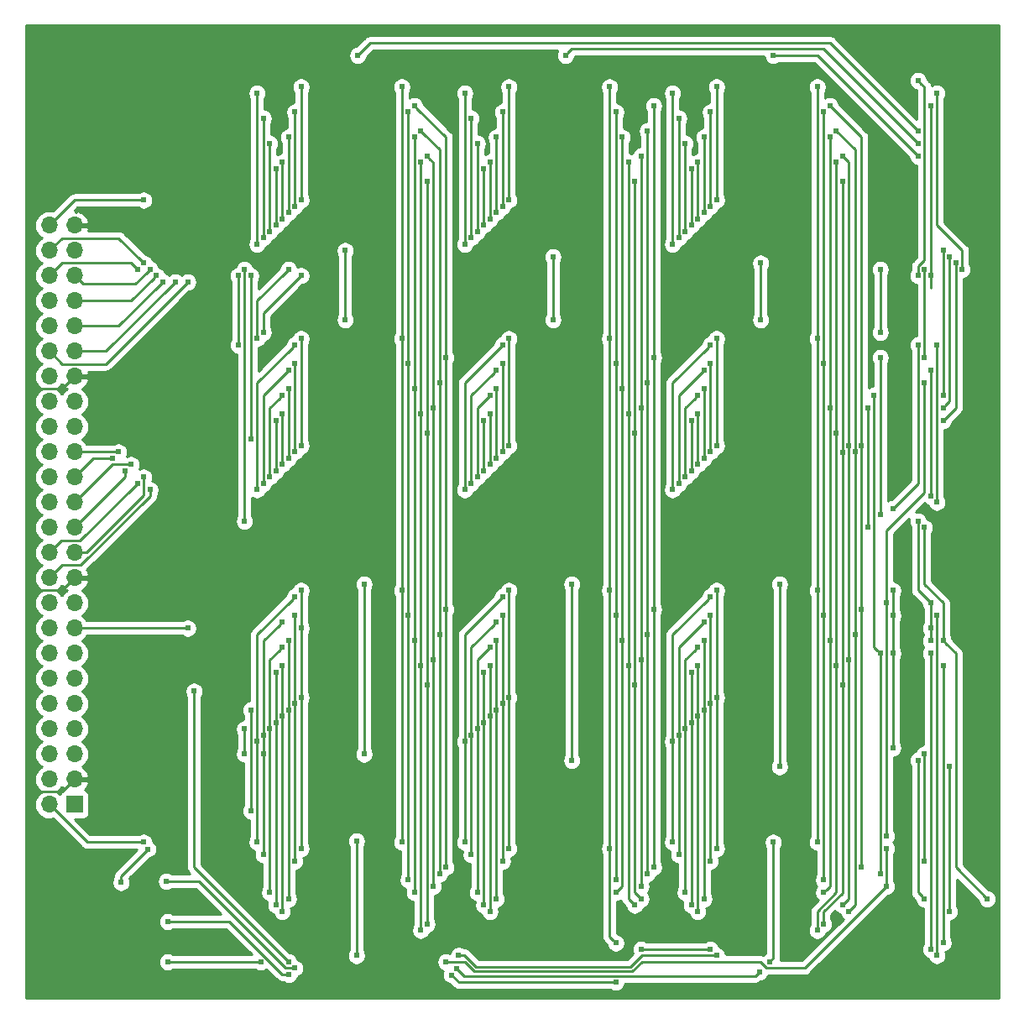
<source format=gbl>
G04 #@! TF.GenerationSoftware,KiCad,Pcbnew,(5.1.4-0-10_14)*
G04 #@! TF.CreationDate,2019-09-28T14:50:17-07:00*
G04 #@! TF.ProjectId,register-slice,72656769-7374-4657-922d-736c6963652e,rev?*
G04 #@! TF.SameCoordinates,Original*
G04 #@! TF.FileFunction,Copper,L2,Bot*
G04 #@! TF.FilePolarity,Positive*
%FSLAX46Y46*%
G04 Gerber Fmt 4.6, Leading zero omitted, Abs format (unit mm)*
G04 Created by KiCad (PCBNEW (5.1.4-0-10_14)) date 2019-09-28 14:50:17*
%MOMM*%
%LPD*%
G04 APERTURE LIST*
%ADD10O,1.700000X1.700000*%
%ADD11R,1.700000X1.700000*%
%ADD12C,0.762000*%
%ADD13C,0.609600*%
%ADD14C,0.279400*%
%ADD15C,0.254000*%
G04 APERTURE END LIST*
D10*
X83820000Y-83185000D03*
X86360000Y-83185000D03*
X83820000Y-85725000D03*
X86360000Y-85725000D03*
X83820000Y-88265000D03*
X86360000Y-88265000D03*
X83820000Y-90805000D03*
X86360000Y-90805000D03*
X83820000Y-93345000D03*
X86360000Y-93345000D03*
X83820000Y-95885000D03*
X86360000Y-95885000D03*
X83820000Y-98425000D03*
X86360000Y-98425000D03*
X83820000Y-100965000D03*
X86360000Y-100965000D03*
X83820000Y-103505000D03*
X86360000Y-103505000D03*
X83820000Y-106045000D03*
X86360000Y-106045000D03*
X83820000Y-108585000D03*
X86360000Y-108585000D03*
X83820000Y-111125000D03*
X86360000Y-111125000D03*
X83820000Y-113665000D03*
X86360000Y-113665000D03*
X83820000Y-116205000D03*
X86360000Y-116205000D03*
X83820000Y-118745000D03*
X86360000Y-118745000D03*
X83820000Y-121285000D03*
X86360000Y-121285000D03*
X83820000Y-123825000D03*
X86360000Y-123825000D03*
X83820000Y-126365000D03*
X86360000Y-126365000D03*
X83820000Y-128905000D03*
X86360000Y-128905000D03*
X83820000Y-131445000D03*
X86360000Y-131445000D03*
X83820000Y-133985000D03*
X86360000Y-133985000D03*
X83820000Y-136525000D03*
X86360000Y-136525000D03*
X83820000Y-139065000D03*
X86360000Y-139065000D03*
X83820000Y-141605000D03*
D11*
X86360000Y-141605000D03*
D12*
X163195000Y-69850000D03*
X142240000Y-69215000D03*
X121920000Y-69850000D03*
X115570012Y-143510000D03*
X136525000Y-143510000D03*
X157480000Y-143510000D03*
X114935000Y-118110000D03*
X135890000Y-118110000D03*
X156845000Y-118110000D03*
X115570000Y-92710000D03*
X136525000Y-92710000D03*
X157480000Y-92710000D03*
X177165000Y-66040000D03*
X177165000Y-92075000D03*
X177800000Y-93980000D03*
X86995000Y-72390000D03*
X177800000Y-142240000D03*
X83058000Y-153416000D03*
X177165000Y-118110000D03*
D13*
X125730000Y-135255000D03*
X146685000Y-135255000D03*
X125730000Y-145415000D03*
X146685000Y-145415000D03*
X104775000Y-145415000D03*
X108585000Y-120650000D03*
X129540000Y-120650000D03*
X150495000Y-120650000D03*
X93345000Y-145415000D03*
X104775000Y-135255000D03*
X126365000Y-134620000D03*
X147320000Y-134620000D03*
X126365000Y-146685000D03*
X147320000Y-146685000D03*
X105410000Y-146685000D03*
X107315000Y-123190000D03*
X128905000Y-123190000D03*
X149860000Y-123190000D03*
X105410000Y-134620000D03*
X105410000Y-136525000D03*
X127000000Y-133985000D03*
X147955000Y-133985000D03*
X127000000Y-150495000D03*
X147955000Y-150495000D03*
X107315000Y-125730000D03*
X128270000Y-125730000D03*
X149225000Y-125730000D03*
X103505000Y-136525000D03*
X103505000Y-133985000D03*
X106045000Y-150495000D03*
X106045000Y-133985000D03*
X127635000Y-133350000D03*
X106680000Y-133350000D03*
X148590000Y-133350000D03*
X127635000Y-128270000D03*
X127635000Y-151765000D03*
X148590000Y-128270000D03*
X148590000Y-151765000D03*
X106680000Y-128270000D03*
X106680000Y-151765000D03*
X107315000Y-132715000D03*
X149225000Y-132715000D03*
X128270000Y-132715000D03*
X128270000Y-127635000D03*
X128270000Y-152400000D03*
X149225000Y-127635000D03*
X149225000Y-152400000D03*
X107315000Y-127635000D03*
X107315000Y-152400000D03*
X107950000Y-132080000D03*
X128905000Y-132080000D03*
X149860000Y-132080000D03*
X128905000Y-125095000D03*
X128905000Y-151130000D03*
X149860000Y-125095000D03*
X149860000Y-151130000D03*
X107950000Y-125095000D03*
X107950000Y-151130000D03*
X150495000Y-131445000D03*
X108585000Y-131445000D03*
X129540000Y-131445000D03*
X129540000Y-122555000D03*
X129540000Y-147320000D03*
X150495000Y-122555000D03*
X150495000Y-147320000D03*
X108585000Y-147320000D03*
X108585000Y-122555000D03*
X109220000Y-130810000D03*
X130175000Y-130810000D03*
X151130000Y-130810000D03*
X130175000Y-146050000D03*
X151130000Y-120015000D03*
X151130000Y-146050000D03*
X109220000Y-120015000D03*
X109220000Y-146050000D03*
X109220000Y-123825000D03*
X97790000Y-123825000D03*
X130175000Y-120015000D03*
X93763183Y-146111972D03*
X91059000Y-149479000D03*
X125730000Y-109855000D03*
X104775000Y-109855000D03*
X146685000Y-109855000D03*
X150495000Y-95250000D03*
X108585000Y-95250000D03*
X93980000Y-109855000D03*
X129540000Y-95250000D03*
X104140000Y-142240000D03*
X104140000Y-132080000D03*
X105410000Y-109220000D03*
X126365000Y-109220000D03*
X149860000Y-97790000D03*
X107950000Y-97790000D03*
X92710000Y-109220000D03*
X147320000Y-109220000D03*
X128905000Y-97790000D03*
X168910000Y-111760000D03*
X171450000Y-95250000D03*
X106045000Y-108585000D03*
X127000000Y-108585000D03*
X149225000Y-100330000D03*
X107315000Y-100330000D03*
X93345000Y-108585000D03*
X147955000Y-108585000D03*
X128270000Y-100330000D03*
X167640000Y-112395000D03*
X167640000Y-96520000D03*
X127635000Y-107950000D03*
X127635000Y-102870000D03*
X148590000Y-102870000D03*
X106680000Y-102870000D03*
X91440000Y-107950000D03*
X148590000Y-107950000D03*
X106680000Y-107950000D03*
X167640000Y-93980000D03*
X167640000Y-87629989D03*
X103505000Y-113030000D03*
X103505000Y-87630000D03*
X128270000Y-107315000D03*
X128270000Y-102235000D03*
X149225000Y-102235000D03*
X107315000Y-102235000D03*
X92075000Y-107315000D03*
X149225000Y-107315000D03*
X107315000Y-107315000D03*
X172085000Y-87630000D03*
X104140000Y-104775000D03*
X104140000Y-88265000D03*
X172085000Y-96520000D03*
X128905000Y-106680000D03*
X128905000Y-99695000D03*
X149860000Y-99695000D03*
X107950000Y-99695000D03*
X90170000Y-106680000D03*
X149860000Y-106680000D03*
X107950000Y-106680000D03*
X172720000Y-110490000D03*
X172720000Y-97790000D03*
X108585000Y-106045000D03*
X129540000Y-106045000D03*
X129540000Y-97155000D03*
X150495000Y-97155000D03*
X108585000Y-97155000D03*
X90805000Y-106045000D03*
X150495000Y-106045000D03*
X173355000Y-95250000D03*
X173355000Y-111125000D03*
X109220000Y-105410000D03*
X130175000Y-105410000D03*
X130175000Y-94615000D03*
X151130000Y-94615000D03*
X109220000Y-94615000D03*
X151130000Y-105410000D03*
X92709946Y-87630054D03*
X175895000Y-87630000D03*
X173355000Y-69850000D03*
X125730000Y-85090000D03*
X146685000Y-85090000D03*
X125730000Y-69850000D03*
X146685000Y-69850000D03*
X104775000Y-69850000D03*
X104775000Y-85090000D03*
X102870000Y-95250000D03*
X102870000Y-88265000D03*
X105410000Y-93980000D03*
X172720000Y-88265000D03*
X109220000Y-88265000D03*
X172720000Y-71120000D03*
X126365000Y-84455000D03*
X147320000Y-84455000D03*
X126365000Y-72390000D03*
X147320000Y-72390000D03*
X105410000Y-72390000D03*
X105410000Y-84455000D03*
X97790000Y-88900000D03*
X171450000Y-88265000D03*
X171450000Y-68580000D03*
X104774992Y-94615000D03*
X107950000Y-87630000D03*
X106045000Y-83820000D03*
X127000000Y-83820000D03*
X147955000Y-83820000D03*
X127000000Y-74930000D03*
X147955000Y-74930000D03*
X106045000Y-74930000D03*
X96520000Y-88900000D03*
X98425000Y-130175000D03*
X168275000Y-146050000D03*
X168275000Y-149860000D03*
X123825000Y-157480000D03*
X107950000Y-157480000D03*
X106680000Y-83185000D03*
X127635000Y-83185000D03*
X148590000Y-83185000D03*
X127635000Y-77470000D03*
X148590000Y-77470000D03*
X106680000Y-77470000D03*
X95250000Y-88900000D03*
X172720000Y-121285000D03*
X172720000Y-125095000D03*
X172720000Y-123825000D03*
X171450000Y-113030000D03*
X107315000Y-82550000D03*
X128270000Y-82550000D03*
X149225000Y-82550000D03*
X128270000Y-76835000D03*
X149225000Y-76835000D03*
X107315000Y-76835000D03*
X94615000Y-88265000D03*
X107950000Y-81915000D03*
X128905000Y-81915000D03*
X149860000Y-81915000D03*
X128905000Y-74295000D03*
X149860000Y-74295000D03*
X107950000Y-74295000D03*
X93980000Y-87630000D03*
X168910000Y-122555000D03*
X168910000Y-120015000D03*
X168910006Y-135890000D03*
X168910000Y-126365000D03*
X108585000Y-81280000D03*
X129540000Y-81280000D03*
X150495000Y-81280000D03*
X129540000Y-71755000D03*
X150495000Y-71755000D03*
X108585000Y-71755000D03*
X93345000Y-86995000D03*
X130175000Y-69215000D03*
X151130000Y-69215000D03*
X109220000Y-69215000D03*
X109220000Y-80645000D03*
X130175000Y-80645000D03*
X151130000Y-80645000D03*
X93345000Y-80645000D03*
X155586592Y-92710000D03*
X155575000Y-86995000D03*
X175260000Y-86995000D03*
X173990000Y-102870000D03*
X173990000Y-125095000D03*
X166370000Y-101600000D03*
X166370000Y-113665000D03*
X172085000Y-113665000D03*
X178435000Y-151130000D03*
X134631592Y-92710000D03*
X174625000Y-86360000D03*
X173990000Y-101600000D03*
X134620000Y-86360000D03*
X167005000Y-100330000D03*
X167640000Y-126365000D03*
X167640000Y-148590000D03*
X113676592Y-92710000D03*
X173990000Y-100330000D03*
X113665010Y-85725000D03*
X173990000Y-85725000D03*
X172085000Y-99060000D03*
X168275000Y-121285000D03*
X168275000Y-144780000D03*
X171450000Y-76200000D03*
X156845000Y-66063178D03*
X171449992Y-74930000D03*
X135890000Y-66040000D03*
X171450000Y-73660000D03*
X114935000Y-66040000D03*
X173355000Y-156845000D03*
X151130000Y-156845000D03*
X173355000Y-122555000D03*
X125119631Y-156827266D03*
X173990000Y-127635000D03*
X173990000Y-155575000D03*
X172720000Y-126365000D03*
X172720000Y-156210000D03*
X150495000Y-156210000D03*
X143510000Y-156210000D03*
X157480000Y-119380000D03*
X157480000Y-137795000D03*
X174625000Y-137795000D03*
X174625000Y-152400000D03*
X136525000Y-119380000D03*
X136525000Y-137160000D03*
X171450000Y-137160000D03*
X172085000Y-151130000D03*
X115570000Y-119380000D03*
X115570000Y-136525000D03*
X172085000Y-136525000D03*
X172085000Y-147320000D03*
X121285000Y-102235000D03*
X121285000Y-127635000D03*
X121285000Y-76835000D03*
X121285000Y-154305000D03*
X121920000Y-104140000D03*
X121920000Y-129540000D03*
X121920000Y-78740000D03*
X121920000Y-153670000D03*
X120650000Y-99695000D03*
X120650000Y-125095000D03*
X120650000Y-74295000D03*
X120650000Y-150495000D03*
X122555000Y-101600000D03*
X122555000Y-127000000D03*
X122555000Y-149860000D03*
X121920000Y-76200000D03*
X120015000Y-97155000D03*
X120015000Y-122555000D03*
X120015000Y-71755000D03*
X120015000Y-149225000D03*
X123190000Y-99060000D03*
X123190000Y-124460000D03*
X123190000Y-148590000D03*
X121285000Y-73660000D03*
X123825000Y-96520000D03*
X123825000Y-121920000D03*
X123825000Y-147955000D03*
X120650000Y-71120000D03*
X142240000Y-102235000D03*
X142240000Y-76835000D03*
X142240000Y-127635000D03*
X142875000Y-151765000D03*
X142875000Y-104140000D03*
X142875000Y-78740000D03*
X142875000Y-129540000D03*
X143510000Y-151130000D03*
X141605000Y-74295000D03*
X141605000Y-99695000D03*
X141605000Y-125095000D03*
X140970000Y-150495000D03*
X143510000Y-101600000D03*
X143510000Y-149860000D03*
X143510000Y-76200000D03*
X143510000Y-127000000D03*
X140970000Y-97155000D03*
X140970000Y-71755000D03*
X140970000Y-149225000D03*
X140970000Y-122555000D03*
X144145000Y-99060000D03*
X144145000Y-148590000D03*
X144145000Y-73660000D03*
X144145000Y-124460000D03*
X144780000Y-71120000D03*
X144780000Y-96520000D03*
X144780000Y-121920000D03*
X144780000Y-147955000D03*
X163195000Y-76835000D03*
X163195000Y-127635000D03*
X163195000Y-104140012D03*
X161290000Y-154305000D03*
X163830000Y-78740000D03*
X163830000Y-129540000D03*
X163830000Y-106072299D03*
X161925000Y-153670000D03*
X162560000Y-74295000D03*
X162560000Y-125095000D03*
X162560000Y-101600000D03*
X161925008Y-150495000D03*
X164465000Y-127000000D03*
X163830000Y-76200000D03*
X164465000Y-105401525D03*
X163830000Y-151765000D03*
X161925000Y-97155000D03*
X161925000Y-71755000D03*
X161925000Y-149225000D03*
X161925000Y-122555000D03*
X165100000Y-124460000D03*
X163195000Y-73660000D03*
X165100000Y-106045000D03*
X164465000Y-152400022D03*
X165735000Y-121920000D03*
X162560000Y-71120000D03*
X165735000Y-105410000D03*
X165735010Y-147955000D03*
X119380000Y-94615000D03*
X119380000Y-120015000D03*
X119380000Y-69215000D03*
X119380000Y-145415000D03*
X105151487Y-157484513D03*
X114808000Y-156845000D03*
X114808000Y-145288000D03*
X95758000Y-157480000D03*
X140335000Y-69215000D03*
X140335000Y-94615000D03*
X140335000Y-120015000D03*
X140335000Y-146050000D03*
X107982558Y-158750000D03*
X124409025Y-158808244D03*
X140970000Y-155575000D03*
X140970000Y-159537432D03*
X95757996Y-153416000D03*
X161290000Y-69215000D03*
X161290000Y-94615000D03*
X161290000Y-120015000D03*
X161290000Y-145415000D03*
X156845000Y-145415000D03*
X156464000Y-157479986D03*
X155447986Y-158496000D03*
X108585004Y-158115000D03*
X124944330Y-158196597D03*
X95630996Y-149352000D03*
D14*
X85089101Y-99695899D02*
X82550899Y-99695899D01*
X86360000Y-98425000D02*
X85089101Y-99695899D01*
X82550000Y-99695000D02*
X82550899Y-99695899D01*
X86360000Y-118745000D02*
X85510001Y-119594999D01*
X85510001Y-119594999D02*
X85090000Y-120015000D01*
X85090000Y-120015000D02*
X82550000Y-120015000D01*
X86360000Y-139065000D02*
X85510001Y-139914999D01*
X85510001Y-139914999D02*
X85090000Y-140335000D01*
X85090000Y-140335000D02*
X82550000Y-140335000D01*
D15*
X125730000Y-145415000D02*
X125730000Y-135255000D01*
X146685000Y-145415000D02*
X146685000Y-135255000D01*
X125730000Y-135255000D02*
X125730000Y-124460000D01*
X125730000Y-124460000D02*
X129235201Y-120954799D01*
X129235201Y-120954799D02*
X129540000Y-120650000D01*
X146685000Y-135255000D02*
X146685000Y-124460000D01*
X146685000Y-124460000D02*
X150190201Y-120954799D01*
X150190201Y-120954799D02*
X150495000Y-120650000D01*
X87630000Y-145415000D02*
X92913948Y-145415000D01*
X83820000Y-141605000D02*
X87630000Y-145415000D01*
X92913948Y-145415000D02*
X93345000Y-145415000D01*
X104775000Y-139065000D02*
X104775000Y-135255000D01*
X108280201Y-120954799D02*
X108585000Y-120650000D01*
X104775000Y-124460000D02*
X108280201Y-120954799D01*
X104775000Y-135255000D02*
X104775000Y-124460000D01*
X104775000Y-145415000D02*
X104775000Y-139065000D01*
X126365000Y-146685000D02*
X126365000Y-134620000D01*
X147320000Y-146685000D02*
X147320000Y-134620000D01*
X128600201Y-123494799D02*
X128905000Y-123190000D01*
X126365000Y-125730000D02*
X128600201Y-123494799D01*
X126365000Y-134620000D02*
X126365000Y-125730000D01*
X147320000Y-125730000D02*
X149555201Y-123494799D01*
X147320000Y-134620000D02*
X147320000Y-125730000D01*
X149555201Y-123494799D02*
X149860000Y-123190000D01*
X107010201Y-123494799D02*
X107315000Y-123190000D01*
X105410000Y-134620000D02*
X105410000Y-125095000D01*
X105410000Y-125095000D02*
X107010201Y-123494799D01*
X105410000Y-146685000D02*
X105410000Y-136525000D01*
X105410000Y-134620000D02*
X105410000Y-136525000D01*
X127000000Y-133350000D02*
X127000000Y-133985000D01*
X127000000Y-150495000D02*
X127000000Y-133350000D01*
X147955000Y-133350000D02*
X147955000Y-133985000D01*
X147955000Y-150495000D02*
X147955000Y-133350000D01*
X107010201Y-126034799D02*
X107315000Y-125730000D01*
X106045000Y-133350000D02*
X106045000Y-127000000D01*
X106045000Y-127000000D02*
X107010201Y-126034799D01*
X127965201Y-126034799D02*
X128270000Y-125730000D01*
X127000000Y-133350000D02*
X127000000Y-127000000D01*
X127000000Y-127000000D02*
X127965201Y-126034799D01*
X147955000Y-127000000D02*
X148920201Y-126034799D01*
X147955000Y-133350000D02*
X147955000Y-127000000D01*
X148920201Y-126034799D02*
X149225000Y-125730000D01*
X103505000Y-136525000D02*
X103505000Y-133985000D01*
X106045000Y-133350000D02*
X106045000Y-133985000D01*
X106045000Y-150495000D02*
X106045000Y-133350000D01*
X127635000Y-128270000D02*
X127635000Y-133350000D01*
X127635000Y-151765000D02*
X127635000Y-133350000D01*
X148590000Y-128270000D02*
X148590000Y-133350000D01*
X148590000Y-151765000D02*
X148590000Y-133350000D01*
X106680000Y-128270000D02*
X106680000Y-133350000D01*
X106680000Y-151765000D02*
X106680000Y-133350000D01*
X128270000Y-127635000D02*
X128270000Y-132715000D01*
X128270000Y-152400000D02*
X128270000Y-132715000D01*
X149225000Y-127635000D02*
X149225000Y-132715000D01*
X149225000Y-152400000D02*
X149225000Y-132715000D01*
X107315000Y-131445000D02*
X107315000Y-132715000D01*
X107315000Y-127635000D02*
X107315000Y-131445000D01*
X107315000Y-152400000D02*
X107315000Y-132715000D01*
X128905000Y-125095000D02*
X128905000Y-132080000D01*
X128905000Y-132080000D02*
X128905000Y-131445000D01*
X128905000Y-151130000D02*
X128905000Y-132080000D01*
X149860000Y-125095000D02*
X149860000Y-132080000D01*
X149860000Y-132080000D02*
X149860000Y-131445000D01*
X149860000Y-151130000D02*
X149860000Y-132080000D01*
X107950000Y-132080000D02*
X107950000Y-131445000D01*
X107950000Y-128905000D02*
X107950000Y-132080000D01*
X107950000Y-125095000D02*
X107950000Y-128905000D01*
X107950000Y-151130000D02*
X107950000Y-132080000D01*
X129540000Y-147320000D02*
X129540000Y-130810000D01*
X129540000Y-130810000D02*
X129540000Y-131445000D01*
X129540000Y-122555000D02*
X129540000Y-130810000D01*
X150495000Y-147320000D02*
X150495000Y-130810000D01*
X150495000Y-130810000D02*
X150495000Y-131445000D01*
X150495000Y-122555000D02*
X150495000Y-130810000D01*
X108585000Y-130810000D02*
X108585000Y-131445000D01*
X108585000Y-130810000D02*
X108585000Y-122555000D01*
X108585000Y-147320000D02*
X108585000Y-130810000D01*
X130175000Y-146050000D02*
X130175000Y-130810000D01*
X151130000Y-120015000D02*
X151130000Y-130810000D01*
X151130000Y-146050000D02*
X151130000Y-130810000D01*
X109220000Y-123825000D02*
X109220000Y-130810000D01*
X86360000Y-123825000D02*
X97790000Y-123825000D01*
X89535000Y-123825000D02*
X97790000Y-123825000D01*
X130175000Y-120015000D02*
X130175000Y-130810000D01*
X109220000Y-123825000D02*
X109220000Y-123190000D01*
X109220000Y-120015000D02*
X109220000Y-123190000D01*
X109220000Y-146050000D02*
X109220000Y-130810000D01*
X91059000Y-148816155D02*
X91059000Y-149047948D01*
X91059000Y-149047948D02*
X91059000Y-149479000D01*
X93763183Y-146111972D02*
X91059000Y-148816155D01*
X146685000Y-99060000D02*
X150190201Y-95554799D01*
X150190201Y-95554799D02*
X150495000Y-95250000D01*
X146685000Y-109855000D02*
X146685000Y-99060000D01*
X93980000Y-110286052D02*
X93980000Y-109855000D01*
X86995000Y-117475000D02*
X93980000Y-110490000D01*
X83820000Y-118745000D02*
X85090000Y-117475000D01*
X93980000Y-110490000D02*
X93980000Y-110286052D01*
X85090000Y-117475000D02*
X86995000Y-117475000D01*
X104775000Y-99060000D02*
X108280201Y-95554799D01*
X108280201Y-95554799D02*
X108585000Y-95250000D01*
X104775000Y-109855000D02*
X104775000Y-99060000D01*
X125730000Y-109855000D02*
X125730000Y-99060000D01*
X125730000Y-99060000D02*
X129235201Y-95554799D01*
X129235201Y-95554799D02*
X129540000Y-95250000D01*
X104140000Y-142240000D02*
X104140000Y-132080000D01*
X105410000Y-100330000D02*
X107645201Y-98094799D01*
X107645201Y-98094799D02*
X107950000Y-97790000D01*
X105410000Y-109220000D02*
X105410000Y-100330000D01*
X92405201Y-109524799D02*
X92710000Y-109220000D01*
X86905201Y-115024799D02*
X92405201Y-109524799D01*
X85000201Y-115024799D02*
X86905201Y-115024799D01*
X83820000Y-116205000D02*
X85000201Y-115024799D01*
X147320000Y-100330000D02*
X149555201Y-98094799D01*
X147320000Y-109220000D02*
X147320000Y-100330000D01*
X149555201Y-98094799D02*
X149860000Y-97790000D01*
X128600201Y-98094799D02*
X128905000Y-97790000D01*
X126365000Y-100330000D02*
X128600201Y-98094799D01*
X126365000Y-109220000D02*
X126365000Y-100330000D01*
X168910000Y-111760000D02*
X171450000Y-109220000D01*
X171450000Y-109220000D02*
X171450000Y-95681052D01*
X171450000Y-95681052D02*
X171450000Y-95250000D01*
X93345000Y-109016052D02*
X93345000Y-108585000D01*
X93345000Y-110422081D02*
X93345000Y-109016052D01*
X87562081Y-116205000D02*
X93345000Y-110422081D01*
X86360000Y-116205000D02*
X87562081Y-116205000D01*
X148920201Y-100634799D02*
X149225000Y-100330000D01*
X147955000Y-108585000D02*
X147955000Y-101600000D01*
X147955000Y-101600000D02*
X148920201Y-100634799D01*
X127965201Y-100634799D02*
X128270000Y-100330000D01*
X127000000Y-108585000D02*
X127000000Y-101600000D01*
X127000000Y-101600000D02*
X127965201Y-100634799D01*
X106045000Y-108585000D02*
X106045000Y-101600000D01*
X106045000Y-101600000D02*
X107010201Y-100634799D01*
X107010201Y-100634799D02*
X107315000Y-100330000D01*
X167640000Y-112395000D02*
X167640000Y-96520000D01*
X127635000Y-102870000D02*
X127635000Y-107950000D01*
X91440000Y-108585000D02*
X91440000Y-108381052D01*
X91440000Y-108381052D02*
X91440000Y-107950000D01*
X86360000Y-113665000D02*
X91440000Y-108585000D01*
X148590000Y-102870000D02*
X148590000Y-107950000D01*
X106680000Y-102870000D02*
X106680000Y-107950000D01*
X167640000Y-93548948D02*
X167640000Y-87629989D01*
X167640000Y-93980000D02*
X167640000Y-93548948D01*
X103505000Y-113030000D02*
X103505000Y-87630000D01*
X128270000Y-102235000D02*
X128270000Y-107315000D01*
X91643948Y-107315000D02*
X92075000Y-107315000D01*
X86360000Y-111125000D02*
X90170000Y-107315000D01*
X90170000Y-107315000D02*
X91643948Y-107315000D01*
X149225000Y-102235000D02*
X149225000Y-107315000D01*
X107315000Y-102235000D02*
X107315000Y-107315000D01*
X104140000Y-88696052D02*
X104140000Y-88265000D01*
X104139991Y-88696061D02*
X104140000Y-88696052D01*
X104140000Y-104775000D02*
X104140000Y-104343948D01*
X104139991Y-104343939D02*
X104139991Y-88696061D01*
X104140000Y-104343948D02*
X104139991Y-104343939D01*
X172085000Y-96520000D02*
X172085000Y-87630000D01*
X128905000Y-99695000D02*
X128905000Y-106680000D01*
X86360000Y-108585000D02*
X88265000Y-106680000D01*
X88265000Y-106680000D02*
X89738948Y-106680000D01*
X89738948Y-106680000D02*
X90170000Y-106680000D01*
X149860000Y-99695000D02*
X149860000Y-106680000D01*
X107950000Y-99695000D02*
X107950000Y-106680000D01*
X172720000Y-110490000D02*
X172720000Y-97790000D01*
X129540000Y-97155000D02*
X129540000Y-106045000D01*
X108585000Y-97155000D02*
X108585000Y-106045000D01*
X86360000Y-106045000D02*
X90805000Y-106045000D01*
X150495000Y-97155000D02*
X150495000Y-106045000D01*
X173355000Y-95250000D02*
X173355000Y-111125000D01*
X130175000Y-94615000D02*
X130175000Y-105410000D01*
X109220000Y-94615000D02*
X109220000Y-105410000D01*
X151130000Y-94615000D02*
X151130000Y-105410000D01*
X92405147Y-87325255D02*
X92709946Y-87630054D01*
X92074892Y-86995000D02*
X92405147Y-87325255D01*
X85090000Y-86995000D02*
X92074892Y-86995000D01*
X83820000Y-88265000D02*
X85090000Y-86995000D01*
X175895000Y-85725000D02*
X173355000Y-83185000D01*
X173355000Y-83185000D02*
X173355000Y-69850000D01*
X175895000Y-87630000D02*
X175895000Y-85725000D01*
X125730000Y-69850000D02*
X125730000Y-85090000D01*
X146685000Y-69850000D02*
X146685000Y-85090000D01*
X104775000Y-69850000D02*
X104775000Y-80975186D01*
X104775012Y-81584802D02*
X104775000Y-81584814D01*
X104775000Y-84658948D02*
X104775000Y-85090000D01*
X104775000Y-80975186D02*
X104775012Y-80975198D01*
X104775012Y-80975198D02*
X104775012Y-81584802D01*
X104775000Y-81584814D02*
X104775000Y-84658948D01*
X102870000Y-88265000D02*
X102870000Y-95250000D01*
X172720000Y-89535000D02*
X172720000Y-88265000D01*
X105410000Y-92075000D02*
X108915201Y-88569799D01*
X108915201Y-88569799D02*
X109220000Y-88265000D01*
X105410000Y-93980000D02*
X105410000Y-92075000D01*
X172720000Y-71120000D02*
X172720000Y-88265000D01*
X126365000Y-72390000D02*
X126365000Y-84455000D01*
X147320000Y-72390000D02*
X147320000Y-84455000D01*
X105410000Y-72390000D02*
X105410000Y-84455000D01*
X85103599Y-97168599D02*
X89521401Y-97168599D01*
X89521401Y-97168599D02*
X97485201Y-89204799D01*
X97485201Y-89204799D02*
X97790000Y-88900000D01*
X83820000Y-95885000D02*
X85103599Y-97168599D01*
X171450000Y-87325198D02*
X172085000Y-86690198D01*
X171450000Y-88265000D02*
X171450000Y-87325198D01*
X172085000Y-86690198D02*
X172085000Y-69215000D01*
X172085000Y-69215000D02*
X171754799Y-68884799D01*
X171754799Y-68884799D02*
X171450000Y-68580000D01*
X104774992Y-94615000D02*
X104774992Y-90805008D01*
X104774992Y-90805008D02*
X107645201Y-87934799D01*
X107645201Y-87934799D02*
X107950000Y-87630000D01*
X127000000Y-74930000D02*
X127000000Y-83820000D01*
X147955000Y-74930000D02*
X147955000Y-83820000D01*
X106045000Y-74930000D02*
X106045000Y-83820000D01*
X89535000Y-95885000D02*
X96215201Y-89204799D01*
X86360000Y-95885000D02*
X89535000Y-95885000D01*
X96215201Y-89204799D02*
X96520000Y-88900000D01*
X168275000Y-146050000D02*
X168275000Y-149860000D01*
X98425000Y-130175000D02*
X98425000Y-147955000D01*
X98425000Y-147955000D02*
X107645201Y-157175201D01*
X107645201Y-157175201D02*
X107950000Y-157480000D01*
X160020013Y-158114987D02*
X156159199Y-158114987D01*
X143597792Y-157480000D02*
X142632582Y-158445211D01*
X168275000Y-149860000D02*
X160020013Y-158114987D01*
X125718408Y-157480000D02*
X124256052Y-157480000D01*
X156159199Y-158114987D02*
X155524212Y-157480000D01*
X155524212Y-157480000D02*
X143597792Y-157480000D01*
X126683618Y-158445211D02*
X125718408Y-157480000D01*
X142632582Y-158445211D02*
X126683618Y-158445211D01*
X124256052Y-157480000D02*
X123825000Y-157480000D01*
X127635000Y-77470000D02*
X127635000Y-83185000D01*
X148590000Y-77470000D02*
X148590000Y-83185000D01*
X106680000Y-77470000D02*
X106680000Y-83185000D01*
X90805000Y-93345000D02*
X94945201Y-89204799D01*
X94945201Y-89204799D02*
X95250000Y-88900000D01*
X86360000Y-93345000D02*
X90805000Y-93345000D01*
X172720000Y-123825000D02*
X172720000Y-121285000D01*
X172720000Y-125095000D02*
X172720000Y-123825000D01*
X171450000Y-113461052D02*
X171450000Y-113030000D01*
X172720000Y-121285000D02*
X171450000Y-120015000D01*
X171450000Y-120015000D02*
X171450000Y-113461052D01*
X128270000Y-76835000D02*
X128270000Y-82550000D01*
X149225000Y-76835000D02*
X149225000Y-82550000D01*
X107315000Y-76835000D02*
X107315000Y-82550000D01*
X94310201Y-88569799D02*
X94615000Y-88265000D01*
X86360000Y-90805000D02*
X92075000Y-90805000D01*
X92075000Y-90805000D02*
X94310201Y-88569799D01*
X128905000Y-74295000D02*
X128905000Y-81915000D01*
X149860000Y-74295000D02*
X149860000Y-81915000D01*
X107950000Y-74295000D02*
X107950000Y-81915000D01*
X93675201Y-87934799D02*
X93980000Y-87630000D01*
X92495001Y-89114999D02*
X93675201Y-87934799D01*
X87209999Y-89114999D02*
X92495001Y-89114999D01*
X86360000Y-88265000D02*
X87209999Y-89114999D01*
X168910000Y-122555000D02*
X168910000Y-120015000D01*
X168910000Y-122555000D02*
X168910000Y-126365000D01*
X168910006Y-135890000D02*
X168910006Y-126365006D01*
X168910006Y-126365006D02*
X168910000Y-126365000D01*
X129540000Y-71755000D02*
X129540000Y-81280000D01*
X150495000Y-71755000D02*
X150495000Y-81280000D01*
X108585000Y-71755000D02*
X108585000Y-81280000D01*
X93040201Y-86690201D02*
X93345000Y-86995000D01*
X90818599Y-84468599D02*
X93040201Y-86690201D01*
X85076401Y-84468599D02*
X90818599Y-84468599D01*
X83820000Y-85725000D02*
X85076401Y-84468599D01*
X130175000Y-69215000D02*
X130175000Y-80645000D01*
X151130000Y-69215000D02*
X151130000Y-80645000D01*
X109220000Y-69215000D02*
X109220000Y-80645000D01*
X86360000Y-80645000D02*
X83820000Y-83185000D01*
X93345000Y-80645000D02*
X86360000Y-80645000D01*
X155586592Y-87006592D02*
X155575000Y-86995000D01*
X155586592Y-92710000D02*
X155586592Y-87006592D01*
X175260000Y-101600000D02*
X173990000Y-102870000D01*
X175260000Y-86995000D02*
X175260000Y-101600000D01*
X166370000Y-101600000D02*
X166370000Y-113665000D01*
X172085000Y-119380000D02*
X172085000Y-113665000D01*
X173990000Y-121285000D02*
X172085000Y-119380000D01*
X173990000Y-125095000D02*
X173990000Y-121285000D01*
X175260000Y-126365000D02*
X174294799Y-125399799D01*
X174294799Y-125399799D02*
X173990000Y-125095000D01*
X175260000Y-146685000D02*
X175260000Y-147955000D01*
X175260000Y-147955000D02*
X178435000Y-151130000D01*
X175260000Y-146685000D02*
X175260000Y-126365000D01*
X174625000Y-100965000D02*
X174294799Y-101295201D01*
X174625000Y-86360000D02*
X174625000Y-100965000D01*
X174294799Y-101295201D02*
X173990000Y-101600000D01*
X134631592Y-86371592D02*
X134620000Y-86360000D01*
X134631592Y-92710000D02*
X134631592Y-86371592D01*
X167335201Y-126060201D02*
X167640000Y-126365000D01*
X167005000Y-100330000D02*
X167005000Y-125730000D01*
X167005000Y-125730000D02*
X167335201Y-126060201D01*
X167640000Y-126365000D02*
X167640000Y-148590000D01*
X113676592Y-92710000D02*
X113676592Y-85736582D01*
X113676592Y-85736582D02*
X113665010Y-85725000D01*
X173990000Y-100330000D02*
X173990000Y-85725000D01*
X168275000Y-113969802D02*
X168275000Y-120853948D01*
X172085000Y-110159802D02*
X168275000Y-113969802D01*
X172085000Y-99060000D02*
X172085000Y-110159802D01*
X168275000Y-120853948D02*
X168275000Y-121285000D01*
X168275000Y-121285000D02*
X168275000Y-144780000D01*
X157276052Y-66063178D02*
X156845000Y-66063178D01*
X161313178Y-66063178D02*
X157276052Y-66063178D01*
X171450000Y-76200000D02*
X161313178Y-66063178D01*
X136525000Y-65405000D02*
X136194799Y-65735201D01*
X171449992Y-74930000D02*
X161924992Y-65405000D01*
X136194799Y-65735201D02*
X135890000Y-66040000D01*
X161924992Y-65405000D02*
X136525000Y-65405000D01*
X115239799Y-65735201D02*
X114935000Y-66040000D01*
X162560000Y-64770000D02*
X116205000Y-64770000D01*
X171450000Y-73660000D02*
X162560000Y-64770000D01*
X116205000Y-64770000D02*
X115239799Y-65735201D01*
X173355000Y-156845000D02*
X173355000Y-122555000D01*
X125550683Y-156827266D02*
X125119631Y-156827266D01*
X125712266Y-156827266D02*
X125550683Y-156827266D01*
X142443200Y-157988000D02*
X126873000Y-157988000D01*
X126873000Y-157988000D02*
X125712266Y-156827266D01*
X151130000Y-156845000D02*
X143586200Y-156845000D01*
X143586200Y-156845000D02*
X142443200Y-157988000D01*
X173990000Y-127635000D02*
X173990000Y-155575000D01*
X172720000Y-126365000D02*
X172720000Y-156210000D01*
X150495000Y-156210000D02*
X143510000Y-156210000D01*
X157480000Y-119380000D02*
X157480000Y-137795000D01*
X174625000Y-137795000D02*
X174625000Y-152400000D01*
X136525000Y-119380000D02*
X136525000Y-137160000D01*
X171450000Y-137160000D02*
X171450000Y-150495000D01*
X171780201Y-150825201D02*
X172085000Y-151130000D01*
X171450000Y-150495000D02*
X171780201Y-150825201D01*
X115570000Y-119380000D02*
X115570000Y-136525000D01*
X172085000Y-147320000D02*
X172085000Y-136525000D01*
X121285000Y-127635000D02*
X121285000Y-102235000D01*
X121285000Y-102235000D02*
X121285000Y-76835000D01*
X121285000Y-127635000D02*
X121285000Y-154305000D01*
X121920000Y-104140000D02*
X121920000Y-129540000D01*
X121920000Y-78740000D02*
X121920000Y-104140000D01*
X121920000Y-129540000D02*
X121920000Y-153670000D01*
X120650000Y-99695000D02*
X120650000Y-125095000D01*
X120650000Y-74295000D02*
X120650000Y-99695000D01*
X120650000Y-149529802D02*
X120650000Y-150495000D01*
X120650000Y-125095000D02*
X120650000Y-149529802D01*
X122555000Y-127000000D02*
X122555000Y-101600000D01*
X122555000Y-127000000D02*
X122555000Y-149860000D01*
X122555000Y-101600000D02*
X122555000Y-76835000D01*
X122555000Y-76835000D02*
X122224799Y-76504799D01*
X122224799Y-76504799D02*
X121920000Y-76200000D01*
X120015000Y-122555000D02*
X120015000Y-97155000D01*
X120015000Y-97155000D02*
X120015000Y-71755000D01*
X120015000Y-122555000D02*
X120015000Y-149225000D01*
X123190000Y-99060000D02*
X123190000Y-124460000D01*
X123190000Y-124460000D02*
X123190000Y-148590000D01*
X123190000Y-75565000D02*
X121589799Y-73964799D01*
X123190000Y-99060000D02*
X123190000Y-75565000D01*
X121589799Y-73964799D02*
X121285000Y-73660000D01*
X123825000Y-121920000D02*
X123825000Y-96520000D01*
X123825000Y-121920000D02*
X123825000Y-147955000D01*
X120954799Y-71424799D02*
X120650000Y-71120000D01*
X123825000Y-96520000D02*
X123825000Y-74295000D01*
X123825000Y-74295000D02*
X120954799Y-71424799D01*
X142240000Y-127635000D02*
X142240000Y-102235000D01*
X142240000Y-102235000D02*
X142240000Y-76835000D01*
X142240000Y-127635000D02*
X142240000Y-151130000D01*
X142240000Y-151130000D02*
X142570201Y-151460201D01*
X142570201Y-151460201D02*
X142875000Y-151765000D01*
X142875000Y-78740000D02*
X142875000Y-104140000D01*
X142875000Y-104140000D02*
X142875000Y-129540000D01*
X142875000Y-150495000D02*
X143205201Y-150825201D01*
X142875000Y-129540000D02*
X142875000Y-150495000D01*
X143205201Y-150825201D02*
X143510000Y-151130000D01*
X141605000Y-99695000D02*
X141605000Y-125095000D01*
X141605000Y-74295000D02*
X141605000Y-99695000D01*
X141605000Y-149860000D02*
X141274799Y-150190201D01*
X141274799Y-150190201D02*
X140970000Y-150495000D01*
X141605000Y-125095000D02*
X141605000Y-149860000D01*
X143510000Y-127000000D02*
X143510000Y-149860000D01*
X143510000Y-127000000D02*
X143510000Y-101600000D01*
X143510000Y-101600000D02*
X143510000Y-76200000D01*
X140970000Y-122555000D02*
X140970000Y-97155000D01*
X140970000Y-97155000D02*
X140970000Y-71755000D01*
X140970000Y-122555000D02*
X140970000Y-149225000D01*
X144145000Y-99060000D02*
X144145000Y-124460000D01*
X144145000Y-124460000D02*
X144145000Y-148590000D01*
X144145000Y-73660000D02*
X144145000Y-99060000D01*
X144780000Y-121920000D02*
X144780000Y-96520000D01*
X144780000Y-96520000D02*
X144780000Y-71120000D01*
X144780000Y-121920000D02*
X144780000Y-147955000D01*
X163195000Y-76835000D02*
X163195000Y-104140012D01*
X163195000Y-127635000D02*
X163195000Y-106378919D01*
X163195000Y-106378919D02*
X163193182Y-106377101D01*
X163193182Y-104572882D02*
X163195000Y-104571064D01*
X163195000Y-104571064D02*
X163195000Y-104140012D01*
X163193182Y-106377101D02*
X163193182Y-104572882D01*
X161290000Y-152400000D02*
X163195000Y-150495000D01*
X161290000Y-154305000D02*
X161290000Y-152400000D01*
X163195000Y-127635000D02*
X163195000Y-150495000D01*
X163830000Y-129540000D02*
X163830000Y-106072299D01*
X163830000Y-78740000D02*
X163830000Y-105641247D01*
X163830000Y-105641247D02*
X163830000Y-106072299D01*
X161925000Y-153670000D02*
X161925000Y-152411592D01*
X163830000Y-150506592D02*
X163830000Y-150495000D01*
X161925000Y-152411592D02*
X163830000Y-150506592D01*
X163830000Y-129540000D02*
X163830000Y-150495000D01*
X162560000Y-125095000D02*
X162560000Y-101600000D01*
X162560000Y-74295000D02*
X162560000Y-101600000D01*
X162229807Y-150190201D02*
X161925008Y-150495000D01*
X162560000Y-125095000D02*
X162560000Y-149860008D01*
X162560000Y-149860008D02*
X162229807Y-150190201D01*
X164465000Y-76835000D02*
X164465000Y-104970473D01*
X163830000Y-76200000D02*
X164465000Y-76835000D01*
X164465000Y-104970473D02*
X164465000Y-105401525D01*
X164465000Y-127000000D02*
X164465000Y-105401525D01*
X164465000Y-151130000D02*
X164134799Y-151460201D01*
X164134799Y-151460201D02*
X163830000Y-151765000D01*
X164465000Y-127000000D02*
X164465000Y-151130000D01*
X161925000Y-122555000D02*
X161925000Y-97155000D01*
X161925000Y-97155000D02*
X161925000Y-71755000D01*
X161925000Y-122555000D02*
X161925000Y-149225000D01*
X165100000Y-75565000D02*
X165100000Y-105613948D01*
X165100000Y-105613948D02*
X165100000Y-106045000D01*
X163195000Y-73660000D02*
X165100000Y-75565000D01*
X165100000Y-124460000D02*
X165100000Y-106045000D01*
X164769799Y-152095223D02*
X164465000Y-152400022D01*
X165100000Y-124460000D02*
X165100000Y-151765022D01*
X165100000Y-151765022D02*
X164769799Y-152095223D01*
X162560000Y-71120000D02*
X165735000Y-74295000D01*
X165735000Y-104978948D02*
X165735000Y-105410000D01*
X165735000Y-74295000D02*
X165735000Y-104978948D01*
X165735000Y-121920000D02*
X165735000Y-121488948D01*
X165735000Y-121488948D02*
X165735000Y-105410000D01*
X165735000Y-121920000D02*
X165735000Y-147954990D01*
X165735000Y-147954990D02*
X165735010Y-147955000D01*
X119380000Y-120015000D02*
X119380000Y-94615000D01*
X119380000Y-94615000D02*
X119380000Y-69215000D01*
X119380000Y-120015000D02*
X119380000Y-145415000D01*
X114808000Y-156845000D02*
X114808000Y-145288000D01*
X95762513Y-157484513D02*
X95758000Y-157480000D01*
X105151487Y-157484513D02*
X95762513Y-157484513D01*
X140335000Y-120015000D02*
X140335000Y-94615000D01*
X140335000Y-94615000D02*
X140335000Y-69215000D01*
X140335000Y-120015000D02*
X140335000Y-146050000D01*
X140335000Y-154940000D02*
X140665201Y-155270201D01*
X140665201Y-155270201D02*
X140970000Y-155575000D01*
X140335000Y-146050000D02*
X140335000Y-154940000D01*
X125138213Y-159537432D02*
X140538948Y-159537432D01*
X140538948Y-159537432D02*
X140970000Y-159537432D01*
X124409025Y-158808244D02*
X125138213Y-159537432D01*
X107982558Y-158750000D02*
X107315000Y-158750000D01*
X96189048Y-153416000D02*
X95757996Y-153416000D01*
X107315000Y-158750000D02*
X101981000Y-153416000D01*
X101981000Y-153416000D02*
X96189048Y-153416000D01*
X161290000Y-120015000D02*
X161290000Y-94615000D01*
X161290000Y-94615000D02*
X161290000Y-69215000D01*
X161290000Y-120015000D02*
X161290000Y-145415000D01*
X156845000Y-157098986D02*
X156464000Y-157479986D01*
X156845000Y-145415000D02*
X156845000Y-157098986D01*
X125249129Y-158501396D02*
X124944330Y-158196597D01*
X155447986Y-158496000D02*
X155041564Y-158902422D01*
X155041564Y-158902422D02*
X125650155Y-158902422D01*
X125650155Y-158902422D02*
X125249129Y-158501396D01*
X96062048Y-149352000D02*
X95630996Y-149352000D01*
X108585004Y-158115000D02*
X107645198Y-158115000D01*
X98882198Y-149352000D02*
X96062048Y-149352000D01*
X107645198Y-158115000D02*
X98882198Y-149352000D01*
G36*
X179610559Y-161163000D02*
G01*
X81439559Y-161163000D01*
X81439559Y-83185000D01*
X82327815Y-83185000D01*
X82356487Y-83476111D01*
X82441401Y-83756034D01*
X82579294Y-84014014D01*
X82764866Y-84240134D01*
X82990986Y-84425706D01*
X83045791Y-84455000D01*
X82990986Y-84484294D01*
X82764866Y-84669866D01*
X82579294Y-84895986D01*
X82441401Y-85153966D01*
X82356487Y-85433889D01*
X82327815Y-85725000D01*
X82356487Y-86016111D01*
X82441401Y-86296034D01*
X82579294Y-86554014D01*
X82764866Y-86780134D01*
X82990986Y-86965706D01*
X83045791Y-86995000D01*
X82990986Y-87024294D01*
X82764866Y-87209866D01*
X82579294Y-87435986D01*
X82441401Y-87693966D01*
X82356487Y-87973889D01*
X82327815Y-88265000D01*
X82356487Y-88556111D01*
X82441401Y-88836034D01*
X82579294Y-89094014D01*
X82764866Y-89320134D01*
X82990986Y-89505706D01*
X83045791Y-89535000D01*
X82990986Y-89564294D01*
X82764866Y-89749866D01*
X82579294Y-89975986D01*
X82441401Y-90233966D01*
X82356487Y-90513889D01*
X82327815Y-90805000D01*
X82356487Y-91096111D01*
X82441401Y-91376034D01*
X82579294Y-91634014D01*
X82764866Y-91860134D01*
X82990986Y-92045706D01*
X83045791Y-92075000D01*
X82990986Y-92104294D01*
X82764866Y-92289866D01*
X82579294Y-92515986D01*
X82441401Y-92773966D01*
X82356487Y-93053889D01*
X82327815Y-93345000D01*
X82356487Y-93636111D01*
X82441401Y-93916034D01*
X82579294Y-94174014D01*
X82764866Y-94400134D01*
X82990986Y-94585706D01*
X83045791Y-94615000D01*
X82990986Y-94644294D01*
X82764866Y-94829866D01*
X82579294Y-95055986D01*
X82441401Y-95313966D01*
X82356487Y-95593889D01*
X82327815Y-95885000D01*
X82356487Y-96176111D01*
X82441401Y-96456034D01*
X82579294Y-96714014D01*
X82764866Y-96940134D01*
X82990986Y-97125706D01*
X83045791Y-97155000D01*
X82990986Y-97184294D01*
X82764866Y-97369866D01*
X82579294Y-97595986D01*
X82441401Y-97853966D01*
X82356487Y-98133889D01*
X82327815Y-98425000D01*
X82356487Y-98716111D01*
X82441401Y-98996034D01*
X82579294Y-99254014D01*
X82764866Y-99480134D01*
X82990986Y-99665706D01*
X83045791Y-99695000D01*
X82990986Y-99724294D01*
X82764866Y-99909866D01*
X82579294Y-100135986D01*
X82441401Y-100393966D01*
X82356487Y-100673889D01*
X82327815Y-100965000D01*
X82356487Y-101256111D01*
X82441401Y-101536034D01*
X82579294Y-101794014D01*
X82764866Y-102020134D01*
X82990986Y-102205706D01*
X83045791Y-102235000D01*
X82990986Y-102264294D01*
X82764866Y-102449866D01*
X82579294Y-102675986D01*
X82441401Y-102933966D01*
X82356487Y-103213889D01*
X82327815Y-103505000D01*
X82356487Y-103796111D01*
X82441401Y-104076034D01*
X82579294Y-104334014D01*
X82764866Y-104560134D01*
X82990986Y-104745706D01*
X83045791Y-104775000D01*
X82990986Y-104804294D01*
X82764866Y-104989866D01*
X82579294Y-105215986D01*
X82441401Y-105473966D01*
X82356487Y-105753889D01*
X82327815Y-106045000D01*
X82356487Y-106336111D01*
X82441401Y-106616034D01*
X82579294Y-106874014D01*
X82764866Y-107100134D01*
X82990986Y-107285706D01*
X83045791Y-107315000D01*
X82990986Y-107344294D01*
X82764866Y-107529866D01*
X82579294Y-107755986D01*
X82441401Y-108013966D01*
X82356487Y-108293889D01*
X82327815Y-108585000D01*
X82356487Y-108876111D01*
X82441401Y-109156034D01*
X82579294Y-109414014D01*
X82764866Y-109640134D01*
X82990986Y-109825706D01*
X83045791Y-109855000D01*
X82990986Y-109884294D01*
X82764866Y-110069866D01*
X82579294Y-110295986D01*
X82441401Y-110553966D01*
X82356487Y-110833889D01*
X82327815Y-111125000D01*
X82356487Y-111416111D01*
X82441401Y-111696034D01*
X82579294Y-111954014D01*
X82764866Y-112180134D01*
X82990986Y-112365706D01*
X83045791Y-112395000D01*
X82990986Y-112424294D01*
X82764866Y-112609866D01*
X82579294Y-112835986D01*
X82441401Y-113093966D01*
X82356487Y-113373889D01*
X82327815Y-113665000D01*
X82356487Y-113956111D01*
X82441401Y-114236034D01*
X82579294Y-114494014D01*
X82764866Y-114720134D01*
X82990986Y-114905706D01*
X83045791Y-114935000D01*
X82990986Y-114964294D01*
X82764866Y-115149866D01*
X82579294Y-115375986D01*
X82441401Y-115633966D01*
X82356487Y-115913889D01*
X82327815Y-116205000D01*
X82356487Y-116496111D01*
X82441401Y-116776034D01*
X82579294Y-117034014D01*
X82764866Y-117260134D01*
X82990986Y-117445706D01*
X83045791Y-117475000D01*
X82990986Y-117504294D01*
X82764866Y-117689866D01*
X82579294Y-117915986D01*
X82441401Y-118173966D01*
X82356487Y-118453889D01*
X82327815Y-118745000D01*
X82356487Y-119036111D01*
X82441401Y-119316034D01*
X82579294Y-119574014D01*
X82764866Y-119800134D01*
X82990986Y-119985706D01*
X83045791Y-120015000D01*
X82990986Y-120044294D01*
X82764866Y-120229866D01*
X82579294Y-120455986D01*
X82441401Y-120713966D01*
X82356487Y-120993889D01*
X82327815Y-121285000D01*
X82356487Y-121576111D01*
X82441401Y-121856034D01*
X82579294Y-122114014D01*
X82764866Y-122340134D01*
X82990986Y-122525706D01*
X83045791Y-122555000D01*
X82990986Y-122584294D01*
X82764866Y-122769866D01*
X82579294Y-122995986D01*
X82441401Y-123253966D01*
X82356487Y-123533889D01*
X82327815Y-123825000D01*
X82356487Y-124116111D01*
X82441401Y-124396034D01*
X82579294Y-124654014D01*
X82764866Y-124880134D01*
X82990986Y-125065706D01*
X83045791Y-125095000D01*
X82990986Y-125124294D01*
X82764866Y-125309866D01*
X82579294Y-125535986D01*
X82441401Y-125793966D01*
X82356487Y-126073889D01*
X82327815Y-126365000D01*
X82356487Y-126656111D01*
X82441401Y-126936034D01*
X82579294Y-127194014D01*
X82764866Y-127420134D01*
X82990986Y-127605706D01*
X83045791Y-127635000D01*
X82990986Y-127664294D01*
X82764866Y-127849866D01*
X82579294Y-128075986D01*
X82441401Y-128333966D01*
X82356487Y-128613889D01*
X82327815Y-128905000D01*
X82356487Y-129196111D01*
X82441401Y-129476034D01*
X82579294Y-129734014D01*
X82764866Y-129960134D01*
X82990986Y-130145706D01*
X83045791Y-130175000D01*
X82990986Y-130204294D01*
X82764866Y-130389866D01*
X82579294Y-130615986D01*
X82441401Y-130873966D01*
X82356487Y-131153889D01*
X82327815Y-131445000D01*
X82356487Y-131736111D01*
X82441401Y-132016034D01*
X82579294Y-132274014D01*
X82764866Y-132500134D01*
X82990986Y-132685706D01*
X83045791Y-132715000D01*
X82990986Y-132744294D01*
X82764866Y-132929866D01*
X82579294Y-133155986D01*
X82441401Y-133413966D01*
X82356487Y-133693889D01*
X82327815Y-133985000D01*
X82356487Y-134276111D01*
X82441401Y-134556034D01*
X82579294Y-134814014D01*
X82764866Y-135040134D01*
X82990986Y-135225706D01*
X83045791Y-135255000D01*
X82990986Y-135284294D01*
X82764866Y-135469866D01*
X82579294Y-135695986D01*
X82441401Y-135953966D01*
X82356487Y-136233889D01*
X82327815Y-136525000D01*
X82356487Y-136816111D01*
X82441401Y-137096034D01*
X82579294Y-137354014D01*
X82764866Y-137580134D01*
X82990986Y-137765706D01*
X83045791Y-137795000D01*
X82990986Y-137824294D01*
X82764866Y-138009866D01*
X82579294Y-138235986D01*
X82441401Y-138493966D01*
X82356487Y-138773889D01*
X82327815Y-139065000D01*
X82356487Y-139356111D01*
X82441401Y-139636034D01*
X82579294Y-139894014D01*
X82764866Y-140120134D01*
X82990986Y-140305706D01*
X83045791Y-140335000D01*
X82990986Y-140364294D01*
X82764866Y-140549866D01*
X82579294Y-140775986D01*
X82441401Y-141033966D01*
X82356487Y-141313889D01*
X82327815Y-141605000D01*
X82356487Y-141896111D01*
X82441401Y-142176034D01*
X82579294Y-142434014D01*
X82764866Y-142660134D01*
X82990986Y-142845706D01*
X83248966Y-142983599D01*
X83528889Y-143068513D01*
X83747050Y-143090000D01*
X83892950Y-143090000D01*
X84111111Y-143068513D01*
X84183825Y-143046455D01*
X87064716Y-145927346D01*
X87088578Y-145956422D01*
X87157000Y-146012574D01*
X87204607Y-146051645D01*
X87275364Y-146089465D01*
X87336985Y-146122402D01*
X87480622Y-146165974D01*
X87592574Y-146177000D01*
X87592577Y-146177000D01*
X87630000Y-146180686D01*
X87667423Y-146177000D01*
X92620524Y-146177000D01*
X90546654Y-148250871D01*
X90517578Y-148274733D01*
X90479349Y-148321316D01*
X90422355Y-148390763D01*
X90410897Y-148412200D01*
X90351598Y-148523141D01*
X90308026Y-148666778D01*
X90297000Y-148778729D01*
X90293314Y-148816155D01*
X90297000Y-148853578D01*
X90297000Y-148927819D01*
X90226160Y-149033838D01*
X90155316Y-149204871D01*
X90119200Y-149386438D01*
X90119200Y-149571562D01*
X90155316Y-149753129D01*
X90226160Y-149924162D01*
X90329010Y-150078087D01*
X90459913Y-150208990D01*
X90613838Y-150311840D01*
X90784871Y-150382684D01*
X90966438Y-150418800D01*
X91151562Y-150418800D01*
X91333129Y-150382684D01*
X91504162Y-150311840D01*
X91658087Y-150208990D01*
X91788990Y-150078087D01*
X91891840Y-149924162D01*
X91962684Y-149753129D01*
X91998800Y-149571562D01*
X91998800Y-149386438D01*
X91973539Y-149259438D01*
X94691196Y-149259438D01*
X94691196Y-149444562D01*
X94727312Y-149626129D01*
X94798156Y-149797162D01*
X94901006Y-149951087D01*
X95031909Y-150081990D01*
X95185834Y-150184840D01*
X95356867Y-150255684D01*
X95538434Y-150291800D01*
X95723558Y-150291800D01*
X95905125Y-150255684D01*
X96076158Y-150184840D01*
X96182177Y-150114000D01*
X98566568Y-150114000D01*
X101106568Y-152654000D01*
X96309177Y-152654000D01*
X96203158Y-152583160D01*
X96032125Y-152512316D01*
X95850558Y-152476200D01*
X95665434Y-152476200D01*
X95483867Y-152512316D01*
X95312834Y-152583160D01*
X95158909Y-152686010D01*
X95028006Y-152816913D01*
X94925156Y-152970838D01*
X94854312Y-153141871D01*
X94818196Y-153323438D01*
X94818196Y-153508562D01*
X94854312Y-153690129D01*
X94925156Y-153861162D01*
X95028006Y-154015087D01*
X95158909Y-154145990D01*
X95312834Y-154248840D01*
X95483867Y-154319684D01*
X95665434Y-154355800D01*
X95850558Y-154355800D01*
X96032125Y-154319684D01*
X96203158Y-154248840D01*
X96309177Y-154178000D01*
X101665370Y-154178000D01*
X104209882Y-156722513D01*
X96315935Y-156722513D01*
X96203162Y-156647160D01*
X96032129Y-156576316D01*
X95850562Y-156540200D01*
X95665438Y-156540200D01*
X95483871Y-156576316D01*
X95312838Y-156647160D01*
X95158913Y-156750010D01*
X95028010Y-156880913D01*
X94925160Y-157034838D01*
X94854316Y-157205871D01*
X94818200Y-157387438D01*
X94818200Y-157572562D01*
X94854316Y-157754129D01*
X94925160Y-157925162D01*
X95028010Y-158079087D01*
X95158913Y-158209990D01*
X95312838Y-158312840D01*
X95483871Y-158383684D01*
X95665438Y-158419800D01*
X95850562Y-158419800D01*
X96032129Y-158383684D01*
X96203162Y-158312840D01*
X96302427Y-158246513D01*
X104600306Y-158246513D01*
X104706325Y-158317353D01*
X104877358Y-158388197D01*
X105058925Y-158424313D01*
X105244049Y-158424313D01*
X105425616Y-158388197D01*
X105596649Y-158317353D01*
X105721379Y-158234010D01*
X106749721Y-159262352D01*
X106773578Y-159291422D01*
X106889608Y-159386645D01*
X107021985Y-159457402D01*
X107165622Y-159500974D01*
X107277574Y-159512000D01*
X107277576Y-159512000D01*
X107314999Y-159515686D01*
X107352422Y-159512000D01*
X107431377Y-159512000D01*
X107537396Y-159582840D01*
X107708429Y-159653684D01*
X107889996Y-159689800D01*
X108075120Y-159689800D01*
X108256687Y-159653684D01*
X108427720Y-159582840D01*
X108581645Y-159479990D01*
X108712548Y-159349087D01*
X108815398Y-159195162D01*
X108886242Y-159024129D01*
X108889856Y-159005958D01*
X109030166Y-158947840D01*
X109184091Y-158844990D01*
X109314994Y-158714087D01*
X109417844Y-158560162D01*
X109488688Y-158389129D01*
X109524804Y-158207562D01*
X109524804Y-158022438D01*
X109488688Y-157840871D01*
X109417844Y-157669838D01*
X109314994Y-157515913D01*
X109184091Y-157385010D01*
X109030166Y-157282160D01*
X108859133Y-157211316D01*
X108854587Y-157210412D01*
X108853684Y-157205871D01*
X108782840Y-157034838D01*
X108679990Y-156880913D01*
X108549087Y-156750010D01*
X108395162Y-156647160D01*
X108224129Y-156576316D01*
X108099071Y-156551440D01*
X99187000Y-147639370D01*
X99187000Y-133892438D01*
X102565200Y-133892438D01*
X102565200Y-134077562D01*
X102601316Y-134259129D01*
X102672160Y-134430162D01*
X102743001Y-134536182D01*
X102743000Y-135973819D01*
X102672160Y-136079838D01*
X102601316Y-136250871D01*
X102565200Y-136432438D01*
X102565200Y-136617562D01*
X102601316Y-136799129D01*
X102672160Y-136970162D01*
X102775010Y-137124087D01*
X102905913Y-137254990D01*
X103059838Y-137357840D01*
X103230871Y-137428684D01*
X103378000Y-137457950D01*
X103378000Y-141688819D01*
X103307160Y-141794838D01*
X103236316Y-141965871D01*
X103200200Y-142147438D01*
X103200200Y-142332562D01*
X103236316Y-142514129D01*
X103307160Y-142685162D01*
X103410010Y-142839087D01*
X103540913Y-142969990D01*
X103694838Y-143072840D01*
X103865871Y-143143684D01*
X104013000Y-143172950D01*
X104013000Y-144863819D01*
X103942160Y-144969838D01*
X103871316Y-145140871D01*
X103835200Y-145322438D01*
X103835200Y-145507562D01*
X103871316Y-145689129D01*
X103942160Y-145860162D01*
X104045010Y-146014087D01*
X104175913Y-146144990D01*
X104329838Y-146247840D01*
X104500871Y-146318684D01*
X104541180Y-146326702D01*
X104506316Y-146410871D01*
X104470200Y-146592438D01*
X104470200Y-146777562D01*
X104506316Y-146959129D01*
X104577160Y-147130162D01*
X104680010Y-147284087D01*
X104810913Y-147414990D01*
X104964838Y-147517840D01*
X105135871Y-147588684D01*
X105283000Y-147617950D01*
X105283000Y-149943819D01*
X105212160Y-150049838D01*
X105141316Y-150220871D01*
X105105200Y-150402438D01*
X105105200Y-150587562D01*
X105141316Y-150769129D01*
X105212160Y-150940162D01*
X105315010Y-151094087D01*
X105445913Y-151224990D01*
X105599838Y-151327840D01*
X105770871Y-151398684D01*
X105811180Y-151406702D01*
X105776316Y-151490871D01*
X105740200Y-151672438D01*
X105740200Y-151857562D01*
X105776316Y-152039129D01*
X105847160Y-152210162D01*
X105950010Y-152364087D01*
X106080913Y-152494990D01*
X106234838Y-152597840D01*
X106405871Y-152668684D01*
X106410413Y-152669587D01*
X106411316Y-152674129D01*
X106482160Y-152845162D01*
X106585010Y-152999087D01*
X106715913Y-153129990D01*
X106869838Y-153232840D01*
X107040871Y-153303684D01*
X107222438Y-153339800D01*
X107407562Y-153339800D01*
X107589129Y-153303684D01*
X107760162Y-153232840D01*
X107914087Y-153129990D01*
X108044990Y-152999087D01*
X108147840Y-152845162D01*
X108218684Y-152674129D01*
X108254800Y-152492562D01*
X108254800Y-152307438D01*
X108218684Y-152125871D01*
X108183820Y-152041702D01*
X108224129Y-152033684D01*
X108395162Y-151962840D01*
X108549087Y-151859990D01*
X108679990Y-151729087D01*
X108782840Y-151575162D01*
X108853684Y-151404129D01*
X108889800Y-151222562D01*
X108889800Y-151037438D01*
X108853684Y-150855871D01*
X108782840Y-150684838D01*
X108712000Y-150578819D01*
X108712000Y-148252950D01*
X108859129Y-148223684D01*
X109030162Y-148152840D01*
X109184087Y-148049990D01*
X109314990Y-147919087D01*
X109417840Y-147765162D01*
X109488684Y-147594129D01*
X109524800Y-147412562D01*
X109524800Y-147227438D01*
X109488684Y-147045871D01*
X109453820Y-146961702D01*
X109494129Y-146953684D01*
X109665162Y-146882840D01*
X109819087Y-146779990D01*
X109949990Y-146649087D01*
X110052840Y-146495162D01*
X110123684Y-146324129D01*
X110159800Y-146142562D01*
X110159800Y-145957438D01*
X110123684Y-145775871D01*
X110052840Y-145604838D01*
X109982000Y-145498819D01*
X109982000Y-145195438D01*
X113868200Y-145195438D01*
X113868200Y-145380562D01*
X113904316Y-145562129D01*
X113975160Y-145733162D01*
X114046001Y-145839182D01*
X114046000Y-156293819D01*
X113975160Y-156399838D01*
X113904316Y-156570871D01*
X113868200Y-156752438D01*
X113868200Y-156937562D01*
X113904316Y-157119129D01*
X113975160Y-157290162D01*
X114078010Y-157444087D01*
X114208913Y-157574990D01*
X114362838Y-157677840D01*
X114533871Y-157748684D01*
X114715438Y-157784800D01*
X114900562Y-157784800D01*
X115082129Y-157748684D01*
X115253162Y-157677840D01*
X115407087Y-157574990D01*
X115537990Y-157444087D01*
X115640840Y-157290162D01*
X115711684Y-157119129D01*
X115747800Y-156937562D01*
X115747800Y-156752438D01*
X115711684Y-156570871D01*
X115640840Y-156399838D01*
X115570000Y-156293819D01*
X115570000Y-145839181D01*
X115640840Y-145733162D01*
X115711684Y-145562129D01*
X115747800Y-145380562D01*
X115747800Y-145195438D01*
X115711684Y-145013871D01*
X115640840Y-144842838D01*
X115537990Y-144688913D01*
X115407087Y-144558010D01*
X115253162Y-144455160D01*
X115082129Y-144384316D01*
X114900562Y-144348200D01*
X114715438Y-144348200D01*
X114533871Y-144384316D01*
X114362838Y-144455160D01*
X114208913Y-144558010D01*
X114078010Y-144688913D01*
X113975160Y-144842838D01*
X113904316Y-145013871D01*
X113868200Y-145195438D01*
X109982000Y-145195438D01*
X109982000Y-131361181D01*
X110052840Y-131255162D01*
X110123684Y-131084129D01*
X110159800Y-130902562D01*
X110159800Y-130717438D01*
X110123684Y-130535871D01*
X110052840Y-130364838D01*
X109982000Y-130258819D01*
X109982000Y-124376181D01*
X110052840Y-124270162D01*
X110123684Y-124099129D01*
X110159800Y-123917562D01*
X110159800Y-123732438D01*
X110123684Y-123550871D01*
X110052840Y-123379838D01*
X109982000Y-123273819D01*
X109982000Y-120566181D01*
X110052840Y-120460162D01*
X110123684Y-120289129D01*
X110159800Y-120107562D01*
X110159800Y-119922438D01*
X110123684Y-119740871D01*
X110052840Y-119569838D01*
X109949990Y-119415913D01*
X109821515Y-119287438D01*
X114630200Y-119287438D01*
X114630200Y-119472562D01*
X114666316Y-119654129D01*
X114737160Y-119825162D01*
X114808000Y-119931181D01*
X114808001Y-135973818D01*
X114737160Y-136079838D01*
X114666316Y-136250871D01*
X114630200Y-136432438D01*
X114630200Y-136617562D01*
X114666316Y-136799129D01*
X114737160Y-136970162D01*
X114840010Y-137124087D01*
X114970913Y-137254990D01*
X115124838Y-137357840D01*
X115295871Y-137428684D01*
X115477438Y-137464800D01*
X115662562Y-137464800D01*
X115844129Y-137428684D01*
X116015162Y-137357840D01*
X116169087Y-137254990D01*
X116299990Y-137124087D01*
X116402840Y-136970162D01*
X116473684Y-136799129D01*
X116509800Y-136617562D01*
X116509800Y-136432438D01*
X116473684Y-136250871D01*
X116402840Y-136079838D01*
X116332000Y-135973819D01*
X116332000Y-119931181D01*
X116402840Y-119825162D01*
X116473684Y-119654129D01*
X116509800Y-119472562D01*
X116509800Y-119287438D01*
X116473684Y-119105871D01*
X116402840Y-118934838D01*
X116299990Y-118780913D01*
X116169087Y-118650010D01*
X116015162Y-118547160D01*
X115844129Y-118476316D01*
X115662562Y-118440200D01*
X115477438Y-118440200D01*
X115295871Y-118476316D01*
X115124838Y-118547160D01*
X114970913Y-118650010D01*
X114840010Y-118780913D01*
X114737160Y-118934838D01*
X114666316Y-119105871D01*
X114630200Y-119287438D01*
X109821515Y-119287438D01*
X109819087Y-119285010D01*
X109665162Y-119182160D01*
X109494129Y-119111316D01*
X109312562Y-119075200D01*
X109127438Y-119075200D01*
X108945871Y-119111316D01*
X108774838Y-119182160D01*
X108620913Y-119285010D01*
X108490010Y-119415913D01*
X108387160Y-119569838D01*
X108316316Y-119740871D01*
X108315413Y-119745413D01*
X108310871Y-119746316D01*
X108139838Y-119817160D01*
X107985913Y-119920010D01*
X107855010Y-120050913D01*
X107752160Y-120204838D01*
X107681316Y-120375871D01*
X107656440Y-120500929D01*
X104262649Y-123894721D01*
X104233579Y-123918578D01*
X104209722Y-123947648D01*
X104209721Y-123947649D01*
X104138355Y-124034608D01*
X104067599Y-124166985D01*
X104024027Y-124310622D01*
X104009314Y-124460000D01*
X104013001Y-124497433D01*
X104013000Y-131147050D01*
X103865871Y-131176316D01*
X103694838Y-131247160D01*
X103540913Y-131350010D01*
X103410010Y-131480913D01*
X103307160Y-131634838D01*
X103236316Y-131805871D01*
X103200200Y-131987438D01*
X103200200Y-132172562D01*
X103236316Y-132354129D01*
X103307160Y-132525162D01*
X103378001Y-132631182D01*
X103378001Y-133052050D01*
X103230871Y-133081316D01*
X103059838Y-133152160D01*
X102905913Y-133255010D01*
X102775010Y-133385913D01*
X102672160Y-133539838D01*
X102601316Y-133710871D01*
X102565200Y-133892438D01*
X99187000Y-133892438D01*
X99187000Y-130726181D01*
X99257840Y-130620162D01*
X99328684Y-130449129D01*
X99364800Y-130267562D01*
X99364800Y-130082438D01*
X99328684Y-129900871D01*
X99257840Y-129729838D01*
X99154990Y-129575913D01*
X99024087Y-129445010D01*
X98870162Y-129342160D01*
X98699129Y-129271316D01*
X98517562Y-129235200D01*
X98332438Y-129235200D01*
X98150871Y-129271316D01*
X97979838Y-129342160D01*
X97825913Y-129445010D01*
X97695010Y-129575913D01*
X97592160Y-129729838D01*
X97521316Y-129900871D01*
X97485200Y-130082438D01*
X97485200Y-130267562D01*
X97521316Y-130449129D01*
X97592160Y-130620162D01*
X97663000Y-130726181D01*
X97663001Y-147917567D01*
X97659314Y-147955000D01*
X97674027Y-148104378D01*
X97717599Y-148248015D01*
X97788355Y-148380392D01*
X97859713Y-148467341D01*
X97883579Y-148496422D01*
X97912649Y-148520279D01*
X97982370Y-148590000D01*
X96182177Y-148590000D01*
X96076158Y-148519160D01*
X95905125Y-148448316D01*
X95723558Y-148412200D01*
X95538434Y-148412200D01*
X95356867Y-148448316D01*
X95185834Y-148519160D01*
X95031909Y-148622010D01*
X94901006Y-148752913D01*
X94798156Y-148906838D01*
X94727312Y-149077871D01*
X94691196Y-149259438D01*
X91973539Y-149259438D01*
X91962684Y-149204871D01*
X91899779Y-149053006D01*
X93912254Y-147040532D01*
X94037312Y-147015656D01*
X94208345Y-146944812D01*
X94362270Y-146841962D01*
X94493173Y-146711059D01*
X94596023Y-146557134D01*
X94666867Y-146386101D01*
X94702983Y-146204534D01*
X94702983Y-146019410D01*
X94666867Y-145837843D01*
X94596023Y-145666810D01*
X94493173Y-145512885D01*
X94362270Y-145381982D01*
X94284800Y-145330218D01*
X94284800Y-145322438D01*
X94248684Y-145140871D01*
X94177840Y-144969838D01*
X94074990Y-144815913D01*
X93944087Y-144685010D01*
X93790162Y-144582160D01*
X93619129Y-144511316D01*
X93437562Y-144475200D01*
X93252438Y-144475200D01*
X93070871Y-144511316D01*
X92899838Y-144582160D01*
X92793819Y-144653000D01*
X87945630Y-144653000D01*
X86385702Y-143093072D01*
X87210000Y-143093072D01*
X87334482Y-143080812D01*
X87454180Y-143044502D01*
X87564494Y-142985537D01*
X87661185Y-142906185D01*
X87740537Y-142809494D01*
X87799502Y-142699180D01*
X87835812Y-142579482D01*
X87848072Y-142455000D01*
X87848072Y-140755000D01*
X87835812Y-140630518D01*
X87799502Y-140510820D01*
X87740537Y-140400506D01*
X87661185Y-140303815D01*
X87564494Y-140224463D01*
X87454180Y-140165498D01*
X87373534Y-140141034D01*
X87457588Y-140065269D01*
X87631641Y-139831920D01*
X87756825Y-139569099D01*
X87801476Y-139421890D01*
X87680155Y-139192000D01*
X86487000Y-139192000D01*
X86487000Y-139212000D01*
X86233000Y-139212000D01*
X86233000Y-139192000D01*
X86213000Y-139192000D01*
X86213000Y-138938000D01*
X86233000Y-138938000D01*
X86233000Y-138918000D01*
X86487000Y-138918000D01*
X86487000Y-138938000D01*
X87680155Y-138938000D01*
X87801476Y-138708110D01*
X87756825Y-138560901D01*
X87631641Y-138298080D01*
X87457588Y-138064731D01*
X87241355Y-137869822D01*
X87124477Y-137800201D01*
X87189014Y-137765706D01*
X87415134Y-137580134D01*
X87600706Y-137354014D01*
X87738599Y-137096034D01*
X87823513Y-136816111D01*
X87852185Y-136525000D01*
X87823513Y-136233889D01*
X87738599Y-135953966D01*
X87600706Y-135695986D01*
X87415134Y-135469866D01*
X87189014Y-135284294D01*
X87134209Y-135255000D01*
X87189014Y-135225706D01*
X87415134Y-135040134D01*
X87600706Y-134814014D01*
X87738599Y-134556034D01*
X87823513Y-134276111D01*
X87852185Y-133985000D01*
X87823513Y-133693889D01*
X87738599Y-133413966D01*
X87600706Y-133155986D01*
X87415134Y-132929866D01*
X87189014Y-132744294D01*
X87134209Y-132715000D01*
X87189014Y-132685706D01*
X87415134Y-132500134D01*
X87600706Y-132274014D01*
X87738599Y-132016034D01*
X87823513Y-131736111D01*
X87852185Y-131445000D01*
X87823513Y-131153889D01*
X87738599Y-130873966D01*
X87600706Y-130615986D01*
X87415134Y-130389866D01*
X87189014Y-130204294D01*
X87134209Y-130175000D01*
X87189014Y-130145706D01*
X87415134Y-129960134D01*
X87600706Y-129734014D01*
X87738599Y-129476034D01*
X87823513Y-129196111D01*
X87852185Y-128905000D01*
X87823513Y-128613889D01*
X87738599Y-128333966D01*
X87600706Y-128075986D01*
X87415134Y-127849866D01*
X87189014Y-127664294D01*
X87134209Y-127635000D01*
X87189014Y-127605706D01*
X87415134Y-127420134D01*
X87600706Y-127194014D01*
X87738599Y-126936034D01*
X87823513Y-126656111D01*
X87852185Y-126365000D01*
X87823513Y-126073889D01*
X87738599Y-125793966D01*
X87600706Y-125535986D01*
X87415134Y-125309866D01*
X87189014Y-125124294D01*
X87134209Y-125095000D01*
X87189014Y-125065706D01*
X87415134Y-124880134D01*
X87600706Y-124654014D01*
X87636526Y-124587000D01*
X97238819Y-124587000D01*
X97344838Y-124657840D01*
X97515871Y-124728684D01*
X97697438Y-124764800D01*
X97882562Y-124764800D01*
X98064129Y-124728684D01*
X98235162Y-124657840D01*
X98389087Y-124554990D01*
X98519990Y-124424087D01*
X98622840Y-124270162D01*
X98693684Y-124099129D01*
X98729800Y-123917562D01*
X98729800Y-123732438D01*
X98693684Y-123550871D01*
X98622840Y-123379838D01*
X98519990Y-123225913D01*
X98389087Y-123095010D01*
X98235162Y-122992160D01*
X98064129Y-122921316D01*
X97882562Y-122885200D01*
X97697438Y-122885200D01*
X97515871Y-122921316D01*
X97344838Y-122992160D01*
X97238819Y-123063000D01*
X87636526Y-123063000D01*
X87600706Y-122995986D01*
X87415134Y-122769866D01*
X87189014Y-122584294D01*
X87134209Y-122555000D01*
X87189014Y-122525706D01*
X87415134Y-122340134D01*
X87600706Y-122114014D01*
X87738599Y-121856034D01*
X87823513Y-121576111D01*
X87852185Y-121285000D01*
X87823513Y-120993889D01*
X87738599Y-120713966D01*
X87600706Y-120455986D01*
X87415134Y-120229866D01*
X87189014Y-120044294D01*
X87124477Y-120009799D01*
X87241355Y-119940178D01*
X87457588Y-119745269D01*
X87631641Y-119511920D01*
X87756825Y-119249099D01*
X87801476Y-119101890D01*
X87680155Y-118872000D01*
X86487000Y-118872000D01*
X86487000Y-118892000D01*
X86233000Y-118892000D01*
X86233000Y-118872000D01*
X86213000Y-118872000D01*
X86213000Y-118618000D01*
X86233000Y-118618000D01*
X86233000Y-118598000D01*
X86487000Y-118598000D01*
X86487000Y-118618000D01*
X87680155Y-118618000D01*
X87801476Y-118388110D01*
X87756825Y-118240901D01*
X87631641Y-117978080D01*
X87605114Y-117942516D01*
X94492353Y-111055278D01*
X94521422Y-111031422D01*
X94567216Y-110975622D01*
X94616645Y-110915393D01*
X94680222Y-110796447D01*
X94687402Y-110783015D01*
X94730974Y-110639378D01*
X94742000Y-110527426D01*
X94742000Y-110527423D01*
X94745686Y-110490000D01*
X94742000Y-110452577D01*
X94742000Y-110406181D01*
X94812840Y-110300162D01*
X94883684Y-110129129D01*
X94919800Y-109947562D01*
X94919800Y-109762438D01*
X94883684Y-109580871D01*
X94812840Y-109409838D01*
X94709990Y-109255913D01*
X94579087Y-109125010D01*
X94425162Y-109022160D01*
X94254129Y-108951316D01*
X94213820Y-108943298D01*
X94248684Y-108859129D01*
X94284800Y-108677562D01*
X94284800Y-108492438D01*
X94248684Y-108310871D01*
X94177840Y-108139838D01*
X94074990Y-107985913D01*
X93944087Y-107855010D01*
X93790162Y-107752160D01*
X93619129Y-107681316D01*
X93437562Y-107645200D01*
X93252438Y-107645200D01*
X93070871Y-107681316D01*
X92913498Y-107746502D01*
X92978684Y-107589129D01*
X93014800Y-107407562D01*
X93014800Y-107222438D01*
X92978684Y-107040871D01*
X92907840Y-106869838D01*
X92804990Y-106715913D01*
X92674087Y-106585010D01*
X92520162Y-106482160D01*
X92349129Y-106411316D01*
X92167562Y-106375200D01*
X91982438Y-106375200D01*
X91800871Y-106411316D01*
X91643498Y-106476502D01*
X91708684Y-106319129D01*
X91744800Y-106137562D01*
X91744800Y-105952438D01*
X91708684Y-105770871D01*
X91637840Y-105599838D01*
X91534990Y-105445913D01*
X91404087Y-105315010D01*
X91250162Y-105212160D01*
X91079129Y-105141316D01*
X90897562Y-105105200D01*
X90712438Y-105105200D01*
X90530871Y-105141316D01*
X90359838Y-105212160D01*
X90253819Y-105283000D01*
X87636526Y-105283000D01*
X87600706Y-105215986D01*
X87415134Y-104989866D01*
X87189014Y-104804294D01*
X87134209Y-104775000D01*
X87189014Y-104745706D01*
X87415134Y-104560134D01*
X87600706Y-104334014D01*
X87738599Y-104076034D01*
X87823513Y-103796111D01*
X87852185Y-103505000D01*
X87823513Y-103213889D01*
X87738599Y-102933966D01*
X87600706Y-102675986D01*
X87415134Y-102449866D01*
X87189014Y-102264294D01*
X87134209Y-102235000D01*
X87189014Y-102205706D01*
X87415134Y-102020134D01*
X87600706Y-101794014D01*
X87738599Y-101536034D01*
X87823513Y-101256111D01*
X87852185Y-100965000D01*
X87823513Y-100673889D01*
X87738599Y-100393966D01*
X87600706Y-100135986D01*
X87415134Y-99909866D01*
X87189014Y-99724294D01*
X87124477Y-99689799D01*
X87241355Y-99620178D01*
X87457588Y-99425269D01*
X87631641Y-99191920D01*
X87756825Y-98929099D01*
X87801476Y-98781890D01*
X87680155Y-98552000D01*
X86487000Y-98552000D01*
X86487000Y-98572000D01*
X86233000Y-98572000D01*
X86233000Y-98552000D01*
X86213000Y-98552000D01*
X86213000Y-98298000D01*
X86233000Y-98298000D01*
X86233000Y-98278000D01*
X86487000Y-98278000D01*
X86487000Y-98298000D01*
X87680155Y-98298000D01*
X87801476Y-98068110D01*
X87759767Y-97930599D01*
X89483978Y-97930599D01*
X89521401Y-97934285D01*
X89558824Y-97930599D01*
X89558827Y-97930599D01*
X89670779Y-97919573D01*
X89814416Y-97876001D01*
X89946793Y-97805244D01*
X90062823Y-97710021D01*
X90086685Y-97680945D01*
X97939071Y-89828560D01*
X98064129Y-89803684D01*
X98235162Y-89732840D01*
X98389087Y-89629990D01*
X98519990Y-89499087D01*
X98622840Y-89345162D01*
X98693684Y-89174129D01*
X98729800Y-88992562D01*
X98729800Y-88807438D01*
X98693684Y-88625871D01*
X98622840Y-88454838D01*
X98519990Y-88300913D01*
X98391515Y-88172438D01*
X101930200Y-88172438D01*
X101930200Y-88357562D01*
X101966316Y-88539129D01*
X102037160Y-88710162D01*
X102108000Y-88816181D01*
X102108001Y-94698818D01*
X102037160Y-94804838D01*
X101966316Y-94975871D01*
X101930200Y-95157438D01*
X101930200Y-95342562D01*
X101966316Y-95524129D01*
X102037160Y-95695162D01*
X102140010Y-95849087D01*
X102270913Y-95979990D01*
X102424838Y-96082840D01*
X102595871Y-96153684D01*
X102743001Y-96182950D01*
X102743000Y-112478819D01*
X102672160Y-112584838D01*
X102601316Y-112755871D01*
X102565200Y-112937438D01*
X102565200Y-113122562D01*
X102601316Y-113304129D01*
X102672160Y-113475162D01*
X102775010Y-113629087D01*
X102905913Y-113759990D01*
X103059838Y-113862840D01*
X103230871Y-113933684D01*
X103412438Y-113969800D01*
X103597562Y-113969800D01*
X103779129Y-113933684D01*
X103950162Y-113862840D01*
X104104087Y-113759990D01*
X104234990Y-113629087D01*
X104337840Y-113475162D01*
X104408684Y-113304129D01*
X104444800Y-113122562D01*
X104444800Y-112937438D01*
X104408684Y-112755871D01*
X104337840Y-112584838D01*
X104267000Y-112478819D01*
X104267000Y-110645853D01*
X104329838Y-110687840D01*
X104500871Y-110758684D01*
X104682438Y-110794800D01*
X104867562Y-110794800D01*
X105049129Y-110758684D01*
X105220162Y-110687840D01*
X105374087Y-110584990D01*
X105504990Y-110454087D01*
X105607840Y-110300162D01*
X105678684Y-110129129D01*
X105679587Y-110124587D01*
X105684129Y-110123684D01*
X105855162Y-110052840D01*
X106009087Y-109949990D01*
X106139990Y-109819087D01*
X106242840Y-109665162D01*
X106313684Y-109494129D01*
X106314587Y-109489587D01*
X106319129Y-109488684D01*
X106490162Y-109417840D01*
X106644087Y-109314990D01*
X106774990Y-109184087D01*
X106877840Y-109030162D01*
X106948684Y-108859129D01*
X106949587Y-108854587D01*
X106954129Y-108853684D01*
X107125162Y-108782840D01*
X107279087Y-108679990D01*
X107409990Y-108549087D01*
X107512840Y-108395162D01*
X107583684Y-108224129D01*
X107584587Y-108219587D01*
X107589129Y-108218684D01*
X107760162Y-108147840D01*
X107914087Y-108044990D01*
X108044990Y-107914087D01*
X108147840Y-107760162D01*
X108218684Y-107589129D01*
X108219587Y-107584587D01*
X108224129Y-107583684D01*
X108395162Y-107512840D01*
X108549087Y-107409990D01*
X108679990Y-107279087D01*
X108782840Y-107125162D01*
X108853684Y-106954129D01*
X108854587Y-106949587D01*
X108859129Y-106948684D01*
X109030162Y-106877840D01*
X109184087Y-106774990D01*
X109314990Y-106644087D01*
X109417840Y-106490162D01*
X109488684Y-106319129D01*
X109489587Y-106314587D01*
X109494129Y-106313684D01*
X109665162Y-106242840D01*
X109819087Y-106139990D01*
X109949990Y-106009087D01*
X110052840Y-105855162D01*
X110123684Y-105684129D01*
X110159800Y-105502562D01*
X110159800Y-105317438D01*
X110123684Y-105135871D01*
X110052840Y-104964838D01*
X109982000Y-104858819D01*
X109982000Y-95166181D01*
X110052840Y-95060162D01*
X110123684Y-94889129D01*
X110159800Y-94707562D01*
X110159800Y-94522438D01*
X110123684Y-94340871D01*
X110052840Y-94169838D01*
X109949990Y-94015913D01*
X109819087Y-93885010D01*
X109665162Y-93782160D01*
X109494129Y-93711316D01*
X109312562Y-93675200D01*
X109127438Y-93675200D01*
X108945871Y-93711316D01*
X108774838Y-93782160D01*
X108620913Y-93885010D01*
X108490010Y-94015913D01*
X108387160Y-94169838D01*
X108316316Y-94340871D01*
X108315413Y-94345413D01*
X108310871Y-94346316D01*
X108139838Y-94417160D01*
X107985913Y-94520010D01*
X107855010Y-94650913D01*
X107752160Y-94804838D01*
X107681316Y-94975871D01*
X107656440Y-95100929D01*
X104901991Y-97855379D01*
X104901991Y-95547950D01*
X105049121Y-95518684D01*
X105220154Y-95447840D01*
X105374079Y-95344990D01*
X105504982Y-95214087D01*
X105607832Y-95060162D01*
X105678676Y-94889129D01*
X105679579Y-94884589D01*
X105684129Y-94883684D01*
X105855162Y-94812840D01*
X106009087Y-94709990D01*
X106139990Y-94579087D01*
X106242840Y-94425162D01*
X106313684Y-94254129D01*
X106349800Y-94072562D01*
X106349800Y-93887438D01*
X106313684Y-93705871D01*
X106242840Y-93534838D01*
X106172000Y-93428819D01*
X106172000Y-92390630D01*
X109369071Y-89193560D01*
X109494129Y-89168684D01*
X109665162Y-89097840D01*
X109819087Y-88994990D01*
X109949990Y-88864087D01*
X110052840Y-88710162D01*
X110123684Y-88539129D01*
X110159800Y-88357562D01*
X110159800Y-88172438D01*
X110123684Y-87990871D01*
X110052840Y-87819838D01*
X109949990Y-87665913D01*
X109819087Y-87535010D01*
X109665162Y-87432160D01*
X109494129Y-87361316D01*
X109312562Y-87325200D01*
X109127438Y-87325200D01*
X108945871Y-87361316D01*
X108861702Y-87396180D01*
X108853684Y-87355871D01*
X108782840Y-87184838D01*
X108679990Y-87030913D01*
X108549087Y-86900010D01*
X108395162Y-86797160D01*
X108224129Y-86726316D01*
X108042562Y-86690200D01*
X107857438Y-86690200D01*
X107675871Y-86726316D01*
X107504838Y-86797160D01*
X107350913Y-86900010D01*
X107220010Y-87030913D01*
X107117160Y-87184838D01*
X107046316Y-87355871D01*
X107021440Y-87480929D01*
X104901991Y-89600379D01*
X104901991Y-88816194D01*
X104972840Y-88710162D01*
X105043684Y-88539129D01*
X105079800Y-88357562D01*
X105079800Y-88172438D01*
X105043684Y-87990871D01*
X104972840Y-87819838D01*
X104869990Y-87665913D01*
X104739087Y-87535010D01*
X104585162Y-87432160D01*
X104414129Y-87361316D01*
X104409587Y-87360413D01*
X104408684Y-87355871D01*
X104337840Y-87184838D01*
X104234990Y-87030913D01*
X104104087Y-86900010D01*
X103950162Y-86797160D01*
X103779129Y-86726316D01*
X103597562Y-86690200D01*
X103412438Y-86690200D01*
X103230871Y-86726316D01*
X103059838Y-86797160D01*
X102905913Y-86900010D01*
X102775010Y-87030913D01*
X102672160Y-87184838D01*
X102601316Y-87355871D01*
X102600413Y-87360413D01*
X102595871Y-87361316D01*
X102424838Y-87432160D01*
X102270913Y-87535010D01*
X102140010Y-87665913D01*
X102037160Y-87819838D01*
X101966316Y-87990871D01*
X101930200Y-88172438D01*
X98391515Y-88172438D01*
X98389087Y-88170010D01*
X98235162Y-88067160D01*
X98064129Y-87996316D01*
X97882562Y-87960200D01*
X97697438Y-87960200D01*
X97515871Y-87996316D01*
X97344838Y-88067160D01*
X97190913Y-88170010D01*
X97155000Y-88205923D01*
X97119087Y-88170010D01*
X96965162Y-88067160D01*
X96794129Y-87996316D01*
X96612562Y-87960200D01*
X96427438Y-87960200D01*
X96245871Y-87996316D01*
X96074838Y-88067160D01*
X95920913Y-88170010D01*
X95885000Y-88205923D01*
X95849087Y-88170010D01*
X95695162Y-88067160D01*
X95524129Y-87996316D01*
X95519587Y-87995413D01*
X95518684Y-87990871D01*
X95447840Y-87819838D01*
X95344990Y-87665913D01*
X95214087Y-87535010D01*
X95060162Y-87432160D01*
X94889129Y-87361316D01*
X94884587Y-87360413D01*
X94883684Y-87355871D01*
X94812840Y-87184838D01*
X94709990Y-87030913D01*
X94579087Y-86900010D01*
X94425162Y-86797160D01*
X94254129Y-86726316D01*
X94249587Y-86725413D01*
X94248684Y-86720871D01*
X94177840Y-86549838D01*
X94074990Y-86395913D01*
X93944087Y-86265010D01*
X93790162Y-86162160D01*
X93619129Y-86091316D01*
X93494070Y-86066440D01*
X91383883Y-83956253D01*
X91360021Y-83927177D01*
X91243991Y-83831954D01*
X91111614Y-83761197D01*
X90967977Y-83717625D01*
X90856025Y-83706599D01*
X90856022Y-83706599D01*
X90818599Y-83702913D01*
X90781176Y-83706599D01*
X87748490Y-83706599D01*
X87756825Y-83689099D01*
X87801476Y-83541890D01*
X87680155Y-83312000D01*
X86487000Y-83312000D01*
X86487000Y-83332000D01*
X86233000Y-83332000D01*
X86233000Y-83312000D01*
X86213000Y-83312000D01*
X86213000Y-83058000D01*
X86233000Y-83058000D01*
X86233000Y-83038000D01*
X86487000Y-83038000D01*
X86487000Y-83058000D01*
X87680155Y-83058000D01*
X87801476Y-82828110D01*
X87756825Y-82680901D01*
X87631641Y-82418080D01*
X87457588Y-82184731D01*
X87241355Y-81989822D01*
X86991252Y-81840843D01*
X86716891Y-81743519D01*
X86487002Y-81864185D01*
X86487002Y-81700000D01*
X86382631Y-81700000D01*
X86675631Y-81407000D01*
X92793819Y-81407000D01*
X92899838Y-81477840D01*
X93070871Y-81548684D01*
X93252438Y-81584800D01*
X93437562Y-81584800D01*
X93619129Y-81548684D01*
X93790162Y-81477840D01*
X93944087Y-81374990D01*
X94074990Y-81244087D01*
X94177840Y-81090162D01*
X94248684Y-80919129D01*
X94284800Y-80737562D01*
X94284800Y-80552438D01*
X94248684Y-80370871D01*
X94177840Y-80199838D01*
X94074990Y-80045913D01*
X93944087Y-79915010D01*
X93790162Y-79812160D01*
X93619129Y-79741316D01*
X93437562Y-79705200D01*
X93252438Y-79705200D01*
X93070871Y-79741316D01*
X92899838Y-79812160D01*
X92793819Y-79883000D01*
X86397422Y-79883000D01*
X86359999Y-79879314D01*
X86322576Y-79883000D01*
X86322574Y-79883000D01*
X86210622Y-79894026D01*
X86066985Y-79937598D01*
X85934608Y-80008355D01*
X85818578Y-80103578D01*
X85794721Y-80132648D01*
X84183825Y-81743545D01*
X84111111Y-81721487D01*
X83892950Y-81700000D01*
X83747050Y-81700000D01*
X83528889Y-81721487D01*
X83248966Y-81806401D01*
X82990986Y-81944294D01*
X82764866Y-82129866D01*
X82579294Y-82355986D01*
X82441401Y-82613966D01*
X82356487Y-82893889D01*
X82327815Y-83185000D01*
X81439559Y-83185000D01*
X81439559Y-69757438D01*
X103835200Y-69757438D01*
X103835200Y-69942562D01*
X103871316Y-70124129D01*
X103942160Y-70295162D01*
X104013000Y-70401181D01*
X104013001Y-80937753D01*
X104009314Y-80975186D01*
X104013012Y-81012731D01*
X104013012Y-81547269D01*
X104009314Y-81584814D01*
X104013000Y-81622237D01*
X104013001Y-84538818D01*
X103942160Y-84644838D01*
X103871316Y-84815871D01*
X103835200Y-84997438D01*
X103835200Y-85182562D01*
X103871316Y-85364129D01*
X103942160Y-85535162D01*
X104045010Y-85689087D01*
X104175913Y-85819990D01*
X104329838Y-85922840D01*
X104500871Y-85993684D01*
X104682438Y-86029800D01*
X104867562Y-86029800D01*
X105049129Y-85993684D01*
X105220162Y-85922840D01*
X105374087Y-85819990D01*
X105504990Y-85689087D01*
X105542841Y-85632438D01*
X112725210Y-85632438D01*
X112725210Y-85817562D01*
X112761326Y-85999129D01*
X112832170Y-86170162D01*
X112914593Y-86293516D01*
X112914592Y-92158819D01*
X112843752Y-92264838D01*
X112772908Y-92435871D01*
X112736792Y-92617438D01*
X112736792Y-92802562D01*
X112772908Y-92984129D01*
X112843752Y-93155162D01*
X112946602Y-93309087D01*
X113077505Y-93439990D01*
X113231430Y-93542840D01*
X113402463Y-93613684D01*
X113584030Y-93649800D01*
X113769154Y-93649800D01*
X113950721Y-93613684D01*
X114121754Y-93542840D01*
X114275679Y-93439990D01*
X114406582Y-93309087D01*
X114509432Y-93155162D01*
X114580276Y-92984129D01*
X114616392Y-92802562D01*
X114616392Y-92617438D01*
X114580276Y-92435871D01*
X114509432Y-92264838D01*
X114438592Y-92158819D01*
X114438592Y-86258847D01*
X114497850Y-86170162D01*
X114568694Y-85999129D01*
X114604810Y-85817562D01*
X114604810Y-85632438D01*
X114568694Y-85450871D01*
X114497850Y-85279838D01*
X114395000Y-85125913D01*
X114264097Y-84995010D01*
X114110172Y-84892160D01*
X113939139Y-84821316D01*
X113757572Y-84785200D01*
X113572448Y-84785200D01*
X113390881Y-84821316D01*
X113219848Y-84892160D01*
X113065923Y-84995010D01*
X112935020Y-85125913D01*
X112832170Y-85279838D01*
X112761326Y-85450871D01*
X112725210Y-85632438D01*
X105542841Y-85632438D01*
X105607840Y-85535162D01*
X105678684Y-85364129D01*
X105679587Y-85359587D01*
X105684129Y-85358684D01*
X105855162Y-85287840D01*
X106009087Y-85184990D01*
X106139990Y-85054087D01*
X106242840Y-84900162D01*
X106313684Y-84729129D01*
X106314587Y-84724587D01*
X106319129Y-84723684D01*
X106490162Y-84652840D01*
X106644087Y-84549990D01*
X106774990Y-84419087D01*
X106877840Y-84265162D01*
X106948684Y-84094129D01*
X106949587Y-84089587D01*
X106954129Y-84088684D01*
X107125162Y-84017840D01*
X107279087Y-83914990D01*
X107409990Y-83784087D01*
X107512840Y-83630162D01*
X107583684Y-83459129D01*
X107584587Y-83454587D01*
X107589129Y-83453684D01*
X107760162Y-83382840D01*
X107914087Y-83279990D01*
X108044990Y-83149087D01*
X108147840Y-82995162D01*
X108218684Y-82824129D01*
X108219587Y-82819587D01*
X108224129Y-82818684D01*
X108395162Y-82747840D01*
X108549087Y-82644990D01*
X108679990Y-82514087D01*
X108782840Y-82360162D01*
X108853684Y-82189129D01*
X108854587Y-82184587D01*
X108859129Y-82183684D01*
X109030162Y-82112840D01*
X109184087Y-82009990D01*
X109314990Y-81879087D01*
X109417840Y-81725162D01*
X109488684Y-81554129D01*
X109489587Y-81549587D01*
X109494129Y-81548684D01*
X109665162Y-81477840D01*
X109819087Y-81374990D01*
X109949990Y-81244087D01*
X110052840Y-81090162D01*
X110123684Y-80919129D01*
X110159800Y-80737562D01*
X110159800Y-80552438D01*
X110123684Y-80370871D01*
X110052840Y-80199838D01*
X109982000Y-80093819D01*
X109982000Y-69766181D01*
X110052840Y-69660162D01*
X110123684Y-69489129D01*
X110159800Y-69307562D01*
X110159800Y-69122438D01*
X118440200Y-69122438D01*
X118440200Y-69307562D01*
X118476316Y-69489129D01*
X118547160Y-69660162D01*
X118618001Y-69766182D01*
X118618000Y-94063819D01*
X118547160Y-94169838D01*
X118476316Y-94340871D01*
X118440200Y-94522438D01*
X118440200Y-94707562D01*
X118476316Y-94889129D01*
X118547160Y-95060162D01*
X118618001Y-95166182D01*
X118618000Y-119463819D01*
X118547160Y-119569838D01*
X118476316Y-119740871D01*
X118440200Y-119922438D01*
X118440200Y-120107562D01*
X118476316Y-120289129D01*
X118547160Y-120460162D01*
X118618000Y-120566181D01*
X118618001Y-144863818D01*
X118547160Y-144969838D01*
X118476316Y-145140871D01*
X118440200Y-145322438D01*
X118440200Y-145507562D01*
X118476316Y-145689129D01*
X118547160Y-145860162D01*
X118650010Y-146014087D01*
X118780913Y-146144990D01*
X118934838Y-146247840D01*
X119105871Y-146318684D01*
X119253001Y-146347950D01*
X119253001Y-148673818D01*
X119182160Y-148779838D01*
X119111316Y-148950871D01*
X119075200Y-149132438D01*
X119075200Y-149317562D01*
X119111316Y-149499129D01*
X119182160Y-149670162D01*
X119285010Y-149824087D01*
X119415913Y-149954990D01*
X119569838Y-150057840D01*
X119740871Y-150128684D01*
X119781180Y-150136702D01*
X119746316Y-150220871D01*
X119710200Y-150402438D01*
X119710200Y-150587562D01*
X119746316Y-150769129D01*
X119817160Y-150940162D01*
X119920010Y-151094087D01*
X120050913Y-151224990D01*
X120204838Y-151327840D01*
X120375871Y-151398684D01*
X120523001Y-151427950D01*
X120523001Y-153753818D01*
X120452160Y-153859838D01*
X120381316Y-154030871D01*
X120345200Y-154212438D01*
X120345200Y-154397562D01*
X120381316Y-154579129D01*
X120452160Y-154750162D01*
X120555010Y-154904087D01*
X120685913Y-155034990D01*
X120839838Y-155137840D01*
X121010871Y-155208684D01*
X121192438Y-155244800D01*
X121377562Y-155244800D01*
X121559129Y-155208684D01*
X121730162Y-155137840D01*
X121884087Y-155034990D01*
X122014990Y-154904087D01*
X122117840Y-154750162D01*
X122188684Y-154579129D01*
X122189587Y-154574587D01*
X122194129Y-154573684D01*
X122365162Y-154502840D01*
X122519087Y-154399990D01*
X122649990Y-154269087D01*
X122752840Y-154115162D01*
X122823684Y-153944129D01*
X122859800Y-153762562D01*
X122859800Y-153577438D01*
X122823684Y-153395871D01*
X122752840Y-153224838D01*
X122682000Y-153118819D01*
X122682000Y-150792950D01*
X122829129Y-150763684D01*
X123000162Y-150692840D01*
X123154087Y-150589990D01*
X123284990Y-150459087D01*
X123387840Y-150305162D01*
X123458684Y-150134129D01*
X123494800Y-149952562D01*
X123494800Y-149767438D01*
X123458684Y-149585871D01*
X123423820Y-149501702D01*
X123464129Y-149493684D01*
X123635162Y-149422840D01*
X123789087Y-149319990D01*
X123919990Y-149189087D01*
X124022840Y-149035162D01*
X124093684Y-148864129D01*
X124094587Y-148859587D01*
X124099129Y-148858684D01*
X124270162Y-148787840D01*
X124424087Y-148684990D01*
X124554990Y-148554087D01*
X124657840Y-148400162D01*
X124728684Y-148229129D01*
X124764800Y-148047562D01*
X124764800Y-147862438D01*
X124728684Y-147680871D01*
X124657840Y-147509838D01*
X124587000Y-147403819D01*
X124587000Y-135162438D01*
X124790200Y-135162438D01*
X124790200Y-135347562D01*
X124826316Y-135529129D01*
X124897160Y-135700162D01*
X124968001Y-135806182D01*
X124968000Y-144863819D01*
X124897160Y-144969838D01*
X124826316Y-145140871D01*
X124790200Y-145322438D01*
X124790200Y-145507562D01*
X124826316Y-145689129D01*
X124897160Y-145860162D01*
X125000010Y-146014087D01*
X125130913Y-146144990D01*
X125284838Y-146247840D01*
X125455871Y-146318684D01*
X125496180Y-146326702D01*
X125461316Y-146410871D01*
X125425200Y-146592438D01*
X125425200Y-146777562D01*
X125461316Y-146959129D01*
X125532160Y-147130162D01*
X125635010Y-147284087D01*
X125765913Y-147414990D01*
X125919838Y-147517840D01*
X126090871Y-147588684D01*
X126238000Y-147617950D01*
X126238000Y-149943819D01*
X126167160Y-150049838D01*
X126096316Y-150220871D01*
X126060200Y-150402438D01*
X126060200Y-150587562D01*
X126096316Y-150769129D01*
X126167160Y-150940162D01*
X126270010Y-151094087D01*
X126400913Y-151224990D01*
X126554838Y-151327840D01*
X126725871Y-151398684D01*
X126766180Y-151406702D01*
X126731316Y-151490871D01*
X126695200Y-151672438D01*
X126695200Y-151857562D01*
X126731316Y-152039129D01*
X126802160Y-152210162D01*
X126905010Y-152364087D01*
X127035913Y-152494990D01*
X127189838Y-152597840D01*
X127360871Y-152668684D01*
X127365413Y-152669587D01*
X127366316Y-152674129D01*
X127437160Y-152845162D01*
X127540010Y-152999087D01*
X127670913Y-153129990D01*
X127824838Y-153232840D01*
X127995871Y-153303684D01*
X128177438Y-153339800D01*
X128362562Y-153339800D01*
X128544129Y-153303684D01*
X128715162Y-153232840D01*
X128869087Y-153129990D01*
X128999990Y-152999087D01*
X129102840Y-152845162D01*
X129173684Y-152674129D01*
X129209800Y-152492562D01*
X129209800Y-152307438D01*
X129173684Y-152125871D01*
X129138820Y-152041702D01*
X129179129Y-152033684D01*
X129350162Y-151962840D01*
X129504087Y-151859990D01*
X129634990Y-151729087D01*
X129737840Y-151575162D01*
X129808684Y-151404129D01*
X129844800Y-151222562D01*
X129844800Y-151037438D01*
X129808684Y-150855871D01*
X129737840Y-150684838D01*
X129667000Y-150578819D01*
X129667000Y-148252950D01*
X129814129Y-148223684D01*
X129985162Y-148152840D01*
X130139087Y-148049990D01*
X130269990Y-147919087D01*
X130372840Y-147765162D01*
X130443684Y-147594129D01*
X130479800Y-147412562D01*
X130479800Y-147227438D01*
X130443684Y-147045871D01*
X130408820Y-146961702D01*
X130449129Y-146953684D01*
X130620162Y-146882840D01*
X130774087Y-146779990D01*
X130904990Y-146649087D01*
X131007840Y-146495162D01*
X131078684Y-146324129D01*
X131114800Y-146142562D01*
X131114800Y-145957438D01*
X131078684Y-145775871D01*
X131007840Y-145604838D01*
X130937000Y-145498819D01*
X130937000Y-131361181D01*
X131007840Y-131255162D01*
X131078684Y-131084129D01*
X131114800Y-130902562D01*
X131114800Y-130717438D01*
X131078684Y-130535871D01*
X131007840Y-130364838D01*
X130937000Y-130258819D01*
X130937000Y-120566181D01*
X131007840Y-120460162D01*
X131078684Y-120289129D01*
X131114800Y-120107562D01*
X131114800Y-119922438D01*
X131078684Y-119740871D01*
X131007840Y-119569838D01*
X130904990Y-119415913D01*
X130776515Y-119287438D01*
X135585200Y-119287438D01*
X135585200Y-119472562D01*
X135621316Y-119654129D01*
X135692160Y-119825162D01*
X135763000Y-119931181D01*
X135763001Y-136608818D01*
X135692160Y-136714838D01*
X135621316Y-136885871D01*
X135585200Y-137067438D01*
X135585200Y-137252562D01*
X135621316Y-137434129D01*
X135692160Y-137605162D01*
X135795010Y-137759087D01*
X135925913Y-137889990D01*
X136079838Y-137992840D01*
X136250871Y-138063684D01*
X136432438Y-138099800D01*
X136617562Y-138099800D01*
X136799129Y-138063684D01*
X136970162Y-137992840D01*
X137124087Y-137889990D01*
X137254990Y-137759087D01*
X137357840Y-137605162D01*
X137428684Y-137434129D01*
X137464800Y-137252562D01*
X137464800Y-137067438D01*
X137428684Y-136885871D01*
X137357840Y-136714838D01*
X137287000Y-136608819D01*
X137287000Y-119931181D01*
X137357840Y-119825162D01*
X137428684Y-119654129D01*
X137464800Y-119472562D01*
X137464800Y-119287438D01*
X137428684Y-119105871D01*
X137357840Y-118934838D01*
X137254990Y-118780913D01*
X137124087Y-118650010D01*
X136970162Y-118547160D01*
X136799129Y-118476316D01*
X136617562Y-118440200D01*
X136432438Y-118440200D01*
X136250871Y-118476316D01*
X136079838Y-118547160D01*
X135925913Y-118650010D01*
X135795010Y-118780913D01*
X135692160Y-118934838D01*
X135621316Y-119105871D01*
X135585200Y-119287438D01*
X130776515Y-119287438D01*
X130774087Y-119285010D01*
X130620162Y-119182160D01*
X130449129Y-119111316D01*
X130267562Y-119075200D01*
X130082438Y-119075200D01*
X129900871Y-119111316D01*
X129729838Y-119182160D01*
X129575913Y-119285010D01*
X129445010Y-119415913D01*
X129342160Y-119569838D01*
X129271316Y-119740871D01*
X129270413Y-119745413D01*
X129265871Y-119746316D01*
X129094838Y-119817160D01*
X128940913Y-119920010D01*
X128810010Y-120050913D01*
X128707160Y-120204838D01*
X128636316Y-120375871D01*
X128611440Y-120500929D01*
X125217649Y-123894721D01*
X125188579Y-123918578D01*
X125164722Y-123947648D01*
X125164721Y-123947649D01*
X125093355Y-124034608D01*
X125022599Y-124166985D01*
X124979027Y-124310622D01*
X124964314Y-124460000D01*
X124968001Y-124497433D01*
X124968000Y-134703819D01*
X124897160Y-134809838D01*
X124826316Y-134980871D01*
X124790200Y-135162438D01*
X124587000Y-135162438D01*
X124587000Y-122471181D01*
X124657840Y-122365162D01*
X124728684Y-122194129D01*
X124764800Y-122012562D01*
X124764800Y-121827438D01*
X124728684Y-121645871D01*
X124657840Y-121474838D01*
X124587000Y-121368819D01*
X124587000Y-109762438D01*
X124790200Y-109762438D01*
X124790200Y-109947562D01*
X124826316Y-110129129D01*
X124897160Y-110300162D01*
X125000010Y-110454087D01*
X125130913Y-110584990D01*
X125284838Y-110687840D01*
X125455871Y-110758684D01*
X125637438Y-110794800D01*
X125822562Y-110794800D01*
X126004129Y-110758684D01*
X126175162Y-110687840D01*
X126329087Y-110584990D01*
X126459990Y-110454087D01*
X126562840Y-110300162D01*
X126633684Y-110129129D01*
X126634587Y-110124587D01*
X126639129Y-110123684D01*
X126810162Y-110052840D01*
X126964087Y-109949990D01*
X127094990Y-109819087D01*
X127197840Y-109665162D01*
X127268684Y-109494129D01*
X127269587Y-109489587D01*
X127274129Y-109488684D01*
X127445162Y-109417840D01*
X127599087Y-109314990D01*
X127729990Y-109184087D01*
X127832840Y-109030162D01*
X127903684Y-108859129D01*
X127904587Y-108854587D01*
X127909129Y-108853684D01*
X128080162Y-108782840D01*
X128234087Y-108679990D01*
X128364990Y-108549087D01*
X128467840Y-108395162D01*
X128538684Y-108224129D01*
X128539587Y-108219587D01*
X128544129Y-108218684D01*
X128715162Y-108147840D01*
X128869087Y-108044990D01*
X128999990Y-107914087D01*
X129102840Y-107760162D01*
X129173684Y-107589129D01*
X129174587Y-107584587D01*
X129179129Y-107583684D01*
X129350162Y-107512840D01*
X129504087Y-107409990D01*
X129634990Y-107279087D01*
X129737840Y-107125162D01*
X129808684Y-106954129D01*
X129809587Y-106949587D01*
X129814129Y-106948684D01*
X129985162Y-106877840D01*
X130139087Y-106774990D01*
X130269990Y-106644087D01*
X130372840Y-106490162D01*
X130443684Y-106319129D01*
X130444587Y-106314587D01*
X130449129Y-106313684D01*
X130620162Y-106242840D01*
X130774087Y-106139990D01*
X130904990Y-106009087D01*
X131007840Y-105855162D01*
X131078684Y-105684129D01*
X131114800Y-105502562D01*
X131114800Y-105317438D01*
X131078684Y-105135871D01*
X131007840Y-104964838D01*
X130937000Y-104858819D01*
X130937000Y-95166181D01*
X131007840Y-95060162D01*
X131078684Y-94889129D01*
X131114800Y-94707562D01*
X131114800Y-94522438D01*
X131078684Y-94340871D01*
X131007840Y-94169838D01*
X130904990Y-94015913D01*
X130774087Y-93885010D01*
X130620162Y-93782160D01*
X130449129Y-93711316D01*
X130267562Y-93675200D01*
X130082438Y-93675200D01*
X129900871Y-93711316D01*
X129729838Y-93782160D01*
X129575913Y-93885010D01*
X129445010Y-94015913D01*
X129342160Y-94169838D01*
X129271316Y-94340871D01*
X129270413Y-94345413D01*
X129265871Y-94346316D01*
X129094838Y-94417160D01*
X128940913Y-94520010D01*
X128810010Y-94650913D01*
X128707160Y-94804838D01*
X128636316Y-94975871D01*
X128611440Y-95100929D01*
X125217649Y-98494721D01*
X125188579Y-98518578D01*
X125164722Y-98547648D01*
X125164721Y-98547649D01*
X125093355Y-98634608D01*
X125022599Y-98766985D01*
X124979027Y-98910622D01*
X124964314Y-99060000D01*
X124968001Y-99097433D01*
X124968000Y-109303819D01*
X124897160Y-109409838D01*
X124826316Y-109580871D01*
X124790200Y-109762438D01*
X124587000Y-109762438D01*
X124587000Y-97071181D01*
X124657840Y-96965162D01*
X124728684Y-96794129D01*
X124764800Y-96612562D01*
X124764800Y-96427438D01*
X124728684Y-96245871D01*
X124657840Y-96074838D01*
X124587000Y-95968819D01*
X124587000Y-86267438D01*
X133680200Y-86267438D01*
X133680200Y-86452562D01*
X133716316Y-86634129D01*
X133787160Y-86805162D01*
X133869593Y-86928531D01*
X133869592Y-92158819D01*
X133798752Y-92264838D01*
X133727908Y-92435871D01*
X133691792Y-92617438D01*
X133691792Y-92802562D01*
X133727908Y-92984129D01*
X133798752Y-93155162D01*
X133901602Y-93309087D01*
X134032505Y-93439990D01*
X134186430Y-93542840D01*
X134357463Y-93613684D01*
X134539030Y-93649800D01*
X134724154Y-93649800D01*
X134905721Y-93613684D01*
X135076754Y-93542840D01*
X135230679Y-93439990D01*
X135361582Y-93309087D01*
X135464432Y-93155162D01*
X135535276Y-92984129D01*
X135571392Y-92802562D01*
X135571392Y-92617438D01*
X135535276Y-92435871D01*
X135464432Y-92264838D01*
X135393592Y-92158819D01*
X135393592Y-86893832D01*
X135452840Y-86805162D01*
X135523684Y-86634129D01*
X135559800Y-86452562D01*
X135559800Y-86267438D01*
X135523684Y-86085871D01*
X135452840Y-85914838D01*
X135349990Y-85760913D01*
X135219087Y-85630010D01*
X135065162Y-85527160D01*
X134894129Y-85456316D01*
X134712562Y-85420200D01*
X134527438Y-85420200D01*
X134345871Y-85456316D01*
X134174838Y-85527160D01*
X134020913Y-85630010D01*
X133890010Y-85760913D01*
X133787160Y-85914838D01*
X133716316Y-86085871D01*
X133680200Y-86267438D01*
X124587000Y-86267438D01*
X124587000Y-74332422D01*
X124590686Y-74294999D01*
X124583555Y-74222598D01*
X124575974Y-74145622D01*
X124532402Y-74001985D01*
X124461645Y-73869608D01*
X124366422Y-73753578D01*
X124337352Y-73729721D01*
X121578560Y-70970930D01*
X121553684Y-70845871D01*
X121482840Y-70674838D01*
X121379990Y-70520913D01*
X121249087Y-70390010D01*
X121095162Y-70287160D01*
X120924129Y-70216316D01*
X120742562Y-70180200D01*
X120557438Y-70180200D01*
X120375871Y-70216316D01*
X120204838Y-70287160D01*
X120142000Y-70329147D01*
X120142000Y-69766181D01*
X120147841Y-69757438D01*
X124790200Y-69757438D01*
X124790200Y-69942562D01*
X124826316Y-70124129D01*
X124897160Y-70295162D01*
X124968000Y-70401181D01*
X124968001Y-84538818D01*
X124897160Y-84644838D01*
X124826316Y-84815871D01*
X124790200Y-84997438D01*
X124790200Y-85182562D01*
X124826316Y-85364129D01*
X124897160Y-85535162D01*
X125000010Y-85689087D01*
X125130913Y-85819990D01*
X125284838Y-85922840D01*
X125455871Y-85993684D01*
X125637438Y-86029800D01*
X125822562Y-86029800D01*
X126004129Y-85993684D01*
X126175162Y-85922840D01*
X126329087Y-85819990D01*
X126459990Y-85689087D01*
X126562840Y-85535162D01*
X126633684Y-85364129D01*
X126634587Y-85359587D01*
X126639129Y-85358684D01*
X126810162Y-85287840D01*
X126964087Y-85184990D01*
X127094990Y-85054087D01*
X127197840Y-84900162D01*
X127268684Y-84729129D01*
X127269587Y-84724587D01*
X127274129Y-84723684D01*
X127445162Y-84652840D01*
X127599087Y-84549990D01*
X127729990Y-84419087D01*
X127832840Y-84265162D01*
X127903684Y-84094129D01*
X127904587Y-84089587D01*
X127909129Y-84088684D01*
X128080162Y-84017840D01*
X128234087Y-83914990D01*
X128364990Y-83784087D01*
X128467840Y-83630162D01*
X128538684Y-83459129D01*
X128539587Y-83454587D01*
X128544129Y-83453684D01*
X128715162Y-83382840D01*
X128869087Y-83279990D01*
X128999990Y-83149087D01*
X129102840Y-82995162D01*
X129173684Y-82824129D01*
X129174587Y-82819587D01*
X129179129Y-82818684D01*
X129350162Y-82747840D01*
X129504087Y-82644990D01*
X129634990Y-82514087D01*
X129737840Y-82360162D01*
X129808684Y-82189129D01*
X129809587Y-82184587D01*
X129814129Y-82183684D01*
X129985162Y-82112840D01*
X130139087Y-82009990D01*
X130269990Y-81879087D01*
X130372840Y-81725162D01*
X130443684Y-81554129D01*
X130444587Y-81549587D01*
X130449129Y-81548684D01*
X130620162Y-81477840D01*
X130774087Y-81374990D01*
X130904990Y-81244087D01*
X131007840Y-81090162D01*
X131078684Y-80919129D01*
X131114800Y-80737562D01*
X131114800Y-80552438D01*
X131078684Y-80370871D01*
X131007840Y-80199838D01*
X130937000Y-80093819D01*
X130937000Y-69766181D01*
X131007840Y-69660162D01*
X131078684Y-69489129D01*
X131114800Y-69307562D01*
X131114800Y-69122438D01*
X139395200Y-69122438D01*
X139395200Y-69307562D01*
X139431316Y-69489129D01*
X139502160Y-69660162D01*
X139573001Y-69766182D01*
X139573000Y-94063819D01*
X139502160Y-94169838D01*
X139431316Y-94340871D01*
X139395200Y-94522438D01*
X139395200Y-94707562D01*
X139431316Y-94889129D01*
X139502160Y-95060162D01*
X139573001Y-95166182D01*
X139573000Y-119463819D01*
X139502160Y-119569838D01*
X139431316Y-119740871D01*
X139395200Y-119922438D01*
X139395200Y-120107562D01*
X139431316Y-120289129D01*
X139502160Y-120460162D01*
X139573000Y-120566181D01*
X139573001Y-145498818D01*
X139502160Y-145604838D01*
X139431316Y-145775871D01*
X139395200Y-145957438D01*
X139395200Y-146142562D01*
X139431316Y-146324129D01*
X139502160Y-146495162D01*
X139573000Y-146601181D01*
X139573001Y-154902567D01*
X139569314Y-154940000D01*
X139584027Y-155089378D01*
X139627599Y-155233015D01*
X139698355Y-155365392D01*
X139747784Y-155425621D01*
X139793579Y-155481422D01*
X139822650Y-155505280D01*
X140041440Y-155724069D01*
X140066316Y-155849129D01*
X140137160Y-156020162D01*
X140240010Y-156174087D01*
X140370913Y-156304990D01*
X140524838Y-156407840D01*
X140695871Y-156478684D01*
X140877438Y-156514800D01*
X141062562Y-156514800D01*
X141244129Y-156478684D01*
X141415162Y-156407840D01*
X141569087Y-156304990D01*
X141699990Y-156174087D01*
X141802840Y-156020162D01*
X141873684Y-155849129D01*
X141909800Y-155667562D01*
X141909800Y-155482438D01*
X141873684Y-155300871D01*
X141802840Y-155129838D01*
X141699990Y-154975913D01*
X141569087Y-154845010D01*
X141415162Y-154742160D01*
X141244129Y-154671316D01*
X141119069Y-154646440D01*
X141097000Y-154624371D01*
X141097000Y-151427950D01*
X141244129Y-151398684D01*
X141415162Y-151327840D01*
X141488944Y-151278540D01*
X141489027Y-151279378D01*
X141532599Y-151423015D01*
X141603355Y-151555392D01*
X141652784Y-151615621D01*
X141698579Y-151671422D01*
X141727649Y-151695279D01*
X141946440Y-151914069D01*
X141971316Y-152039129D01*
X142042160Y-152210162D01*
X142145010Y-152364087D01*
X142275913Y-152494990D01*
X142429838Y-152597840D01*
X142600871Y-152668684D01*
X142782438Y-152704800D01*
X142967562Y-152704800D01*
X143149129Y-152668684D01*
X143320162Y-152597840D01*
X143474087Y-152494990D01*
X143604990Y-152364087D01*
X143707840Y-152210162D01*
X143778684Y-152039129D01*
X143779587Y-152034587D01*
X143784129Y-152033684D01*
X143955162Y-151962840D01*
X144109087Y-151859990D01*
X144239990Y-151729087D01*
X144342840Y-151575162D01*
X144413684Y-151404129D01*
X144449800Y-151222562D01*
X144449800Y-151037438D01*
X144413684Y-150855871D01*
X144342840Y-150684838D01*
X144239990Y-150530913D01*
X144204077Y-150495000D01*
X144239990Y-150459087D01*
X144342840Y-150305162D01*
X144413684Y-150134129D01*
X144449800Y-149952562D01*
X144449800Y-149767438D01*
X144413684Y-149585871D01*
X144378820Y-149501702D01*
X144419129Y-149493684D01*
X144590162Y-149422840D01*
X144744087Y-149319990D01*
X144874990Y-149189087D01*
X144977840Y-149035162D01*
X145048684Y-148864129D01*
X145049587Y-148859587D01*
X145054129Y-148858684D01*
X145225162Y-148787840D01*
X145379087Y-148684990D01*
X145509990Y-148554087D01*
X145612840Y-148400162D01*
X145683684Y-148229129D01*
X145719800Y-148047562D01*
X145719800Y-147862438D01*
X145683684Y-147680871D01*
X145612840Y-147509838D01*
X145542000Y-147403819D01*
X145542000Y-135162438D01*
X145745200Y-135162438D01*
X145745200Y-135347562D01*
X145781316Y-135529129D01*
X145852160Y-135700162D01*
X145923001Y-135806182D01*
X145923000Y-144863819D01*
X145852160Y-144969838D01*
X145781316Y-145140871D01*
X145745200Y-145322438D01*
X145745200Y-145507562D01*
X145781316Y-145689129D01*
X145852160Y-145860162D01*
X145955010Y-146014087D01*
X146085913Y-146144990D01*
X146239838Y-146247840D01*
X146410871Y-146318684D01*
X146451180Y-146326702D01*
X146416316Y-146410871D01*
X146380200Y-146592438D01*
X146380200Y-146777562D01*
X146416316Y-146959129D01*
X146487160Y-147130162D01*
X146590010Y-147284087D01*
X146720913Y-147414990D01*
X146874838Y-147517840D01*
X147045871Y-147588684D01*
X147193000Y-147617950D01*
X147193000Y-149943819D01*
X147122160Y-150049838D01*
X147051316Y-150220871D01*
X147015200Y-150402438D01*
X147015200Y-150587562D01*
X147051316Y-150769129D01*
X147122160Y-150940162D01*
X147225010Y-151094087D01*
X147355913Y-151224990D01*
X147509838Y-151327840D01*
X147680871Y-151398684D01*
X147721180Y-151406702D01*
X147686316Y-151490871D01*
X147650200Y-151672438D01*
X147650200Y-151857562D01*
X147686316Y-152039129D01*
X147757160Y-152210162D01*
X147860010Y-152364087D01*
X147990913Y-152494990D01*
X148144838Y-152597840D01*
X148315871Y-152668684D01*
X148320413Y-152669587D01*
X148321316Y-152674129D01*
X148392160Y-152845162D01*
X148495010Y-152999087D01*
X148625913Y-153129990D01*
X148779838Y-153232840D01*
X148950871Y-153303684D01*
X149132438Y-153339800D01*
X149317562Y-153339800D01*
X149499129Y-153303684D01*
X149670162Y-153232840D01*
X149824087Y-153129990D01*
X149954990Y-152999087D01*
X150057840Y-152845162D01*
X150128684Y-152674129D01*
X150164800Y-152492562D01*
X150164800Y-152307438D01*
X150128684Y-152125871D01*
X150093820Y-152041702D01*
X150134129Y-152033684D01*
X150305162Y-151962840D01*
X150459087Y-151859990D01*
X150589990Y-151729087D01*
X150692840Y-151575162D01*
X150763684Y-151404129D01*
X150799800Y-151222562D01*
X150799800Y-151037438D01*
X150763684Y-150855871D01*
X150692840Y-150684838D01*
X150622000Y-150578819D01*
X150622000Y-148252950D01*
X150769129Y-148223684D01*
X150940162Y-148152840D01*
X151094087Y-148049990D01*
X151224990Y-147919087D01*
X151327840Y-147765162D01*
X151398684Y-147594129D01*
X151434800Y-147412562D01*
X151434800Y-147227438D01*
X151398684Y-147045871D01*
X151363820Y-146961702D01*
X151404129Y-146953684D01*
X151575162Y-146882840D01*
X151729087Y-146779990D01*
X151859990Y-146649087D01*
X151962840Y-146495162D01*
X152033684Y-146324129D01*
X152069800Y-146142562D01*
X152069800Y-145957438D01*
X152033684Y-145775871D01*
X151962840Y-145604838D01*
X151892000Y-145498819D01*
X151892000Y-131361181D01*
X151962840Y-131255162D01*
X152033684Y-131084129D01*
X152069800Y-130902562D01*
X152069800Y-130717438D01*
X152033684Y-130535871D01*
X151962840Y-130364838D01*
X151892000Y-130258819D01*
X151892000Y-120566181D01*
X151962840Y-120460162D01*
X152033684Y-120289129D01*
X152069800Y-120107562D01*
X152069800Y-119922438D01*
X152033684Y-119740871D01*
X151962840Y-119569838D01*
X151859990Y-119415913D01*
X151731515Y-119287438D01*
X156540200Y-119287438D01*
X156540200Y-119472562D01*
X156576316Y-119654129D01*
X156647160Y-119825162D01*
X156718000Y-119931181D01*
X156718001Y-137243818D01*
X156647160Y-137349838D01*
X156576316Y-137520871D01*
X156540200Y-137702438D01*
X156540200Y-137887562D01*
X156576316Y-138069129D01*
X156647160Y-138240162D01*
X156750010Y-138394087D01*
X156880913Y-138524990D01*
X157034838Y-138627840D01*
X157205871Y-138698684D01*
X157387438Y-138734800D01*
X157572562Y-138734800D01*
X157754129Y-138698684D01*
X157925162Y-138627840D01*
X158079087Y-138524990D01*
X158209990Y-138394087D01*
X158312840Y-138240162D01*
X158383684Y-138069129D01*
X158419800Y-137887562D01*
X158419800Y-137702438D01*
X158383684Y-137520871D01*
X158312840Y-137349838D01*
X158242000Y-137243819D01*
X158242000Y-119931181D01*
X158312840Y-119825162D01*
X158383684Y-119654129D01*
X158419800Y-119472562D01*
X158419800Y-119287438D01*
X158383684Y-119105871D01*
X158312840Y-118934838D01*
X158209990Y-118780913D01*
X158079087Y-118650010D01*
X157925162Y-118547160D01*
X157754129Y-118476316D01*
X157572562Y-118440200D01*
X157387438Y-118440200D01*
X157205871Y-118476316D01*
X157034838Y-118547160D01*
X156880913Y-118650010D01*
X156750010Y-118780913D01*
X156647160Y-118934838D01*
X156576316Y-119105871D01*
X156540200Y-119287438D01*
X151731515Y-119287438D01*
X151729087Y-119285010D01*
X151575162Y-119182160D01*
X151404129Y-119111316D01*
X151222562Y-119075200D01*
X151037438Y-119075200D01*
X150855871Y-119111316D01*
X150684838Y-119182160D01*
X150530913Y-119285010D01*
X150400010Y-119415913D01*
X150297160Y-119569838D01*
X150226316Y-119740871D01*
X150225413Y-119745413D01*
X150220871Y-119746316D01*
X150049838Y-119817160D01*
X149895913Y-119920010D01*
X149765010Y-120050913D01*
X149662160Y-120204838D01*
X149591316Y-120375871D01*
X149566440Y-120500929D01*
X146172649Y-123894721D01*
X146143579Y-123918578D01*
X146119722Y-123947648D01*
X146119721Y-123947649D01*
X146048355Y-124034608D01*
X145977599Y-124166985D01*
X145934027Y-124310622D01*
X145919314Y-124460000D01*
X145923001Y-124497433D01*
X145923000Y-134703819D01*
X145852160Y-134809838D01*
X145781316Y-134980871D01*
X145745200Y-135162438D01*
X145542000Y-135162438D01*
X145542000Y-122471181D01*
X145612840Y-122365162D01*
X145683684Y-122194129D01*
X145719800Y-122012562D01*
X145719800Y-121827438D01*
X145683684Y-121645871D01*
X145612840Y-121474838D01*
X145542000Y-121368819D01*
X145542000Y-109762438D01*
X145745200Y-109762438D01*
X145745200Y-109947562D01*
X145781316Y-110129129D01*
X145852160Y-110300162D01*
X145955010Y-110454087D01*
X146085913Y-110584990D01*
X146239838Y-110687840D01*
X146410871Y-110758684D01*
X146592438Y-110794800D01*
X146777562Y-110794800D01*
X146959129Y-110758684D01*
X147130162Y-110687840D01*
X147284087Y-110584990D01*
X147414990Y-110454087D01*
X147517840Y-110300162D01*
X147588684Y-110129129D01*
X147589587Y-110124587D01*
X147594129Y-110123684D01*
X147765162Y-110052840D01*
X147919087Y-109949990D01*
X148049990Y-109819087D01*
X148152840Y-109665162D01*
X148223684Y-109494129D01*
X148224587Y-109489587D01*
X148229129Y-109488684D01*
X148400162Y-109417840D01*
X148554087Y-109314990D01*
X148684990Y-109184087D01*
X148787840Y-109030162D01*
X148858684Y-108859129D01*
X148859587Y-108854587D01*
X148864129Y-108853684D01*
X149035162Y-108782840D01*
X149189087Y-108679990D01*
X149319990Y-108549087D01*
X149422840Y-108395162D01*
X149493684Y-108224129D01*
X149494587Y-108219587D01*
X149499129Y-108218684D01*
X149670162Y-108147840D01*
X149824087Y-108044990D01*
X149954990Y-107914087D01*
X150057840Y-107760162D01*
X150128684Y-107589129D01*
X150129587Y-107584587D01*
X150134129Y-107583684D01*
X150305162Y-107512840D01*
X150459087Y-107409990D01*
X150589990Y-107279087D01*
X150692840Y-107125162D01*
X150763684Y-106954129D01*
X150764587Y-106949587D01*
X150769129Y-106948684D01*
X150940162Y-106877840D01*
X151094087Y-106774990D01*
X151224990Y-106644087D01*
X151327840Y-106490162D01*
X151398684Y-106319129D01*
X151399587Y-106314587D01*
X151404129Y-106313684D01*
X151575162Y-106242840D01*
X151729087Y-106139990D01*
X151859990Y-106009087D01*
X151962840Y-105855162D01*
X152033684Y-105684129D01*
X152069800Y-105502562D01*
X152069800Y-105317438D01*
X152033684Y-105135871D01*
X151962840Y-104964838D01*
X151892000Y-104858819D01*
X151892000Y-95166181D01*
X151962840Y-95060162D01*
X152033684Y-94889129D01*
X152069800Y-94707562D01*
X152069800Y-94522438D01*
X152033684Y-94340871D01*
X151962840Y-94169838D01*
X151859990Y-94015913D01*
X151729087Y-93885010D01*
X151575162Y-93782160D01*
X151404129Y-93711316D01*
X151222562Y-93675200D01*
X151037438Y-93675200D01*
X150855871Y-93711316D01*
X150684838Y-93782160D01*
X150530913Y-93885010D01*
X150400010Y-94015913D01*
X150297160Y-94169838D01*
X150226316Y-94340871D01*
X150225413Y-94345413D01*
X150220871Y-94346316D01*
X150049838Y-94417160D01*
X149895913Y-94520010D01*
X149765010Y-94650913D01*
X149662160Y-94804838D01*
X149591316Y-94975871D01*
X149566440Y-95100929D01*
X146172649Y-98494721D01*
X146143579Y-98518578D01*
X146119722Y-98547648D01*
X146119721Y-98547649D01*
X146048355Y-98634608D01*
X145977599Y-98766985D01*
X145934027Y-98910622D01*
X145919314Y-99060000D01*
X145923001Y-99097433D01*
X145923000Y-109303819D01*
X145852160Y-109409838D01*
X145781316Y-109580871D01*
X145745200Y-109762438D01*
X145542000Y-109762438D01*
X145542000Y-97071181D01*
X145612840Y-96965162D01*
X145683684Y-96794129D01*
X145719800Y-96612562D01*
X145719800Y-96427438D01*
X145683684Y-96245871D01*
X145612840Y-96074838D01*
X145542000Y-95968819D01*
X145542000Y-86902438D01*
X154635200Y-86902438D01*
X154635200Y-87087562D01*
X154671316Y-87269129D01*
X154742160Y-87440162D01*
X154824593Y-87563531D01*
X154824592Y-92158819D01*
X154753752Y-92264838D01*
X154682908Y-92435871D01*
X154646792Y-92617438D01*
X154646792Y-92802562D01*
X154682908Y-92984129D01*
X154753752Y-93155162D01*
X154856602Y-93309087D01*
X154987505Y-93439990D01*
X155141430Y-93542840D01*
X155312463Y-93613684D01*
X155494030Y-93649800D01*
X155679154Y-93649800D01*
X155860721Y-93613684D01*
X156031754Y-93542840D01*
X156185679Y-93439990D01*
X156316582Y-93309087D01*
X156419432Y-93155162D01*
X156490276Y-92984129D01*
X156526392Y-92802562D01*
X156526392Y-92617438D01*
X156490276Y-92435871D01*
X156419432Y-92264838D01*
X156348592Y-92158819D01*
X156348592Y-87528832D01*
X156407840Y-87440162D01*
X156478684Y-87269129D01*
X156514800Y-87087562D01*
X156514800Y-86902438D01*
X156478684Y-86720871D01*
X156407840Y-86549838D01*
X156304990Y-86395913D01*
X156174087Y-86265010D01*
X156020162Y-86162160D01*
X155849129Y-86091316D01*
X155667562Y-86055200D01*
X155482438Y-86055200D01*
X155300871Y-86091316D01*
X155129838Y-86162160D01*
X154975913Y-86265010D01*
X154845010Y-86395913D01*
X154742160Y-86549838D01*
X154671316Y-86720871D01*
X154635200Y-86902438D01*
X145542000Y-86902438D01*
X145542000Y-71671181D01*
X145612840Y-71565162D01*
X145683684Y-71394129D01*
X145719800Y-71212562D01*
X145719800Y-71027438D01*
X145683684Y-70845871D01*
X145612840Y-70674838D01*
X145509990Y-70520913D01*
X145379087Y-70390010D01*
X145225162Y-70287160D01*
X145054129Y-70216316D01*
X144872562Y-70180200D01*
X144687438Y-70180200D01*
X144505871Y-70216316D01*
X144334838Y-70287160D01*
X144180913Y-70390010D01*
X144050010Y-70520913D01*
X143947160Y-70674838D01*
X143876316Y-70845871D01*
X143840200Y-71027438D01*
X143840200Y-71212562D01*
X143876316Y-71394129D01*
X143947160Y-71565162D01*
X144018001Y-71671182D01*
X144018001Y-72727050D01*
X143870871Y-72756316D01*
X143699838Y-72827160D01*
X143545913Y-72930010D01*
X143415010Y-73060913D01*
X143312160Y-73214838D01*
X143241316Y-73385871D01*
X143205200Y-73567438D01*
X143205200Y-73752562D01*
X143241316Y-73934129D01*
X143312160Y-74105162D01*
X143383000Y-74211181D01*
X143383000Y-75267050D01*
X143235871Y-75296316D01*
X143064838Y-75367160D01*
X142910913Y-75470010D01*
X142780010Y-75600913D01*
X142677160Y-75754838D01*
X142606316Y-75925871D01*
X142598298Y-75966180D01*
X142514129Y-75931316D01*
X142367000Y-75902050D01*
X142367000Y-74846181D01*
X142437840Y-74740162D01*
X142508684Y-74569129D01*
X142544800Y-74387562D01*
X142544800Y-74202438D01*
X142508684Y-74020871D01*
X142437840Y-73849838D01*
X142334990Y-73695913D01*
X142204087Y-73565010D01*
X142050162Y-73462160D01*
X141879129Y-73391316D01*
X141732000Y-73362050D01*
X141732000Y-72306181D01*
X141802840Y-72200162D01*
X141873684Y-72029129D01*
X141909800Y-71847562D01*
X141909800Y-71662438D01*
X141873684Y-71480871D01*
X141802840Y-71309838D01*
X141699990Y-71155913D01*
X141569087Y-71025010D01*
X141415162Y-70922160D01*
X141244129Y-70851316D01*
X141097000Y-70822050D01*
X141097000Y-69766181D01*
X141102841Y-69757438D01*
X145745200Y-69757438D01*
X145745200Y-69942562D01*
X145781316Y-70124129D01*
X145852160Y-70295162D01*
X145923000Y-70401181D01*
X145923001Y-84538818D01*
X145852160Y-84644838D01*
X145781316Y-84815871D01*
X145745200Y-84997438D01*
X145745200Y-85182562D01*
X145781316Y-85364129D01*
X145852160Y-85535162D01*
X145955010Y-85689087D01*
X146085913Y-85819990D01*
X146239838Y-85922840D01*
X146410871Y-85993684D01*
X146592438Y-86029800D01*
X146777562Y-86029800D01*
X146959129Y-85993684D01*
X147130162Y-85922840D01*
X147284087Y-85819990D01*
X147414990Y-85689087D01*
X147517840Y-85535162D01*
X147588684Y-85364129D01*
X147589587Y-85359587D01*
X147594129Y-85358684D01*
X147765162Y-85287840D01*
X147919087Y-85184990D01*
X148049990Y-85054087D01*
X148152840Y-84900162D01*
X148223684Y-84729129D01*
X148224587Y-84724587D01*
X148229129Y-84723684D01*
X148400162Y-84652840D01*
X148554087Y-84549990D01*
X148684990Y-84419087D01*
X148787840Y-84265162D01*
X148858684Y-84094129D01*
X148859587Y-84089587D01*
X148864129Y-84088684D01*
X149035162Y-84017840D01*
X149189087Y-83914990D01*
X149319990Y-83784087D01*
X149422840Y-83630162D01*
X149493684Y-83459129D01*
X149494587Y-83454587D01*
X149499129Y-83453684D01*
X149670162Y-83382840D01*
X149824087Y-83279990D01*
X149954990Y-83149087D01*
X150057840Y-82995162D01*
X150128684Y-82824129D01*
X150129587Y-82819587D01*
X150134129Y-82818684D01*
X150305162Y-82747840D01*
X150459087Y-82644990D01*
X150589990Y-82514087D01*
X150692840Y-82360162D01*
X150763684Y-82189129D01*
X150764587Y-82184587D01*
X150769129Y-82183684D01*
X150940162Y-82112840D01*
X151094087Y-82009990D01*
X151224990Y-81879087D01*
X151327840Y-81725162D01*
X151398684Y-81554129D01*
X151399587Y-81549587D01*
X151404129Y-81548684D01*
X151575162Y-81477840D01*
X151729087Y-81374990D01*
X151859990Y-81244087D01*
X151962840Y-81090162D01*
X152033684Y-80919129D01*
X152069800Y-80737562D01*
X152069800Y-80552438D01*
X152033684Y-80370871D01*
X151962840Y-80199838D01*
X151892000Y-80093819D01*
X151892000Y-69766181D01*
X151962840Y-69660162D01*
X152033684Y-69489129D01*
X152069800Y-69307562D01*
X152069800Y-69122438D01*
X152033684Y-68940871D01*
X151962840Y-68769838D01*
X151859990Y-68615913D01*
X151729087Y-68485010D01*
X151575162Y-68382160D01*
X151404129Y-68311316D01*
X151222562Y-68275200D01*
X151037438Y-68275200D01*
X150855871Y-68311316D01*
X150684838Y-68382160D01*
X150530913Y-68485010D01*
X150400010Y-68615913D01*
X150297160Y-68769838D01*
X150226316Y-68940871D01*
X150190200Y-69122438D01*
X150190200Y-69307562D01*
X150226316Y-69489129D01*
X150297160Y-69660162D01*
X150368000Y-69766181D01*
X150368000Y-70822050D01*
X150220871Y-70851316D01*
X150049838Y-70922160D01*
X149895913Y-71025010D01*
X149765010Y-71155913D01*
X149662160Y-71309838D01*
X149591316Y-71480871D01*
X149555200Y-71662438D01*
X149555200Y-71847562D01*
X149591316Y-72029129D01*
X149662160Y-72200162D01*
X149733000Y-72306181D01*
X149733000Y-73362050D01*
X149585871Y-73391316D01*
X149414838Y-73462160D01*
X149260913Y-73565010D01*
X149130010Y-73695913D01*
X149027160Y-73849838D01*
X148956316Y-74020871D01*
X148920200Y-74202438D01*
X148920200Y-74387562D01*
X148956316Y-74569129D01*
X149027160Y-74740162D01*
X149098000Y-74846181D01*
X149098000Y-75902050D01*
X148950871Y-75931316D01*
X148779838Y-76002160D01*
X148717000Y-76044147D01*
X148717000Y-75481181D01*
X148787840Y-75375162D01*
X148858684Y-75204129D01*
X148894800Y-75022562D01*
X148894800Y-74837438D01*
X148858684Y-74655871D01*
X148787840Y-74484838D01*
X148684990Y-74330913D01*
X148554087Y-74200010D01*
X148400162Y-74097160D01*
X148229129Y-74026316D01*
X148082000Y-73997050D01*
X148082000Y-72941181D01*
X148152840Y-72835162D01*
X148223684Y-72664129D01*
X148259800Y-72482562D01*
X148259800Y-72297438D01*
X148223684Y-72115871D01*
X148152840Y-71944838D01*
X148049990Y-71790913D01*
X147919087Y-71660010D01*
X147765162Y-71557160D01*
X147594129Y-71486316D01*
X147447000Y-71457050D01*
X147447000Y-70401181D01*
X147517840Y-70295162D01*
X147588684Y-70124129D01*
X147624800Y-69942562D01*
X147624800Y-69757438D01*
X147588684Y-69575871D01*
X147517840Y-69404838D01*
X147414990Y-69250913D01*
X147284087Y-69120010D01*
X147130162Y-69017160D01*
X146959129Y-68946316D01*
X146777562Y-68910200D01*
X146592438Y-68910200D01*
X146410871Y-68946316D01*
X146239838Y-69017160D01*
X146085913Y-69120010D01*
X145955010Y-69250913D01*
X145852160Y-69404838D01*
X145781316Y-69575871D01*
X145745200Y-69757438D01*
X141102841Y-69757438D01*
X141167840Y-69660162D01*
X141238684Y-69489129D01*
X141274800Y-69307562D01*
X141274800Y-69122438D01*
X141238684Y-68940871D01*
X141167840Y-68769838D01*
X141064990Y-68615913D01*
X140934087Y-68485010D01*
X140780162Y-68382160D01*
X140609129Y-68311316D01*
X140427562Y-68275200D01*
X140242438Y-68275200D01*
X140060871Y-68311316D01*
X139889838Y-68382160D01*
X139735913Y-68485010D01*
X139605010Y-68615913D01*
X139502160Y-68769838D01*
X139431316Y-68940871D01*
X139395200Y-69122438D01*
X131114800Y-69122438D01*
X131078684Y-68940871D01*
X131007840Y-68769838D01*
X130904990Y-68615913D01*
X130774087Y-68485010D01*
X130620162Y-68382160D01*
X130449129Y-68311316D01*
X130267562Y-68275200D01*
X130082438Y-68275200D01*
X129900871Y-68311316D01*
X129729838Y-68382160D01*
X129575913Y-68485010D01*
X129445010Y-68615913D01*
X129342160Y-68769838D01*
X129271316Y-68940871D01*
X129235200Y-69122438D01*
X129235200Y-69307562D01*
X129271316Y-69489129D01*
X129342160Y-69660162D01*
X129413000Y-69766181D01*
X129413000Y-70822050D01*
X129265871Y-70851316D01*
X129094838Y-70922160D01*
X128940913Y-71025010D01*
X128810010Y-71155913D01*
X128707160Y-71309838D01*
X128636316Y-71480871D01*
X128600200Y-71662438D01*
X128600200Y-71847562D01*
X128636316Y-72029129D01*
X128707160Y-72200162D01*
X128778000Y-72306181D01*
X128778000Y-73362050D01*
X128630871Y-73391316D01*
X128459838Y-73462160D01*
X128305913Y-73565010D01*
X128175010Y-73695913D01*
X128072160Y-73849838D01*
X128001316Y-74020871D01*
X127965200Y-74202438D01*
X127965200Y-74387562D01*
X128001316Y-74569129D01*
X128072160Y-74740162D01*
X128143000Y-74846181D01*
X128143000Y-75902050D01*
X127995871Y-75931316D01*
X127824838Y-76002160D01*
X127762000Y-76044147D01*
X127762000Y-75481181D01*
X127832840Y-75375162D01*
X127903684Y-75204129D01*
X127939800Y-75022562D01*
X127939800Y-74837438D01*
X127903684Y-74655871D01*
X127832840Y-74484838D01*
X127729990Y-74330913D01*
X127599087Y-74200010D01*
X127445162Y-74097160D01*
X127274129Y-74026316D01*
X127127000Y-73997050D01*
X127127000Y-72941181D01*
X127197840Y-72835162D01*
X127268684Y-72664129D01*
X127304800Y-72482562D01*
X127304800Y-72297438D01*
X127268684Y-72115871D01*
X127197840Y-71944838D01*
X127094990Y-71790913D01*
X126964087Y-71660010D01*
X126810162Y-71557160D01*
X126639129Y-71486316D01*
X126492000Y-71457050D01*
X126492000Y-70401181D01*
X126562840Y-70295162D01*
X126633684Y-70124129D01*
X126669800Y-69942562D01*
X126669800Y-69757438D01*
X126633684Y-69575871D01*
X126562840Y-69404838D01*
X126459990Y-69250913D01*
X126329087Y-69120010D01*
X126175162Y-69017160D01*
X126004129Y-68946316D01*
X125822562Y-68910200D01*
X125637438Y-68910200D01*
X125455871Y-68946316D01*
X125284838Y-69017160D01*
X125130913Y-69120010D01*
X125000010Y-69250913D01*
X124897160Y-69404838D01*
X124826316Y-69575871D01*
X124790200Y-69757438D01*
X120147841Y-69757438D01*
X120212840Y-69660162D01*
X120283684Y-69489129D01*
X120319800Y-69307562D01*
X120319800Y-69122438D01*
X120283684Y-68940871D01*
X120212840Y-68769838D01*
X120109990Y-68615913D01*
X119979087Y-68485010D01*
X119825162Y-68382160D01*
X119654129Y-68311316D01*
X119472562Y-68275200D01*
X119287438Y-68275200D01*
X119105871Y-68311316D01*
X118934838Y-68382160D01*
X118780913Y-68485010D01*
X118650010Y-68615913D01*
X118547160Y-68769838D01*
X118476316Y-68940871D01*
X118440200Y-69122438D01*
X110159800Y-69122438D01*
X110123684Y-68940871D01*
X110052840Y-68769838D01*
X109949990Y-68615913D01*
X109819087Y-68485010D01*
X109665162Y-68382160D01*
X109494129Y-68311316D01*
X109312562Y-68275200D01*
X109127438Y-68275200D01*
X108945871Y-68311316D01*
X108774838Y-68382160D01*
X108620913Y-68485010D01*
X108490010Y-68615913D01*
X108387160Y-68769838D01*
X108316316Y-68940871D01*
X108280200Y-69122438D01*
X108280200Y-69307562D01*
X108316316Y-69489129D01*
X108387160Y-69660162D01*
X108458000Y-69766181D01*
X108458000Y-70822050D01*
X108310871Y-70851316D01*
X108139838Y-70922160D01*
X107985913Y-71025010D01*
X107855010Y-71155913D01*
X107752160Y-71309838D01*
X107681316Y-71480871D01*
X107645200Y-71662438D01*
X107645200Y-71847562D01*
X107681316Y-72029129D01*
X107752160Y-72200162D01*
X107823000Y-72306181D01*
X107823000Y-73362050D01*
X107675871Y-73391316D01*
X107504838Y-73462160D01*
X107350913Y-73565010D01*
X107220010Y-73695913D01*
X107117160Y-73849838D01*
X107046316Y-74020871D01*
X107010200Y-74202438D01*
X107010200Y-74387562D01*
X107046316Y-74569129D01*
X107117160Y-74740162D01*
X107188000Y-74846181D01*
X107188000Y-75902050D01*
X107040871Y-75931316D01*
X106869838Y-76002160D01*
X106807000Y-76044147D01*
X106807000Y-75481181D01*
X106877840Y-75375162D01*
X106948684Y-75204129D01*
X106984800Y-75022562D01*
X106984800Y-74837438D01*
X106948684Y-74655871D01*
X106877840Y-74484838D01*
X106774990Y-74330913D01*
X106644087Y-74200010D01*
X106490162Y-74097160D01*
X106319129Y-74026316D01*
X106172000Y-73997050D01*
X106172000Y-72941181D01*
X106242840Y-72835162D01*
X106313684Y-72664129D01*
X106349800Y-72482562D01*
X106349800Y-72297438D01*
X106313684Y-72115871D01*
X106242840Y-71944838D01*
X106139990Y-71790913D01*
X106009087Y-71660010D01*
X105855162Y-71557160D01*
X105684129Y-71486316D01*
X105537000Y-71457050D01*
X105537000Y-70401181D01*
X105607840Y-70295162D01*
X105678684Y-70124129D01*
X105714800Y-69942562D01*
X105714800Y-69757438D01*
X105678684Y-69575871D01*
X105607840Y-69404838D01*
X105504990Y-69250913D01*
X105374087Y-69120010D01*
X105220162Y-69017160D01*
X105049129Y-68946316D01*
X104867562Y-68910200D01*
X104682438Y-68910200D01*
X104500871Y-68946316D01*
X104329838Y-69017160D01*
X104175913Y-69120010D01*
X104045010Y-69250913D01*
X103942160Y-69404838D01*
X103871316Y-69575871D01*
X103835200Y-69757438D01*
X81439559Y-69757438D01*
X81439559Y-65947438D01*
X113995200Y-65947438D01*
X113995200Y-66132562D01*
X114031316Y-66314129D01*
X114102160Y-66485162D01*
X114205010Y-66639087D01*
X114335913Y-66769990D01*
X114489838Y-66872840D01*
X114660871Y-66943684D01*
X114842438Y-66979800D01*
X115027562Y-66979800D01*
X115209129Y-66943684D01*
X115380162Y-66872840D01*
X115534087Y-66769990D01*
X115664990Y-66639087D01*
X115767840Y-66485162D01*
X115838684Y-66314129D01*
X115863560Y-66189070D01*
X116520631Y-65532000D01*
X135099147Y-65532000D01*
X135057160Y-65594838D01*
X134986316Y-65765871D01*
X134950200Y-65947438D01*
X134950200Y-66132562D01*
X134986316Y-66314129D01*
X135057160Y-66485162D01*
X135160010Y-66639087D01*
X135290913Y-66769990D01*
X135444838Y-66872840D01*
X135615871Y-66943684D01*
X135797438Y-66979800D01*
X135982562Y-66979800D01*
X136164129Y-66943684D01*
X136335162Y-66872840D01*
X136489087Y-66769990D01*
X136619990Y-66639087D01*
X136722840Y-66485162D01*
X136793684Y-66314129D01*
X136818560Y-66189070D01*
X136840630Y-66167000D01*
X155907440Y-66167000D01*
X155941316Y-66337307D01*
X156012160Y-66508340D01*
X156115010Y-66662265D01*
X156245913Y-66793168D01*
X156399838Y-66896018D01*
X156570871Y-66966862D01*
X156752438Y-67002978D01*
X156937562Y-67002978D01*
X157119129Y-66966862D01*
X157290162Y-66896018D01*
X157396181Y-66825178D01*
X160997548Y-66825178D01*
X170521440Y-76349071D01*
X170546316Y-76474129D01*
X170617160Y-76645162D01*
X170720010Y-76799087D01*
X170850913Y-76929990D01*
X171004838Y-77032840D01*
X171175871Y-77103684D01*
X171323001Y-77132950D01*
X171323000Y-86374568D01*
X170937649Y-86759919D01*
X170908579Y-86783776D01*
X170884722Y-86812846D01*
X170884721Y-86812847D01*
X170813355Y-86899806D01*
X170742599Y-87032183D01*
X170699027Y-87175820D01*
X170684314Y-87325198D01*
X170688001Y-87362631D01*
X170688001Y-87713818D01*
X170617160Y-87819838D01*
X170546316Y-87990871D01*
X170510200Y-88172438D01*
X170510200Y-88357562D01*
X170546316Y-88539129D01*
X170617160Y-88710162D01*
X170720010Y-88864087D01*
X170850913Y-88994990D01*
X171004838Y-89097840D01*
X171175871Y-89168684D01*
X171323001Y-89197950D01*
X171323000Y-94317050D01*
X171175871Y-94346316D01*
X171004838Y-94417160D01*
X170850913Y-94520010D01*
X170720010Y-94650913D01*
X170617160Y-94804838D01*
X170546316Y-94975871D01*
X170510200Y-95157438D01*
X170510200Y-95342562D01*
X170546316Y-95524129D01*
X170617160Y-95695162D01*
X170688001Y-95801182D01*
X170688000Y-108904369D01*
X168760930Y-110831440D01*
X168635871Y-110856316D01*
X168464838Y-110927160D01*
X168402000Y-110969147D01*
X168402000Y-97071181D01*
X168472840Y-96965162D01*
X168543684Y-96794129D01*
X168579800Y-96612562D01*
X168579800Y-96427438D01*
X168543684Y-96245871D01*
X168472840Y-96074838D01*
X168369990Y-95920913D01*
X168239087Y-95790010D01*
X168085162Y-95687160D01*
X167914129Y-95616316D01*
X167732562Y-95580200D01*
X167547438Y-95580200D01*
X167365871Y-95616316D01*
X167194838Y-95687160D01*
X167040913Y-95790010D01*
X166910010Y-95920913D01*
X166807160Y-96074838D01*
X166736316Y-96245871D01*
X166700200Y-96427438D01*
X166700200Y-96612562D01*
X166736316Y-96794129D01*
X166807160Y-96965162D01*
X166878001Y-97071182D01*
X166878001Y-99397050D01*
X166730871Y-99426316D01*
X166559838Y-99497160D01*
X166497000Y-99539147D01*
X166497000Y-87537427D01*
X166700200Y-87537427D01*
X166700200Y-87722551D01*
X166736316Y-87904118D01*
X166807160Y-88075151D01*
X166878001Y-88181171D01*
X166878000Y-93428819D01*
X166807160Y-93534838D01*
X166736316Y-93705871D01*
X166700200Y-93887438D01*
X166700200Y-94072562D01*
X166736316Y-94254129D01*
X166807160Y-94425162D01*
X166910010Y-94579087D01*
X167040913Y-94709990D01*
X167194838Y-94812840D01*
X167365871Y-94883684D01*
X167547438Y-94919800D01*
X167732562Y-94919800D01*
X167914129Y-94883684D01*
X168085162Y-94812840D01*
X168239087Y-94709990D01*
X168369990Y-94579087D01*
X168472840Y-94425162D01*
X168543684Y-94254129D01*
X168579800Y-94072562D01*
X168579800Y-93887438D01*
X168543684Y-93705871D01*
X168472840Y-93534838D01*
X168402000Y-93428819D01*
X168402000Y-88181170D01*
X168472840Y-88075151D01*
X168543684Y-87904118D01*
X168579800Y-87722551D01*
X168579800Y-87537427D01*
X168543684Y-87355860D01*
X168472840Y-87184827D01*
X168369990Y-87030902D01*
X168239087Y-86899999D01*
X168085162Y-86797149D01*
X167914129Y-86726305D01*
X167732562Y-86690189D01*
X167547438Y-86690189D01*
X167365871Y-86726305D01*
X167194838Y-86797149D01*
X167040913Y-86899999D01*
X166910010Y-87030902D01*
X166807160Y-87184827D01*
X166736316Y-87355860D01*
X166700200Y-87537427D01*
X166497000Y-87537427D01*
X166497000Y-74332422D01*
X166500686Y-74294999D01*
X166493555Y-74222598D01*
X166485974Y-74145622D01*
X166442402Y-74001985D01*
X166371645Y-73869608D01*
X166276422Y-73753578D01*
X166247353Y-73729722D01*
X163488560Y-70970930D01*
X163463684Y-70845871D01*
X163392840Y-70674838D01*
X163289990Y-70520913D01*
X163159087Y-70390010D01*
X163005162Y-70287160D01*
X162834129Y-70216316D01*
X162652562Y-70180200D01*
X162467438Y-70180200D01*
X162285871Y-70216316D01*
X162114838Y-70287160D01*
X162052000Y-70329147D01*
X162052000Y-69766181D01*
X162122840Y-69660162D01*
X162193684Y-69489129D01*
X162229800Y-69307562D01*
X162229800Y-69122438D01*
X162193684Y-68940871D01*
X162122840Y-68769838D01*
X162019990Y-68615913D01*
X161889087Y-68485010D01*
X161735162Y-68382160D01*
X161564129Y-68311316D01*
X161382562Y-68275200D01*
X161197438Y-68275200D01*
X161015871Y-68311316D01*
X160844838Y-68382160D01*
X160690913Y-68485010D01*
X160560010Y-68615913D01*
X160457160Y-68769838D01*
X160386316Y-68940871D01*
X160350200Y-69122438D01*
X160350200Y-69307562D01*
X160386316Y-69489129D01*
X160457160Y-69660162D01*
X160528001Y-69766182D01*
X160528000Y-94063819D01*
X160457160Y-94169838D01*
X160386316Y-94340871D01*
X160350200Y-94522438D01*
X160350200Y-94707562D01*
X160386316Y-94889129D01*
X160457160Y-95060162D01*
X160528001Y-95166182D01*
X160528000Y-119463819D01*
X160457160Y-119569838D01*
X160386316Y-119740871D01*
X160350200Y-119922438D01*
X160350200Y-120107562D01*
X160386316Y-120289129D01*
X160457160Y-120460162D01*
X160528000Y-120566181D01*
X160528001Y-144863818D01*
X160457160Y-144969838D01*
X160386316Y-145140871D01*
X160350200Y-145322438D01*
X160350200Y-145507562D01*
X160386316Y-145689129D01*
X160457160Y-145860162D01*
X160560010Y-146014087D01*
X160690913Y-146144990D01*
X160844838Y-146247840D01*
X161015871Y-146318684D01*
X161163001Y-146347950D01*
X161163001Y-148673818D01*
X161092160Y-148779838D01*
X161021316Y-148950871D01*
X160985200Y-149132438D01*
X160985200Y-149317562D01*
X161021316Y-149499129D01*
X161092160Y-149670162D01*
X161195010Y-149824087D01*
X161230927Y-149860004D01*
X161195018Y-149895913D01*
X161092168Y-150049838D01*
X161021324Y-150220871D01*
X160985208Y-150402438D01*
X160985208Y-150587562D01*
X161021324Y-150769129D01*
X161092168Y-150940162D01*
X161195018Y-151094087D01*
X161325921Y-151224990D01*
X161362763Y-151249607D01*
X160777649Y-151834721D01*
X160748579Y-151858578D01*
X160724722Y-151887648D01*
X160724721Y-151887649D01*
X160653355Y-151974608D01*
X160582599Y-152106985D01*
X160539027Y-152250622D01*
X160524314Y-152400000D01*
X160528001Y-152437433D01*
X160528000Y-153753819D01*
X160457160Y-153859838D01*
X160386316Y-154030871D01*
X160350200Y-154212438D01*
X160350200Y-154397562D01*
X160386316Y-154579129D01*
X160457160Y-154750162D01*
X160560010Y-154904087D01*
X160690913Y-155034990D01*
X160844838Y-155137840D01*
X161015871Y-155208684D01*
X161197438Y-155244800D01*
X161382562Y-155244800D01*
X161564129Y-155208684D01*
X161735162Y-155137840D01*
X161889087Y-155034990D01*
X162019990Y-154904087D01*
X162122840Y-154750162D01*
X162193684Y-154579129D01*
X162194587Y-154574587D01*
X162199129Y-154573684D01*
X162370162Y-154502840D01*
X162524087Y-154399990D01*
X162654990Y-154269087D01*
X162757840Y-154115162D01*
X162828684Y-153944129D01*
X162864800Y-153762562D01*
X162864800Y-153577438D01*
X162828684Y-153395871D01*
X162757840Y-153224838D01*
X162687000Y-153118819D01*
X162687000Y-152727222D01*
X163080033Y-152334189D01*
X163100010Y-152364087D01*
X163230913Y-152494990D01*
X163384838Y-152597840D01*
X163555871Y-152668684D01*
X163560408Y-152669586D01*
X163561316Y-152674151D01*
X163632160Y-152845184D01*
X163735010Y-152999109D01*
X163865913Y-153130012D01*
X163902746Y-153154624D01*
X159704383Y-157352987D01*
X157564237Y-157352987D01*
X157595974Y-157248364D01*
X157607000Y-157136412D01*
X157607000Y-157136410D01*
X157610686Y-157098987D01*
X157607000Y-157061564D01*
X157607000Y-145966181D01*
X157677840Y-145860162D01*
X157748684Y-145689129D01*
X157784800Y-145507562D01*
X157784800Y-145322438D01*
X157748684Y-145140871D01*
X157677840Y-144969838D01*
X157574990Y-144815913D01*
X157444087Y-144685010D01*
X157290162Y-144582160D01*
X157119129Y-144511316D01*
X156937562Y-144475200D01*
X156752438Y-144475200D01*
X156570871Y-144511316D01*
X156399838Y-144582160D01*
X156245913Y-144685010D01*
X156115010Y-144815913D01*
X156012160Y-144969838D01*
X155941316Y-145140871D01*
X155905200Y-145322438D01*
X155905200Y-145507562D01*
X155941316Y-145689129D01*
X156012160Y-145860162D01*
X156083000Y-145966181D01*
X156083001Y-156620569D01*
X156018838Y-156647146D01*
X155864913Y-156749996D01*
X155833574Y-156781335D01*
X155817227Y-156772598D01*
X155673590Y-156729026D01*
X155561638Y-156718000D01*
X155561635Y-156718000D01*
X155524212Y-156714314D01*
X155486789Y-156718000D01*
X152062950Y-156718000D01*
X152033684Y-156570871D01*
X151962840Y-156399838D01*
X151859990Y-156245913D01*
X151729087Y-156115010D01*
X151575162Y-156012160D01*
X151404129Y-155941316D01*
X151399587Y-155940413D01*
X151398684Y-155935871D01*
X151327840Y-155764838D01*
X151224990Y-155610913D01*
X151094087Y-155480010D01*
X150940162Y-155377160D01*
X150769129Y-155306316D01*
X150587562Y-155270200D01*
X150402438Y-155270200D01*
X150220871Y-155306316D01*
X150049838Y-155377160D01*
X149943819Y-155448000D01*
X144061181Y-155448000D01*
X143955162Y-155377160D01*
X143784129Y-155306316D01*
X143602562Y-155270200D01*
X143417438Y-155270200D01*
X143235871Y-155306316D01*
X143064838Y-155377160D01*
X142910913Y-155480010D01*
X142780010Y-155610913D01*
X142677160Y-155764838D01*
X142606316Y-155935871D01*
X142570200Y-156117438D01*
X142570200Y-156302562D01*
X142606316Y-156484129D01*
X142677160Y-156655162D01*
X142685671Y-156667899D01*
X142127570Y-157226000D01*
X127188631Y-157226000D01*
X126277550Y-156314920D01*
X126253688Y-156285844D01*
X126137658Y-156190621D01*
X126005281Y-156119864D01*
X125861644Y-156076292D01*
X125749692Y-156065266D01*
X125749689Y-156065266D01*
X125712266Y-156061580D01*
X125674843Y-156065266D01*
X125670812Y-156065266D01*
X125564793Y-155994426D01*
X125393760Y-155923582D01*
X125212193Y-155887466D01*
X125027069Y-155887466D01*
X124845502Y-155923582D01*
X124674469Y-155994426D01*
X124520544Y-156097276D01*
X124389641Y-156228179D01*
X124286791Y-156382104D01*
X124215947Y-156553137D01*
X124202795Y-156619256D01*
X124099129Y-156576316D01*
X123917562Y-156540200D01*
X123732438Y-156540200D01*
X123550871Y-156576316D01*
X123379838Y-156647160D01*
X123225913Y-156750010D01*
X123095010Y-156880913D01*
X122992160Y-157034838D01*
X122921316Y-157205871D01*
X122885200Y-157387438D01*
X122885200Y-157572562D01*
X122921316Y-157754129D01*
X122992160Y-157925162D01*
X123095010Y-158079087D01*
X123225913Y-158209990D01*
X123379838Y-158312840D01*
X123550871Y-158383684D01*
X123566374Y-158386768D01*
X123505341Y-158534115D01*
X123469225Y-158715682D01*
X123469225Y-158900806D01*
X123505341Y-159082373D01*
X123576185Y-159253406D01*
X123679035Y-159407331D01*
X123809938Y-159538234D01*
X123963863Y-159641084D01*
X124134896Y-159711928D01*
X124259955Y-159736804D01*
X124572929Y-160049778D01*
X124596791Y-160078854D01*
X124667056Y-160136519D01*
X124712820Y-160174077D01*
X124783577Y-160211897D01*
X124845198Y-160244834D01*
X124988835Y-160288406D01*
X125100787Y-160299432D01*
X125100790Y-160299432D01*
X125138213Y-160303118D01*
X125175636Y-160299432D01*
X140418819Y-160299432D01*
X140524838Y-160370272D01*
X140695871Y-160441116D01*
X140877438Y-160477232D01*
X141062562Y-160477232D01*
X141244129Y-160441116D01*
X141415162Y-160370272D01*
X141569087Y-160267422D01*
X141699990Y-160136519D01*
X141802840Y-159982594D01*
X141873684Y-159811561D01*
X141902952Y-159664422D01*
X155004141Y-159664422D01*
X155041564Y-159668108D01*
X155078987Y-159664422D01*
X155078990Y-159664422D01*
X155190942Y-159653396D01*
X155334579Y-159609824D01*
X155466956Y-159539067D01*
X155582986Y-159443844D01*
X155599155Y-159424142D01*
X155722115Y-159399684D01*
X155893148Y-159328840D01*
X156047073Y-159225990D01*
X156177976Y-159095087D01*
X156280826Y-158941162D01*
X156307408Y-158876987D01*
X159982590Y-158876987D01*
X160020013Y-158880673D01*
X160057436Y-158876987D01*
X160057439Y-158876987D01*
X160169391Y-158865961D01*
X160313028Y-158822389D01*
X160445405Y-158751632D01*
X160561435Y-158656409D01*
X160585297Y-158627333D01*
X168424070Y-150788560D01*
X168549129Y-150763684D01*
X168720162Y-150692840D01*
X168874087Y-150589990D01*
X169004990Y-150459087D01*
X169107840Y-150305162D01*
X169178684Y-150134129D01*
X169214800Y-149952562D01*
X169214800Y-149767438D01*
X169178684Y-149585871D01*
X169107840Y-149414838D01*
X169037000Y-149308819D01*
X169037000Y-146601181D01*
X169107840Y-146495162D01*
X169178684Y-146324129D01*
X169214800Y-146142562D01*
X169214800Y-145957438D01*
X169178684Y-145775871D01*
X169107840Y-145604838D01*
X169004990Y-145450913D01*
X168969077Y-145415000D01*
X169004990Y-145379087D01*
X169107840Y-145225162D01*
X169178684Y-145054129D01*
X169214800Y-144872562D01*
X169214800Y-144687438D01*
X169178684Y-144505871D01*
X169107840Y-144334838D01*
X169037000Y-144228819D01*
X169037000Y-136822951D01*
X169184135Y-136793684D01*
X169355168Y-136722840D01*
X169509093Y-136619990D01*
X169639996Y-136489087D01*
X169742846Y-136335162D01*
X169813690Y-136164129D01*
X169849806Y-135982562D01*
X169849806Y-135797438D01*
X169813690Y-135615871D01*
X169742846Y-135444838D01*
X169672006Y-135338819D01*
X169672006Y-126916172D01*
X169742840Y-126810162D01*
X169813684Y-126639129D01*
X169849800Y-126457562D01*
X169849800Y-126272438D01*
X169813684Y-126090871D01*
X169742840Y-125919838D01*
X169672000Y-125813819D01*
X169672000Y-123106181D01*
X169742840Y-123000162D01*
X169813684Y-122829129D01*
X169849800Y-122647562D01*
X169849800Y-122462438D01*
X169813684Y-122280871D01*
X169742840Y-122109838D01*
X169672000Y-122003819D01*
X169672000Y-120566181D01*
X169742840Y-120460162D01*
X169813684Y-120289129D01*
X169849800Y-120107562D01*
X169849800Y-119922438D01*
X169813684Y-119740871D01*
X169742840Y-119569838D01*
X169639990Y-119415913D01*
X169509087Y-119285010D01*
X169355162Y-119182160D01*
X169184129Y-119111316D01*
X169037000Y-119082050D01*
X169037000Y-114285432D01*
X170541289Y-112781143D01*
X170510200Y-112937438D01*
X170510200Y-113122562D01*
X170546316Y-113304129D01*
X170617160Y-113475162D01*
X170688001Y-113581182D01*
X170688000Y-119977574D01*
X170684314Y-120015000D01*
X170688000Y-120052423D01*
X170688000Y-120052425D01*
X170699026Y-120164377D01*
X170742598Y-120308014D01*
X170768774Y-120356985D01*
X170813355Y-120440392D01*
X170823013Y-120452160D01*
X170908578Y-120556422D01*
X170937654Y-120580284D01*
X171791440Y-121434071D01*
X171816316Y-121559129D01*
X171887160Y-121730162D01*
X171958001Y-121836182D01*
X171958000Y-123273819D01*
X171887160Y-123379838D01*
X171816316Y-123550871D01*
X171780200Y-123732438D01*
X171780200Y-123917562D01*
X171816316Y-124099129D01*
X171887160Y-124270162D01*
X171958001Y-124376182D01*
X171958000Y-124543818D01*
X171887160Y-124649838D01*
X171816316Y-124820871D01*
X171780200Y-125002438D01*
X171780200Y-125187562D01*
X171816316Y-125369129D01*
X171887160Y-125540162D01*
X171990010Y-125694087D01*
X172025923Y-125730000D01*
X171990010Y-125765913D01*
X171887160Y-125919838D01*
X171816316Y-126090871D01*
X171780200Y-126272438D01*
X171780200Y-126457562D01*
X171816316Y-126639129D01*
X171887160Y-126810162D01*
X171958000Y-126916181D01*
X171958000Y-135592050D01*
X171810871Y-135621316D01*
X171639838Y-135692160D01*
X171485913Y-135795010D01*
X171355010Y-135925913D01*
X171252160Y-136079838D01*
X171181316Y-136250871D01*
X171180413Y-136255413D01*
X171175871Y-136256316D01*
X171004838Y-136327160D01*
X170850913Y-136430010D01*
X170720010Y-136560913D01*
X170617160Y-136714838D01*
X170546316Y-136885871D01*
X170510200Y-137067438D01*
X170510200Y-137252562D01*
X170546316Y-137434129D01*
X170617160Y-137605162D01*
X170688000Y-137711181D01*
X170688001Y-150457567D01*
X170684314Y-150495000D01*
X170699027Y-150644378D01*
X170742599Y-150788015D01*
X170813355Y-150920392D01*
X170862784Y-150980621D01*
X170908579Y-151036422D01*
X170937649Y-151060279D01*
X171156440Y-151279069D01*
X171181316Y-151404129D01*
X171252160Y-151575162D01*
X171355010Y-151729087D01*
X171485913Y-151859990D01*
X171639838Y-151962840D01*
X171810871Y-152033684D01*
X171958001Y-152062950D01*
X171958001Y-155658818D01*
X171887160Y-155764838D01*
X171816316Y-155935871D01*
X171780200Y-156117438D01*
X171780200Y-156302562D01*
X171816316Y-156484129D01*
X171887160Y-156655162D01*
X171990010Y-156809087D01*
X172120913Y-156939990D01*
X172274838Y-157042840D01*
X172445871Y-157113684D01*
X172450413Y-157114587D01*
X172451316Y-157119129D01*
X172522160Y-157290162D01*
X172625010Y-157444087D01*
X172755913Y-157574990D01*
X172909838Y-157677840D01*
X173080871Y-157748684D01*
X173262438Y-157784800D01*
X173447562Y-157784800D01*
X173629129Y-157748684D01*
X173800162Y-157677840D01*
X173954087Y-157574990D01*
X174084990Y-157444087D01*
X174187840Y-157290162D01*
X174258684Y-157119129D01*
X174294800Y-156937562D01*
X174294800Y-156752438D01*
X174258684Y-156570871D01*
X174223820Y-156486702D01*
X174264129Y-156478684D01*
X174435162Y-156407840D01*
X174589087Y-156304990D01*
X174719990Y-156174087D01*
X174822840Y-156020162D01*
X174893684Y-155849129D01*
X174929800Y-155667562D01*
X174929800Y-155482438D01*
X174893684Y-155300871D01*
X174822840Y-155129838D01*
X174752000Y-155023819D01*
X174752000Y-153332950D01*
X174899129Y-153303684D01*
X175070162Y-153232840D01*
X175224087Y-153129990D01*
X175354990Y-152999087D01*
X175457840Y-152845162D01*
X175528684Y-152674129D01*
X175564800Y-152492562D01*
X175564800Y-152307438D01*
X175528684Y-152125871D01*
X175457840Y-151954838D01*
X175387000Y-151848819D01*
X175387000Y-149159630D01*
X177506440Y-151279071D01*
X177531316Y-151404129D01*
X177602160Y-151575162D01*
X177705010Y-151729087D01*
X177835913Y-151859990D01*
X177989838Y-151962840D01*
X178160871Y-152033684D01*
X178342438Y-152069800D01*
X178527562Y-152069800D01*
X178709129Y-152033684D01*
X178880162Y-151962840D01*
X179034087Y-151859990D01*
X179164990Y-151729087D01*
X179267840Y-151575162D01*
X179338684Y-151404129D01*
X179374800Y-151222562D01*
X179374800Y-151037438D01*
X179338684Y-150855871D01*
X179267840Y-150684838D01*
X179164990Y-150530913D01*
X179034087Y-150400010D01*
X178880162Y-150297160D01*
X178709129Y-150226316D01*
X178584071Y-150201440D01*
X176022000Y-147639370D01*
X176022000Y-126402422D01*
X176025686Y-126364999D01*
X176018555Y-126292598D01*
X176010974Y-126215622D01*
X175967402Y-126071985D01*
X175896645Y-125939608D01*
X175801422Y-125823578D01*
X175772351Y-125799721D01*
X174918560Y-124945930D01*
X174893684Y-124820871D01*
X174822840Y-124649838D01*
X174752000Y-124543819D01*
X174752000Y-121322423D01*
X174755686Y-121285000D01*
X174748555Y-121212598D01*
X174740974Y-121135622D01*
X174697402Y-120991985D01*
X174658222Y-120918684D01*
X174626645Y-120859607D01*
X174555279Y-120772648D01*
X174531422Y-120743578D01*
X174502352Y-120719721D01*
X172847000Y-119064370D01*
X172847000Y-114216181D01*
X172917840Y-114110162D01*
X172988684Y-113939129D01*
X173024800Y-113757562D01*
X173024800Y-113572438D01*
X172988684Y-113390871D01*
X172917840Y-113219838D01*
X172814990Y-113065913D01*
X172684087Y-112935010D01*
X172530162Y-112832160D01*
X172359129Y-112761316D01*
X172354587Y-112760413D01*
X172353684Y-112755871D01*
X172282840Y-112584838D01*
X172179990Y-112430913D01*
X172049087Y-112300010D01*
X171895162Y-112197160D01*
X171724129Y-112126316D01*
X171542562Y-112090200D01*
X171357438Y-112090200D01*
X171201143Y-112121289D01*
X172111678Y-111210755D01*
X172120913Y-111219990D01*
X172274838Y-111322840D01*
X172445871Y-111393684D01*
X172450413Y-111394587D01*
X172451316Y-111399129D01*
X172522160Y-111570162D01*
X172625010Y-111724087D01*
X172755913Y-111854990D01*
X172909838Y-111957840D01*
X173080871Y-112028684D01*
X173262438Y-112064800D01*
X173447562Y-112064800D01*
X173629129Y-112028684D01*
X173800162Y-111957840D01*
X173954087Y-111854990D01*
X174084990Y-111724087D01*
X174187840Y-111570162D01*
X174258684Y-111399129D01*
X174294800Y-111217562D01*
X174294800Y-111032438D01*
X174258684Y-110850871D01*
X174187840Y-110679838D01*
X174117000Y-110573819D01*
X174117000Y-103802950D01*
X174264129Y-103773684D01*
X174435162Y-103702840D01*
X174589087Y-103599990D01*
X174719990Y-103469087D01*
X174822840Y-103315162D01*
X174893684Y-103144129D01*
X174918560Y-103019071D01*
X175772352Y-102165279D01*
X175801422Y-102141422D01*
X175896645Y-102025392D01*
X175967402Y-101893015D01*
X176010974Y-101749378D01*
X176022000Y-101637426D01*
X176022000Y-101637424D01*
X176025686Y-101600001D01*
X176022000Y-101562574D01*
X176022000Y-88562950D01*
X176169129Y-88533684D01*
X176340162Y-88462840D01*
X176494087Y-88359990D01*
X176624990Y-88229087D01*
X176727840Y-88075162D01*
X176798684Y-87904129D01*
X176834800Y-87722562D01*
X176834800Y-87537438D01*
X176798684Y-87355871D01*
X176727840Y-87184838D01*
X176657000Y-87078819D01*
X176657000Y-85762422D01*
X176660686Y-85724999D01*
X176653555Y-85652598D01*
X176645974Y-85575622D01*
X176602402Y-85431985D01*
X176531645Y-85299608D01*
X176436422Y-85183578D01*
X176407352Y-85159721D01*
X174117000Y-82869370D01*
X174117000Y-70401181D01*
X174187840Y-70295162D01*
X174258684Y-70124129D01*
X174294800Y-69942562D01*
X174294800Y-69757438D01*
X174258684Y-69575871D01*
X174187840Y-69404838D01*
X174084990Y-69250913D01*
X173954087Y-69120010D01*
X173800162Y-69017160D01*
X173629129Y-68946316D01*
X173447562Y-68910200D01*
X173262438Y-68910200D01*
X173080871Y-68946316D01*
X172909838Y-69017160D01*
X172836056Y-69066460D01*
X172835974Y-69065622D01*
X172792402Y-68921985D01*
X172721645Y-68789608D01*
X172626422Y-68673578D01*
X172597341Y-68649712D01*
X172378560Y-68430930D01*
X172353684Y-68305871D01*
X172282840Y-68134838D01*
X172179990Y-67980913D01*
X172049087Y-67850010D01*
X171895162Y-67747160D01*
X171724129Y-67676316D01*
X171542562Y-67640200D01*
X171357438Y-67640200D01*
X171175871Y-67676316D01*
X171004838Y-67747160D01*
X170850913Y-67850010D01*
X170720010Y-67980913D01*
X170617160Y-68134838D01*
X170546316Y-68305871D01*
X170510200Y-68487438D01*
X170510200Y-68672562D01*
X170546316Y-68854129D01*
X170617160Y-69025162D01*
X170720010Y-69179087D01*
X170850913Y-69309990D01*
X171004838Y-69412840D01*
X171175871Y-69483684D01*
X171300930Y-69508560D01*
X171323001Y-69530631D01*
X171323001Y-72455371D01*
X163125284Y-64257654D01*
X163101422Y-64228578D01*
X162985392Y-64133355D01*
X162853015Y-64062598D01*
X162709378Y-64019026D01*
X162597426Y-64008000D01*
X162597423Y-64008000D01*
X162560000Y-64004314D01*
X162522577Y-64008000D01*
X116242422Y-64008000D01*
X116204999Y-64004314D01*
X116167576Y-64008000D01*
X116167574Y-64008000D01*
X116055622Y-64019026D01*
X115911985Y-64062598D01*
X115779608Y-64133355D01*
X115663578Y-64228578D01*
X115639721Y-64257649D01*
X114785930Y-65111440D01*
X114660871Y-65136316D01*
X114489838Y-65207160D01*
X114335913Y-65310010D01*
X114205010Y-65440913D01*
X114102160Y-65594838D01*
X114031316Y-65765871D01*
X113995200Y-65947438D01*
X81439559Y-65947438D01*
X81439559Y-62992000D01*
X179610559Y-62992000D01*
X179610559Y-161163000D01*
X179610559Y-161163000D01*
G37*
X179610559Y-161163000D02*
X81439559Y-161163000D01*
X81439559Y-83185000D01*
X82327815Y-83185000D01*
X82356487Y-83476111D01*
X82441401Y-83756034D01*
X82579294Y-84014014D01*
X82764866Y-84240134D01*
X82990986Y-84425706D01*
X83045791Y-84455000D01*
X82990986Y-84484294D01*
X82764866Y-84669866D01*
X82579294Y-84895986D01*
X82441401Y-85153966D01*
X82356487Y-85433889D01*
X82327815Y-85725000D01*
X82356487Y-86016111D01*
X82441401Y-86296034D01*
X82579294Y-86554014D01*
X82764866Y-86780134D01*
X82990986Y-86965706D01*
X83045791Y-86995000D01*
X82990986Y-87024294D01*
X82764866Y-87209866D01*
X82579294Y-87435986D01*
X82441401Y-87693966D01*
X82356487Y-87973889D01*
X82327815Y-88265000D01*
X82356487Y-88556111D01*
X82441401Y-88836034D01*
X82579294Y-89094014D01*
X82764866Y-89320134D01*
X82990986Y-89505706D01*
X83045791Y-89535000D01*
X82990986Y-89564294D01*
X82764866Y-89749866D01*
X82579294Y-89975986D01*
X82441401Y-90233966D01*
X82356487Y-90513889D01*
X82327815Y-90805000D01*
X82356487Y-91096111D01*
X82441401Y-91376034D01*
X82579294Y-91634014D01*
X82764866Y-91860134D01*
X82990986Y-92045706D01*
X83045791Y-92075000D01*
X82990986Y-92104294D01*
X82764866Y-92289866D01*
X82579294Y-92515986D01*
X82441401Y-92773966D01*
X82356487Y-93053889D01*
X82327815Y-93345000D01*
X82356487Y-93636111D01*
X82441401Y-93916034D01*
X82579294Y-94174014D01*
X82764866Y-94400134D01*
X82990986Y-94585706D01*
X83045791Y-94615000D01*
X82990986Y-94644294D01*
X82764866Y-94829866D01*
X82579294Y-95055986D01*
X82441401Y-95313966D01*
X82356487Y-95593889D01*
X82327815Y-95885000D01*
X82356487Y-96176111D01*
X82441401Y-96456034D01*
X82579294Y-96714014D01*
X82764866Y-96940134D01*
X82990986Y-97125706D01*
X83045791Y-97155000D01*
X82990986Y-97184294D01*
X82764866Y-97369866D01*
X82579294Y-97595986D01*
X82441401Y-97853966D01*
X82356487Y-98133889D01*
X82327815Y-98425000D01*
X82356487Y-98716111D01*
X82441401Y-98996034D01*
X82579294Y-99254014D01*
X82764866Y-99480134D01*
X82990986Y-99665706D01*
X83045791Y-99695000D01*
X82990986Y-99724294D01*
X82764866Y-99909866D01*
X82579294Y-100135986D01*
X82441401Y-100393966D01*
X82356487Y-100673889D01*
X82327815Y-100965000D01*
X82356487Y-101256111D01*
X82441401Y-101536034D01*
X82579294Y-101794014D01*
X82764866Y-102020134D01*
X82990986Y-102205706D01*
X83045791Y-102235000D01*
X82990986Y-102264294D01*
X82764866Y-102449866D01*
X82579294Y-102675986D01*
X82441401Y-102933966D01*
X82356487Y-103213889D01*
X82327815Y-103505000D01*
X82356487Y-103796111D01*
X82441401Y-104076034D01*
X82579294Y-104334014D01*
X82764866Y-104560134D01*
X82990986Y-104745706D01*
X83045791Y-104775000D01*
X82990986Y-104804294D01*
X82764866Y-104989866D01*
X82579294Y-105215986D01*
X82441401Y-105473966D01*
X82356487Y-105753889D01*
X82327815Y-106045000D01*
X82356487Y-106336111D01*
X82441401Y-106616034D01*
X82579294Y-106874014D01*
X82764866Y-107100134D01*
X82990986Y-107285706D01*
X83045791Y-107315000D01*
X82990986Y-107344294D01*
X82764866Y-107529866D01*
X82579294Y-107755986D01*
X82441401Y-108013966D01*
X82356487Y-108293889D01*
X82327815Y-108585000D01*
X82356487Y-108876111D01*
X82441401Y-109156034D01*
X82579294Y-109414014D01*
X82764866Y-109640134D01*
X82990986Y-109825706D01*
X83045791Y-109855000D01*
X82990986Y-109884294D01*
X82764866Y-110069866D01*
X82579294Y-110295986D01*
X82441401Y-110553966D01*
X82356487Y-110833889D01*
X82327815Y-111125000D01*
X82356487Y-111416111D01*
X82441401Y-111696034D01*
X82579294Y-111954014D01*
X82764866Y-112180134D01*
X82990986Y-112365706D01*
X83045791Y-112395000D01*
X82990986Y-112424294D01*
X82764866Y-112609866D01*
X82579294Y-112835986D01*
X82441401Y-113093966D01*
X82356487Y-113373889D01*
X82327815Y-113665000D01*
X82356487Y-113956111D01*
X82441401Y-114236034D01*
X82579294Y-114494014D01*
X82764866Y-114720134D01*
X82990986Y-114905706D01*
X83045791Y-114935000D01*
X82990986Y-114964294D01*
X82764866Y-115149866D01*
X82579294Y-115375986D01*
X82441401Y-115633966D01*
X82356487Y-115913889D01*
X82327815Y-116205000D01*
X82356487Y-116496111D01*
X82441401Y-116776034D01*
X82579294Y-117034014D01*
X82764866Y-117260134D01*
X82990986Y-117445706D01*
X83045791Y-117475000D01*
X82990986Y-117504294D01*
X82764866Y-117689866D01*
X82579294Y-117915986D01*
X82441401Y-118173966D01*
X82356487Y-118453889D01*
X82327815Y-118745000D01*
X82356487Y-119036111D01*
X82441401Y-119316034D01*
X82579294Y-119574014D01*
X82764866Y-119800134D01*
X82990986Y-119985706D01*
X83045791Y-120015000D01*
X82990986Y-120044294D01*
X82764866Y-120229866D01*
X82579294Y-120455986D01*
X82441401Y-120713966D01*
X82356487Y-120993889D01*
X82327815Y-121285000D01*
X82356487Y-121576111D01*
X82441401Y-121856034D01*
X82579294Y-122114014D01*
X82764866Y-122340134D01*
X82990986Y-122525706D01*
X83045791Y-122555000D01*
X82990986Y-122584294D01*
X82764866Y-122769866D01*
X82579294Y-122995986D01*
X82441401Y-123253966D01*
X82356487Y-123533889D01*
X82327815Y-123825000D01*
X82356487Y-124116111D01*
X82441401Y-124396034D01*
X82579294Y-124654014D01*
X82764866Y-124880134D01*
X82990986Y-125065706D01*
X83045791Y-125095000D01*
X82990986Y-125124294D01*
X82764866Y-125309866D01*
X82579294Y-125535986D01*
X82441401Y-125793966D01*
X82356487Y-126073889D01*
X82327815Y-126365000D01*
X82356487Y-126656111D01*
X82441401Y-126936034D01*
X82579294Y-127194014D01*
X82764866Y-127420134D01*
X82990986Y-127605706D01*
X83045791Y-127635000D01*
X82990986Y-127664294D01*
X82764866Y-127849866D01*
X82579294Y-128075986D01*
X82441401Y-128333966D01*
X82356487Y-128613889D01*
X82327815Y-128905000D01*
X82356487Y-129196111D01*
X82441401Y-129476034D01*
X82579294Y-129734014D01*
X82764866Y-129960134D01*
X82990986Y-130145706D01*
X83045791Y-130175000D01*
X82990986Y-130204294D01*
X82764866Y-130389866D01*
X82579294Y-130615986D01*
X82441401Y-130873966D01*
X82356487Y-131153889D01*
X82327815Y-131445000D01*
X82356487Y-131736111D01*
X82441401Y-132016034D01*
X82579294Y-132274014D01*
X82764866Y-132500134D01*
X82990986Y-132685706D01*
X83045791Y-132715000D01*
X82990986Y-132744294D01*
X82764866Y-132929866D01*
X82579294Y-133155986D01*
X82441401Y-133413966D01*
X82356487Y-133693889D01*
X82327815Y-133985000D01*
X82356487Y-134276111D01*
X82441401Y-134556034D01*
X82579294Y-134814014D01*
X82764866Y-135040134D01*
X82990986Y-135225706D01*
X83045791Y-135255000D01*
X82990986Y-135284294D01*
X82764866Y-135469866D01*
X82579294Y-135695986D01*
X82441401Y-135953966D01*
X82356487Y-136233889D01*
X82327815Y-136525000D01*
X82356487Y-136816111D01*
X82441401Y-137096034D01*
X82579294Y-137354014D01*
X82764866Y-137580134D01*
X82990986Y-137765706D01*
X83045791Y-137795000D01*
X82990986Y-137824294D01*
X82764866Y-138009866D01*
X82579294Y-138235986D01*
X82441401Y-138493966D01*
X82356487Y-138773889D01*
X82327815Y-139065000D01*
X82356487Y-139356111D01*
X82441401Y-139636034D01*
X82579294Y-139894014D01*
X82764866Y-140120134D01*
X82990986Y-140305706D01*
X83045791Y-140335000D01*
X82990986Y-140364294D01*
X82764866Y-140549866D01*
X82579294Y-140775986D01*
X82441401Y-141033966D01*
X82356487Y-141313889D01*
X82327815Y-141605000D01*
X82356487Y-141896111D01*
X82441401Y-142176034D01*
X82579294Y-142434014D01*
X82764866Y-142660134D01*
X82990986Y-142845706D01*
X83248966Y-142983599D01*
X83528889Y-143068513D01*
X83747050Y-143090000D01*
X83892950Y-143090000D01*
X84111111Y-143068513D01*
X84183825Y-143046455D01*
X87064716Y-145927346D01*
X87088578Y-145956422D01*
X87157000Y-146012574D01*
X87204607Y-146051645D01*
X87275364Y-146089465D01*
X87336985Y-146122402D01*
X87480622Y-146165974D01*
X87592574Y-146177000D01*
X87592577Y-146177000D01*
X87630000Y-146180686D01*
X87667423Y-146177000D01*
X92620524Y-146177000D01*
X90546654Y-148250871D01*
X90517578Y-148274733D01*
X90479349Y-148321316D01*
X90422355Y-148390763D01*
X90410897Y-148412200D01*
X90351598Y-148523141D01*
X90308026Y-148666778D01*
X90297000Y-148778729D01*
X90293314Y-148816155D01*
X90297000Y-148853578D01*
X90297000Y-148927819D01*
X90226160Y-149033838D01*
X90155316Y-149204871D01*
X90119200Y-149386438D01*
X90119200Y-149571562D01*
X90155316Y-149753129D01*
X90226160Y-149924162D01*
X90329010Y-150078087D01*
X90459913Y-150208990D01*
X90613838Y-150311840D01*
X90784871Y-150382684D01*
X90966438Y-150418800D01*
X91151562Y-150418800D01*
X91333129Y-150382684D01*
X91504162Y-150311840D01*
X91658087Y-150208990D01*
X91788990Y-150078087D01*
X91891840Y-149924162D01*
X91962684Y-149753129D01*
X91998800Y-149571562D01*
X91998800Y-149386438D01*
X91973539Y-149259438D01*
X94691196Y-149259438D01*
X94691196Y-149444562D01*
X94727312Y-149626129D01*
X94798156Y-149797162D01*
X94901006Y-149951087D01*
X95031909Y-150081990D01*
X95185834Y-150184840D01*
X95356867Y-150255684D01*
X95538434Y-150291800D01*
X95723558Y-150291800D01*
X95905125Y-150255684D01*
X96076158Y-150184840D01*
X96182177Y-150114000D01*
X98566568Y-150114000D01*
X101106568Y-152654000D01*
X96309177Y-152654000D01*
X96203158Y-152583160D01*
X96032125Y-152512316D01*
X95850558Y-152476200D01*
X95665434Y-152476200D01*
X95483867Y-152512316D01*
X95312834Y-152583160D01*
X95158909Y-152686010D01*
X95028006Y-152816913D01*
X94925156Y-152970838D01*
X94854312Y-153141871D01*
X94818196Y-153323438D01*
X94818196Y-153508562D01*
X94854312Y-153690129D01*
X94925156Y-153861162D01*
X95028006Y-154015087D01*
X95158909Y-154145990D01*
X95312834Y-154248840D01*
X95483867Y-154319684D01*
X95665434Y-154355800D01*
X95850558Y-154355800D01*
X96032125Y-154319684D01*
X96203158Y-154248840D01*
X96309177Y-154178000D01*
X101665370Y-154178000D01*
X104209882Y-156722513D01*
X96315935Y-156722513D01*
X96203162Y-156647160D01*
X96032129Y-156576316D01*
X95850562Y-156540200D01*
X95665438Y-156540200D01*
X95483871Y-156576316D01*
X95312838Y-156647160D01*
X95158913Y-156750010D01*
X95028010Y-156880913D01*
X94925160Y-157034838D01*
X94854316Y-157205871D01*
X94818200Y-157387438D01*
X94818200Y-157572562D01*
X94854316Y-157754129D01*
X94925160Y-157925162D01*
X95028010Y-158079087D01*
X95158913Y-158209990D01*
X95312838Y-158312840D01*
X95483871Y-158383684D01*
X95665438Y-158419800D01*
X95850562Y-158419800D01*
X96032129Y-158383684D01*
X96203162Y-158312840D01*
X96302427Y-158246513D01*
X104600306Y-158246513D01*
X104706325Y-158317353D01*
X104877358Y-158388197D01*
X105058925Y-158424313D01*
X105244049Y-158424313D01*
X105425616Y-158388197D01*
X105596649Y-158317353D01*
X105721379Y-158234010D01*
X106749721Y-159262352D01*
X106773578Y-159291422D01*
X106889608Y-159386645D01*
X107021985Y-159457402D01*
X107165622Y-159500974D01*
X107277574Y-159512000D01*
X107277576Y-159512000D01*
X107314999Y-159515686D01*
X107352422Y-159512000D01*
X107431377Y-159512000D01*
X107537396Y-159582840D01*
X107708429Y-159653684D01*
X107889996Y-159689800D01*
X108075120Y-159689800D01*
X108256687Y-159653684D01*
X108427720Y-159582840D01*
X108581645Y-159479990D01*
X108712548Y-159349087D01*
X108815398Y-159195162D01*
X108886242Y-159024129D01*
X108889856Y-159005958D01*
X109030166Y-158947840D01*
X109184091Y-158844990D01*
X109314994Y-158714087D01*
X109417844Y-158560162D01*
X109488688Y-158389129D01*
X109524804Y-158207562D01*
X109524804Y-158022438D01*
X109488688Y-157840871D01*
X109417844Y-157669838D01*
X109314994Y-157515913D01*
X109184091Y-157385010D01*
X109030166Y-157282160D01*
X108859133Y-157211316D01*
X108854587Y-157210412D01*
X108853684Y-157205871D01*
X108782840Y-157034838D01*
X108679990Y-156880913D01*
X108549087Y-156750010D01*
X108395162Y-156647160D01*
X108224129Y-156576316D01*
X108099071Y-156551440D01*
X99187000Y-147639370D01*
X99187000Y-133892438D01*
X102565200Y-133892438D01*
X102565200Y-134077562D01*
X102601316Y-134259129D01*
X102672160Y-134430162D01*
X102743001Y-134536182D01*
X102743000Y-135973819D01*
X102672160Y-136079838D01*
X102601316Y-136250871D01*
X102565200Y-136432438D01*
X102565200Y-136617562D01*
X102601316Y-136799129D01*
X102672160Y-136970162D01*
X102775010Y-137124087D01*
X102905913Y-137254990D01*
X103059838Y-137357840D01*
X103230871Y-137428684D01*
X103378000Y-137457950D01*
X103378000Y-141688819D01*
X103307160Y-141794838D01*
X103236316Y-141965871D01*
X103200200Y-142147438D01*
X103200200Y-142332562D01*
X103236316Y-142514129D01*
X103307160Y-142685162D01*
X103410010Y-142839087D01*
X103540913Y-142969990D01*
X103694838Y-143072840D01*
X103865871Y-143143684D01*
X104013000Y-143172950D01*
X104013000Y-144863819D01*
X103942160Y-144969838D01*
X103871316Y-145140871D01*
X103835200Y-145322438D01*
X103835200Y-145507562D01*
X103871316Y-145689129D01*
X103942160Y-145860162D01*
X104045010Y-146014087D01*
X104175913Y-146144990D01*
X104329838Y-146247840D01*
X104500871Y-146318684D01*
X104541180Y-146326702D01*
X104506316Y-146410871D01*
X104470200Y-146592438D01*
X104470200Y-146777562D01*
X104506316Y-146959129D01*
X104577160Y-147130162D01*
X104680010Y-147284087D01*
X104810913Y-147414990D01*
X104964838Y-147517840D01*
X105135871Y-147588684D01*
X105283000Y-147617950D01*
X105283000Y-149943819D01*
X105212160Y-150049838D01*
X105141316Y-150220871D01*
X105105200Y-150402438D01*
X105105200Y-150587562D01*
X105141316Y-150769129D01*
X105212160Y-150940162D01*
X105315010Y-151094087D01*
X105445913Y-151224990D01*
X105599838Y-151327840D01*
X105770871Y-151398684D01*
X105811180Y-151406702D01*
X105776316Y-151490871D01*
X105740200Y-151672438D01*
X105740200Y-151857562D01*
X105776316Y-152039129D01*
X105847160Y-152210162D01*
X105950010Y-152364087D01*
X106080913Y-152494990D01*
X106234838Y-152597840D01*
X106405871Y-152668684D01*
X106410413Y-152669587D01*
X106411316Y-152674129D01*
X106482160Y-152845162D01*
X106585010Y-152999087D01*
X106715913Y-153129990D01*
X106869838Y-153232840D01*
X107040871Y-153303684D01*
X107222438Y-153339800D01*
X107407562Y-153339800D01*
X107589129Y-153303684D01*
X107760162Y-153232840D01*
X107914087Y-153129990D01*
X108044990Y-152999087D01*
X108147840Y-152845162D01*
X108218684Y-152674129D01*
X108254800Y-152492562D01*
X108254800Y-152307438D01*
X108218684Y-152125871D01*
X108183820Y-152041702D01*
X108224129Y-152033684D01*
X108395162Y-151962840D01*
X108549087Y-151859990D01*
X108679990Y-151729087D01*
X108782840Y-151575162D01*
X108853684Y-151404129D01*
X108889800Y-151222562D01*
X108889800Y-151037438D01*
X108853684Y-150855871D01*
X108782840Y-150684838D01*
X108712000Y-150578819D01*
X108712000Y-148252950D01*
X108859129Y-148223684D01*
X109030162Y-148152840D01*
X109184087Y-148049990D01*
X109314990Y-147919087D01*
X109417840Y-147765162D01*
X109488684Y-147594129D01*
X109524800Y-147412562D01*
X109524800Y-147227438D01*
X109488684Y-147045871D01*
X109453820Y-146961702D01*
X109494129Y-146953684D01*
X109665162Y-146882840D01*
X109819087Y-146779990D01*
X109949990Y-146649087D01*
X110052840Y-146495162D01*
X110123684Y-146324129D01*
X110159800Y-146142562D01*
X110159800Y-145957438D01*
X110123684Y-145775871D01*
X110052840Y-145604838D01*
X109982000Y-145498819D01*
X109982000Y-145195438D01*
X113868200Y-145195438D01*
X113868200Y-145380562D01*
X113904316Y-145562129D01*
X113975160Y-145733162D01*
X114046001Y-145839182D01*
X114046000Y-156293819D01*
X113975160Y-156399838D01*
X113904316Y-156570871D01*
X113868200Y-156752438D01*
X113868200Y-156937562D01*
X113904316Y-157119129D01*
X113975160Y-157290162D01*
X114078010Y-157444087D01*
X114208913Y-157574990D01*
X114362838Y-157677840D01*
X114533871Y-157748684D01*
X114715438Y-157784800D01*
X114900562Y-157784800D01*
X115082129Y-157748684D01*
X115253162Y-157677840D01*
X115407087Y-157574990D01*
X115537990Y-157444087D01*
X115640840Y-157290162D01*
X115711684Y-157119129D01*
X115747800Y-156937562D01*
X115747800Y-156752438D01*
X115711684Y-156570871D01*
X115640840Y-156399838D01*
X115570000Y-156293819D01*
X115570000Y-145839181D01*
X115640840Y-145733162D01*
X115711684Y-145562129D01*
X115747800Y-145380562D01*
X115747800Y-145195438D01*
X115711684Y-145013871D01*
X115640840Y-144842838D01*
X115537990Y-144688913D01*
X115407087Y-144558010D01*
X115253162Y-144455160D01*
X115082129Y-144384316D01*
X114900562Y-144348200D01*
X114715438Y-144348200D01*
X114533871Y-144384316D01*
X114362838Y-144455160D01*
X114208913Y-144558010D01*
X114078010Y-144688913D01*
X113975160Y-144842838D01*
X113904316Y-145013871D01*
X113868200Y-145195438D01*
X109982000Y-145195438D01*
X109982000Y-131361181D01*
X110052840Y-131255162D01*
X110123684Y-131084129D01*
X110159800Y-130902562D01*
X110159800Y-130717438D01*
X110123684Y-130535871D01*
X110052840Y-130364838D01*
X109982000Y-130258819D01*
X109982000Y-124376181D01*
X110052840Y-124270162D01*
X110123684Y-124099129D01*
X110159800Y-123917562D01*
X110159800Y-123732438D01*
X110123684Y-123550871D01*
X110052840Y-123379838D01*
X109982000Y-123273819D01*
X109982000Y-120566181D01*
X110052840Y-120460162D01*
X110123684Y-120289129D01*
X110159800Y-120107562D01*
X110159800Y-119922438D01*
X110123684Y-119740871D01*
X110052840Y-119569838D01*
X109949990Y-119415913D01*
X109821515Y-119287438D01*
X114630200Y-119287438D01*
X114630200Y-119472562D01*
X114666316Y-119654129D01*
X114737160Y-119825162D01*
X114808000Y-119931181D01*
X114808001Y-135973818D01*
X114737160Y-136079838D01*
X114666316Y-136250871D01*
X114630200Y-136432438D01*
X114630200Y-136617562D01*
X114666316Y-136799129D01*
X114737160Y-136970162D01*
X114840010Y-137124087D01*
X114970913Y-137254990D01*
X115124838Y-137357840D01*
X115295871Y-137428684D01*
X115477438Y-137464800D01*
X115662562Y-137464800D01*
X115844129Y-137428684D01*
X116015162Y-137357840D01*
X116169087Y-137254990D01*
X116299990Y-137124087D01*
X116402840Y-136970162D01*
X116473684Y-136799129D01*
X116509800Y-136617562D01*
X116509800Y-136432438D01*
X116473684Y-136250871D01*
X116402840Y-136079838D01*
X116332000Y-135973819D01*
X116332000Y-119931181D01*
X116402840Y-119825162D01*
X116473684Y-119654129D01*
X116509800Y-119472562D01*
X116509800Y-119287438D01*
X116473684Y-119105871D01*
X116402840Y-118934838D01*
X116299990Y-118780913D01*
X116169087Y-118650010D01*
X116015162Y-118547160D01*
X115844129Y-118476316D01*
X115662562Y-118440200D01*
X115477438Y-118440200D01*
X115295871Y-118476316D01*
X115124838Y-118547160D01*
X114970913Y-118650010D01*
X114840010Y-118780913D01*
X114737160Y-118934838D01*
X114666316Y-119105871D01*
X114630200Y-119287438D01*
X109821515Y-119287438D01*
X109819087Y-119285010D01*
X109665162Y-119182160D01*
X109494129Y-119111316D01*
X109312562Y-119075200D01*
X109127438Y-119075200D01*
X108945871Y-119111316D01*
X108774838Y-119182160D01*
X108620913Y-119285010D01*
X108490010Y-119415913D01*
X108387160Y-119569838D01*
X108316316Y-119740871D01*
X108315413Y-119745413D01*
X108310871Y-119746316D01*
X108139838Y-119817160D01*
X107985913Y-119920010D01*
X107855010Y-120050913D01*
X107752160Y-120204838D01*
X107681316Y-120375871D01*
X107656440Y-120500929D01*
X104262649Y-123894721D01*
X104233579Y-123918578D01*
X104209722Y-123947648D01*
X104209721Y-123947649D01*
X104138355Y-124034608D01*
X104067599Y-124166985D01*
X104024027Y-124310622D01*
X104009314Y-124460000D01*
X104013001Y-124497433D01*
X104013000Y-131147050D01*
X103865871Y-131176316D01*
X103694838Y-131247160D01*
X103540913Y-131350010D01*
X103410010Y-131480913D01*
X103307160Y-131634838D01*
X103236316Y-131805871D01*
X103200200Y-131987438D01*
X103200200Y-132172562D01*
X103236316Y-132354129D01*
X103307160Y-132525162D01*
X103378001Y-132631182D01*
X103378001Y-133052050D01*
X103230871Y-133081316D01*
X103059838Y-133152160D01*
X102905913Y-133255010D01*
X102775010Y-133385913D01*
X102672160Y-133539838D01*
X102601316Y-133710871D01*
X102565200Y-133892438D01*
X99187000Y-133892438D01*
X99187000Y-130726181D01*
X99257840Y-130620162D01*
X99328684Y-130449129D01*
X99364800Y-130267562D01*
X99364800Y-130082438D01*
X99328684Y-129900871D01*
X99257840Y-129729838D01*
X99154990Y-129575913D01*
X99024087Y-129445010D01*
X98870162Y-129342160D01*
X98699129Y-129271316D01*
X98517562Y-129235200D01*
X98332438Y-129235200D01*
X98150871Y-129271316D01*
X97979838Y-129342160D01*
X97825913Y-129445010D01*
X97695010Y-129575913D01*
X97592160Y-129729838D01*
X97521316Y-129900871D01*
X97485200Y-130082438D01*
X97485200Y-130267562D01*
X97521316Y-130449129D01*
X97592160Y-130620162D01*
X97663000Y-130726181D01*
X97663001Y-147917567D01*
X97659314Y-147955000D01*
X97674027Y-148104378D01*
X97717599Y-148248015D01*
X97788355Y-148380392D01*
X97859713Y-148467341D01*
X97883579Y-148496422D01*
X97912649Y-148520279D01*
X97982370Y-148590000D01*
X96182177Y-148590000D01*
X96076158Y-148519160D01*
X95905125Y-148448316D01*
X95723558Y-148412200D01*
X95538434Y-148412200D01*
X95356867Y-148448316D01*
X95185834Y-148519160D01*
X95031909Y-148622010D01*
X94901006Y-148752913D01*
X94798156Y-148906838D01*
X94727312Y-149077871D01*
X94691196Y-149259438D01*
X91973539Y-149259438D01*
X91962684Y-149204871D01*
X91899779Y-149053006D01*
X93912254Y-147040532D01*
X94037312Y-147015656D01*
X94208345Y-146944812D01*
X94362270Y-146841962D01*
X94493173Y-146711059D01*
X94596023Y-146557134D01*
X94666867Y-146386101D01*
X94702983Y-146204534D01*
X94702983Y-146019410D01*
X94666867Y-145837843D01*
X94596023Y-145666810D01*
X94493173Y-145512885D01*
X94362270Y-145381982D01*
X94284800Y-145330218D01*
X94284800Y-145322438D01*
X94248684Y-145140871D01*
X94177840Y-144969838D01*
X94074990Y-144815913D01*
X93944087Y-144685010D01*
X93790162Y-144582160D01*
X93619129Y-144511316D01*
X93437562Y-144475200D01*
X93252438Y-144475200D01*
X93070871Y-144511316D01*
X92899838Y-144582160D01*
X92793819Y-144653000D01*
X87945630Y-144653000D01*
X86385702Y-143093072D01*
X87210000Y-143093072D01*
X87334482Y-143080812D01*
X87454180Y-143044502D01*
X87564494Y-142985537D01*
X87661185Y-142906185D01*
X87740537Y-142809494D01*
X87799502Y-142699180D01*
X87835812Y-142579482D01*
X87848072Y-142455000D01*
X87848072Y-140755000D01*
X87835812Y-140630518D01*
X87799502Y-140510820D01*
X87740537Y-140400506D01*
X87661185Y-140303815D01*
X87564494Y-140224463D01*
X87454180Y-140165498D01*
X87373534Y-140141034D01*
X87457588Y-140065269D01*
X87631641Y-139831920D01*
X87756825Y-139569099D01*
X87801476Y-139421890D01*
X87680155Y-139192000D01*
X86487000Y-139192000D01*
X86487000Y-139212000D01*
X86233000Y-139212000D01*
X86233000Y-139192000D01*
X86213000Y-139192000D01*
X86213000Y-138938000D01*
X86233000Y-138938000D01*
X86233000Y-138918000D01*
X86487000Y-138918000D01*
X86487000Y-138938000D01*
X87680155Y-138938000D01*
X87801476Y-138708110D01*
X87756825Y-138560901D01*
X87631641Y-138298080D01*
X87457588Y-138064731D01*
X87241355Y-137869822D01*
X87124477Y-137800201D01*
X87189014Y-137765706D01*
X87415134Y-137580134D01*
X87600706Y-137354014D01*
X87738599Y-137096034D01*
X87823513Y-136816111D01*
X87852185Y-136525000D01*
X87823513Y-136233889D01*
X87738599Y-135953966D01*
X87600706Y-135695986D01*
X87415134Y-135469866D01*
X87189014Y-135284294D01*
X87134209Y-135255000D01*
X87189014Y-135225706D01*
X87415134Y-135040134D01*
X87600706Y-134814014D01*
X87738599Y-134556034D01*
X87823513Y-134276111D01*
X87852185Y-133985000D01*
X87823513Y-133693889D01*
X87738599Y-133413966D01*
X87600706Y-133155986D01*
X87415134Y-132929866D01*
X87189014Y-132744294D01*
X87134209Y-132715000D01*
X87189014Y-132685706D01*
X87415134Y-132500134D01*
X87600706Y-132274014D01*
X87738599Y-132016034D01*
X87823513Y-131736111D01*
X87852185Y-131445000D01*
X87823513Y-131153889D01*
X87738599Y-130873966D01*
X87600706Y-130615986D01*
X87415134Y-130389866D01*
X87189014Y-130204294D01*
X87134209Y-130175000D01*
X87189014Y-130145706D01*
X87415134Y-129960134D01*
X87600706Y-129734014D01*
X87738599Y-129476034D01*
X87823513Y-129196111D01*
X87852185Y-128905000D01*
X87823513Y-128613889D01*
X87738599Y-128333966D01*
X87600706Y-128075986D01*
X87415134Y-127849866D01*
X87189014Y-127664294D01*
X87134209Y-127635000D01*
X87189014Y-127605706D01*
X87415134Y-127420134D01*
X87600706Y-127194014D01*
X87738599Y-126936034D01*
X87823513Y-126656111D01*
X87852185Y-126365000D01*
X87823513Y-126073889D01*
X87738599Y-125793966D01*
X87600706Y-125535986D01*
X87415134Y-125309866D01*
X87189014Y-125124294D01*
X87134209Y-125095000D01*
X87189014Y-125065706D01*
X87415134Y-124880134D01*
X87600706Y-124654014D01*
X87636526Y-124587000D01*
X97238819Y-124587000D01*
X97344838Y-124657840D01*
X97515871Y-124728684D01*
X97697438Y-124764800D01*
X97882562Y-124764800D01*
X98064129Y-124728684D01*
X98235162Y-124657840D01*
X98389087Y-124554990D01*
X98519990Y-124424087D01*
X98622840Y-124270162D01*
X98693684Y-124099129D01*
X98729800Y-123917562D01*
X98729800Y-123732438D01*
X98693684Y-123550871D01*
X98622840Y-123379838D01*
X98519990Y-123225913D01*
X98389087Y-123095010D01*
X98235162Y-122992160D01*
X98064129Y-122921316D01*
X97882562Y-122885200D01*
X97697438Y-122885200D01*
X97515871Y-122921316D01*
X97344838Y-122992160D01*
X97238819Y-123063000D01*
X87636526Y-123063000D01*
X87600706Y-122995986D01*
X87415134Y-122769866D01*
X87189014Y-122584294D01*
X87134209Y-122555000D01*
X87189014Y-122525706D01*
X87415134Y-122340134D01*
X87600706Y-122114014D01*
X87738599Y-121856034D01*
X87823513Y-121576111D01*
X87852185Y-121285000D01*
X87823513Y-120993889D01*
X87738599Y-120713966D01*
X87600706Y-120455986D01*
X87415134Y-120229866D01*
X87189014Y-120044294D01*
X87124477Y-120009799D01*
X87241355Y-119940178D01*
X87457588Y-119745269D01*
X87631641Y-119511920D01*
X87756825Y-119249099D01*
X87801476Y-119101890D01*
X87680155Y-118872000D01*
X86487000Y-118872000D01*
X86487000Y-118892000D01*
X86233000Y-118892000D01*
X86233000Y-118872000D01*
X86213000Y-118872000D01*
X86213000Y-118618000D01*
X86233000Y-118618000D01*
X86233000Y-118598000D01*
X86487000Y-118598000D01*
X86487000Y-118618000D01*
X87680155Y-118618000D01*
X87801476Y-118388110D01*
X87756825Y-118240901D01*
X87631641Y-117978080D01*
X87605114Y-117942516D01*
X94492353Y-111055278D01*
X94521422Y-111031422D01*
X94567216Y-110975622D01*
X94616645Y-110915393D01*
X94680222Y-110796447D01*
X94687402Y-110783015D01*
X94730974Y-110639378D01*
X94742000Y-110527426D01*
X94742000Y-110527423D01*
X94745686Y-110490000D01*
X94742000Y-110452577D01*
X94742000Y-110406181D01*
X94812840Y-110300162D01*
X94883684Y-110129129D01*
X94919800Y-109947562D01*
X94919800Y-109762438D01*
X94883684Y-109580871D01*
X94812840Y-109409838D01*
X94709990Y-109255913D01*
X94579087Y-109125010D01*
X94425162Y-109022160D01*
X94254129Y-108951316D01*
X94213820Y-108943298D01*
X94248684Y-108859129D01*
X94284800Y-108677562D01*
X94284800Y-108492438D01*
X94248684Y-108310871D01*
X94177840Y-108139838D01*
X94074990Y-107985913D01*
X93944087Y-107855010D01*
X93790162Y-107752160D01*
X93619129Y-107681316D01*
X93437562Y-107645200D01*
X93252438Y-107645200D01*
X93070871Y-107681316D01*
X92913498Y-107746502D01*
X92978684Y-107589129D01*
X93014800Y-107407562D01*
X93014800Y-107222438D01*
X92978684Y-107040871D01*
X92907840Y-106869838D01*
X92804990Y-106715913D01*
X92674087Y-106585010D01*
X92520162Y-106482160D01*
X92349129Y-106411316D01*
X92167562Y-106375200D01*
X91982438Y-106375200D01*
X91800871Y-106411316D01*
X91643498Y-106476502D01*
X91708684Y-106319129D01*
X91744800Y-106137562D01*
X91744800Y-105952438D01*
X91708684Y-105770871D01*
X91637840Y-105599838D01*
X91534990Y-105445913D01*
X91404087Y-105315010D01*
X91250162Y-105212160D01*
X91079129Y-105141316D01*
X90897562Y-105105200D01*
X90712438Y-105105200D01*
X90530871Y-105141316D01*
X90359838Y-105212160D01*
X90253819Y-105283000D01*
X87636526Y-105283000D01*
X87600706Y-105215986D01*
X87415134Y-104989866D01*
X87189014Y-104804294D01*
X87134209Y-104775000D01*
X87189014Y-104745706D01*
X87415134Y-104560134D01*
X87600706Y-104334014D01*
X87738599Y-104076034D01*
X87823513Y-103796111D01*
X87852185Y-103505000D01*
X87823513Y-103213889D01*
X87738599Y-102933966D01*
X87600706Y-102675986D01*
X87415134Y-102449866D01*
X87189014Y-102264294D01*
X87134209Y-102235000D01*
X87189014Y-102205706D01*
X87415134Y-102020134D01*
X87600706Y-101794014D01*
X87738599Y-101536034D01*
X87823513Y-101256111D01*
X87852185Y-100965000D01*
X87823513Y-100673889D01*
X87738599Y-100393966D01*
X87600706Y-100135986D01*
X87415134Y-99909866D01*
X87189014Y-99724294D01*
X87124477Y-99689799D01*
X87241355Y-99620178D01*
X87457588Y-99425269D01*
X87631641Y-99191920D01*
X87756825Y-98929099D01*
X87801476Y-98781890D01*
X87680155Y-98552000D01*
X86487000Y-98552000D01*
X86487000Y-98572000D01*
X86233000Y-98572000D01*
X86233000Y-98552000D01*
X86213000Y-98552000D01*
X86213000Y-98298000D01*
X86233000Y-98298000D01*
X86233000Y-98278000D01*
X86487000Y-98278000D01*
X86487000Y-98298000D01*
X87680155Y-98298000D01*
X87801476Y-98068110D01*
X87759767Y-97930599D01*
X89483978Y-97930599D01*
X89521401Y-97934285D01*
X89558824Y-97930599D01*
X89558827Y-97930599D01*
X89670779Y-97919573D01*
X89814416Y-97876001D01*
X89946793Y-97805244D01*
X90062823Y-97710021D01*
X90086685Y-97680945D01*
X97939071Y-89828560D01*
X98064129Y-89803684D01*
X98235162Y-89732840D01*
X98389087Y-89629990D01*
X98519990Y-89499087D01*
X98622840Y-89345162D01*
X98693684Y-89174129D01*
X98729800Y-88992562D01*
X98729800Y-88807438D01*
X98693684Y-88625871D01*
X98622840Y-88454838D01*
X98519990Y-88300913D01*
X98391515Y-88172438D01*
X101930200Y-88172438D01*
X101930200Y-88357562D01*
X101966316Y-88539129D01*
X102037160Y-88710162D01*
X102108000Y-88816181D01*
X102108001Y-94698818D01*
X102037160Y-94804838D01*
X101966316Y-94975871D01*
X101930200Y-95157438D01*
X101930200Y-95342562D01*
X101966316Y-95524129D01*
X102037160Y-95695162D01*
X102140010Y-95849087D01*
X102270913Y-95979990D01*
X102424838Y-96082840D01*
X102595871Y-96153684D01*
X102743001Y-96182950D01*
X102743000Y-112478819D01*
X102672160Y-112584838D01*
X102601316Y-112755871D01*
X102565200Y-112937438D01*
X102565200Y-113122562D01*
X102601316Y-113304129D01*
X102672160Y-113475162D01*
X102775010Y-113629087D01*
X102905913Y-113759990D01*
X103059838Y-113862840D01*
X103230871Y-113933684D01*
X103412438Y-113969800D01*
X103597562Y-113969800D01*
X103779129Y-113933684D01*
X103950162Y-113862840D01*
X104104087Y-113759990D01*
X104234990Y-113629087D01*
X104337840Y-113475162D01*
X104408684Y-113304129D01*
X104444800Y-113122562D01*
X104444800Y-112937438D01*
X104408684Y-112755871D01*
X104337840Y-112584838D01*
X104267000Y-112478819D01*
X104267000Y-110645853D01*
X104329838Y-110687840D01*
X104500871Y-110758684D01*
X104682438Y-110794800D01*
X104867562Y-110794800D01*
X105049129Y-110758684D01*
X105220162Y-110687840D01*
X105374087Y-110584990D01*
X105504990Y-110454087D01*
X105607840Y-110300162D01*
X105678684Y-110129129D01*
X105679587Y-110124587D01*
X105684129Y-110123684D01*
X105855162Y-110052840D01*
X106009087Y-109949990D01*
X106139990Y-109819087D01*
X106242840Y-109665162D01*
X106313684Y-109494129D01*
X106314587Y-109489587D01*
X106319129Y-109488684D01*
X106490162Y-109417840D01*
X106644087Y-109314990D01*
X106774990Y-109184087D01*
X106877840Y-109030162D01*
X106948684Y-108859129D01*
X106949587Y-108854587D01*
X106954129Y-108853684D01*
X107125162Y-108782840D01*
X107279087Y-108679990D01*
X107409990Y-108549087D01*
X107512840Y-108395162D01*
X107583684Y-108224129D01*
X107584587Y-108219587D01*
X107589129Y-108218684D01*
X107760162Y-108147840D01*
X107914087Y-108044990D01*
X108044990Y-107914087D01*
X108147840Y-107760162D01*
X108218684Y-107589129D01*
X108219587Y-107584587D01*
X108224129Y-107583684D01*
X108395162Y-107512840D01*
X108549087Y-107409990D01*
X108679990Y-107279087D01*
X108782840Y-107125162D01*
X108853684Y-106954129D01*
X108854587Y-106949587D01*
X108859129Y-106948684D01*
X109030162Y-106877840D01*
X109184087Y-106774990D01*
X109314990Y-106644087D01*
X109417840Y-106490162D01*
X109488684Y-106319129D01*
X109489587Y-106314587D01*
X109494129Y-106313684D01*
X109665162Y-106242840D01*
X109819087Y-106139990D01*
X109949990Y-106009087D01*
X110052840Y-105855162D01*
X110123684Y-105684129D01*
X110159800Y-105502562D01*
X110159800Y-105317438D01*
X110123684Y-105135871D01*
X110052840Y-104964838D01*
X109982000Y-104858819D01*
X109982000Y-95166181D01*
X110052840Y-95060162D01*
X110123684Y-94889129D01*
X110159800Y-94707562D01*
X110159800Y-94522438D01*
X110123684Y-94340871D01*
X110052840Y-94169838D01*
X109949990Y-94015913D01*
X109819087Y-93885010D01*
X109665162Y-93782160D01*
X109494129Y-93711316D01*
X109312562Y-93675200D01*
X109127438Y-93675200D01*
X108945871Y-93711316D01*
X108774838Y-93782160D01*
X108620913Y-93885010D01*
X108490010Y-94015913D01*
X108387160Y-94169838D01*
X108316316Y-94340871D01*
X108315413Y-94345413D01*
X108310871Y-94346316D01*
X108139838Y-94417160D01*
X107985913Y-94520010D01*
X107855010Y-94650913D01*
X107752160Y-94804838D01*
X107681316Y-94975871D01*
X107656440Y-95100929D01*
X104901991Y-97855379D01*
X104901991Y-95547950D01*
X105049121Y-95518684D01*
X105220154Y-95447840D01*
X105374079Y-95344990D01*
X105504982Y-95214087D01*
X105607832Y-95060162D01*
X105678676Y-94889129D01*
X105679579Y-94884589D01*
X105684129Y-94883684D01*
X105855162Y-94812840D01*
X106009087Y-94709990D01*
X106139990Y-94579087D01*
X106242840Y-94425162D01*
X106313684Y-94254129D01*
X106349800Y-94072562D01*
X106349800Y-93887438D01*
X106313684Y-93705871D01*
X106242840Y-93534838D01*
X106172000Y-93428819D01*
X106172000Y-92390630D01*
X109369071Y-89193560D01*
X109494129Y-89168684D01*
X109665162Y-89097840D01*
X109819087Y-88994990D01*
X109949990Y-88864087D01*
X110052840Y-88710162D01*
X110123684Y-88539129D01*
X110159800Y-88357562D01*
X110159800Y-88172438D01*
X110123684Y-87990871D01*
X110052840Y-87819838D01*
X109949990Y-87665913D01*
X109819087Y-87535010D01*
X109665162Y-87432160D01*
X109494129Y-87361316D01*
X109312562Y-87325200D01*
X109127438Y-87325200D01*
X108945871Y-87361316D01*
X108861702Y-87396180D01*
X108853684Y-87355871D01*
X108782840Y-87184838D01*
X108679990Y-87030913D01*
X108549087Y-86900010D01*
X108395162Y-86797160D01*
X108224129Y-86726316D01*
X108042562Y-86690200D01*
X107857438Y-86690200D01*
X107675871Y-86726316D01*
X107504838Y-86797160D01*
X107350913Y-86900010D01*
X107220010Y-87030913D01*
X107117160Y-87184838D01*
X107046316Y-87355871D01*
X107021440Y-87480929D01*
X104901991Y-89600379D01*
X104901991Y-88816194D01*
X104972840Y-88710162D01*
X105043684Y-88539129D01*
X105079800Y-88357562D01*
X105079800Y-88172438D01*
X105043684Y-87990871D01*
X104972840Y-87819838D01*
X104869990Y-87665913D01*
X104739087Y-87535010D01*
X104585162Y-87432160D01*
X104414129Y-87361316D01*
X104409587Y-87360413D01*
X104408684Y-87355871D01*
X104337840Y-87184838D01*
X104234990Y-87030913D01*
X104104087Y-86900010D01*
X103950162Y-86797160D01*
X103779129Y-86726316D01*
X103597562Y-86690200D01*
X103412438Y-86690200D01*
X103230871Y-86726316D01*
X103059838Y-86797160D01*
X102905913Y-86900010D01*
X102775010Y-87030913D01*
X102672160Y-87184838D01*
X102601316Y-87355871D01*
X102600413Y-87360413D01*
X102595871Y-87361316D01*
X102424838Y-87432160D01*
X102270913Y-87535010D01*
X102140010Y-87665913D01*
X102037160Y-87819838D01*
X101966316Y-87990871D01*
X101930200Y-88172438D01*
X98391515Y-88172438D01*
X98389087Y-88170010D01*
X98235162Y-88067160D01*
X98064129Y-87996316D01*
X97882562Y-87960200D01*
X97697438Y-87960200D01*
X97515871Y-87996316D01*
X97344838Y-88067160D01*
X97190913Y-88170010D01*
X97155000Y-88205923D01*
X97119087Y-88170010D01*
X96965162Y-88067160D01*
X96794129Y-87996316D01*
X96612562Y-87960200D01*
X96427438Y-87960200D01*
X96245871Y-87996316D01*
X96074838Y-88067160D01*
X95920913Y-88170010D01*
X95885000Y-88205923D01*
X95849087Y-88170010D01*
X95695162Y-88067160D01*
X95524129Y-87996316D01*
X95519587Y-87995413D01*
X95518684Y-87990871D01*
X95447840Y-87819838D01*
X95344990Y-87665913D01*
X95214087Y-87535010D01*
X95060162Y-87432160D01*
X94889129Y-87361316D01*
X94884587Y-87360413D01*
X94883684Y-87355871D01*
X94812840Y-87184838D01*
X94709990Y-87030913D01*
X94579087Y-86900010D01*
X94425162Y-86797160D01*
X94254129Y-86726316D01*
X94249587Y-86725413D01*
X94248684Y-86720871D01*
X94177840Y-86549838D01*
X94074990Y-86395913D01*
X93944087Y-86265010D01*
X93790162Y-86162160D01*
X93619129Y-86091316D01*
X93494070Y-86066440D01*
X91383883Y-83956253D01*
X91360021Y-83927177D01*
X91243991Y-83831954D01*
X91111614Y-83761197D01*
X90967977Y-83717625D01*
X90856025Y-83706599D01*
X90856022Y-83706599D01*
X90818599Y-83702913D01*
X90781176Y-83706599D01*
X87748490Y-83706599D01*
X87756825Y-83689099D01*
X87801476Y-83541890D01*
X87680155Y-83312000D01*
X86487000Y-83312000D01*
X86487000Y-83332000D01*
X86233000Y-83332000D01*
X86233000Y-83312000D01*
X86213000Y-83312000D01*
X86213000Y-83058000D01*
X86233000Y-83058000D01*
X86233000Y-83038000D01*
X86487000Y-83038000D01*
X86487000Y-83058000D01*
X87680155Y-83058000D01*
X87801476Y-82828110D01*
X87756825Y-82680901D01*
X87631641Y-82418080D01*
X87457588Y-82184731D01*
X87241355Y-81989822D01*
X86991252Y-81840843D01*
X86716891Y-81743519D01*
X86487002Y-81864185D01*
X86487002Y-81700000D01*
X86382631Y-81700000D01*
X86675631Y-81407000D01*
X92793819Y-81407000D01*
X92899838Y-81477840D01*
X93070871Y-81548684D01*
X93252438Y-81584800D01*
X93437562Y-81584800D01*
X93619129Y-81548684D01*
X93790162Y-81477840D01*
X93944087Y-81374990D01*
X94074990Y-81244087D01*
X94177840Y-81090162D01*
X94248684Y-80919129D01*
X94284800Y-80737562D01*
X94284800Y-80552438D01*
X94248684Y-80370871D01*
X94177840Y-80199838D01*
X94074990Y-80045913D01*
X93944087Y-79915010D01*
X93790162Y-79812160D01*
X93619129Y-79741316D01*
X93437562Y-79705200D01*
X93252438Y-79705200D01*
X93070871Y-79741316D01*
X92899838Y-79812160D01*
X92793819Y-79883000D01*
X86397422Y-79883000D01*
X86359999Y-79879314D01*
X86322576Y-79883000D01*
X86322574Y-79883000D01*
X86210622Y-79894026D01*
X86066985Y-79937598D01*
X85934608Y-80008355D01*
X85818578Y-80103578D01*
X85794721Y-80132648D01*
X84183825Y-81743545D01*
X84111111Y-81721487D01*
X83892950Y-81700000D01*
X83747050Y-81700000D01*
X83528889Y-81721487D01*
X83248966Y-81806401D01*
X82990986Y-81944294D01*
X82764866Y-82129866D01*
X82579294Y-82355986D01*
X82441401Y-82613966D01*
X82356487Y-82893889D01*
X82327815Y-83185000D01*
X81439559Y-83185000D01*
X81439559Y-69757438D01*
X103835200Y-69757438D01*
X103835200Y-69942562D01*
X103871316Y-70124129D01*
X103942160Y-70295162D01*
X104013000Y-70401181D01*
X104013001Y-80937753D01*
X104009314Y-80975186D01*
X104013012Y-81012731D01*
X104013012Y-81547269D01*
X104009314Y-81584814D01*
X104013000Y-81622237D01*
X104013001Y-84538818D01*
X103942160Y-84644838D01*
X103871316Y-84815871D01*
X103835200Y-84997438D01*
X103835200Y-85182562D01*
X103871316Y-85364129D01*
X103942160Y-85535162D01*
X104045010Y-85689087D01*
X104175913Y-85819990D01*
X104329838Y-85922840D01*
X104500871Y-85993684D01*
X104682438Y-86029800D01*
X104867562Y-86029800D01*
X105049129Y-85993684D01*
X105220162Y-85922840D01*
X105374087Y-85819990D01*
X105504990Y-85689087D01*
X105542841Y-85632438D01*
X112725210Y-85632438D01*
X112725210Y-85817562D01*
X112761326Y-85999129D01*
X112832170Y-86170162D01*
X112914593Y-86293516D01*
X112914592Y-92158819D01*
X112843752Y-92264838D01*
X112772908Y-92435871D01*
X112736792Y-92617438D01*
X112736792Y-92802562D01*
X112772908Y-92984129D01*
X112843752Y-93155162D01*
X112946602Y-93309087D01*
X113077505Y-93439990D01*
X113231430Y-93542840D01*
X113402463Y-93613684D01*
X113584030Y-93649800D01*
X113769154Y-93649800D01*
X113950721Y-93613684D01*
X114121754Y-93542840D01*
X114275679Y-93439990D01*
X114406582Y-93309087D01*
X114509432Y-93155162D01*
X114580276Y-92984129D01*
X114616392Y-92802562D01*
X114616392Y-92617438D01*
X114580276Y-92435871D01*
X114509432Y-92264838D01*
X114438592Y-92158819D01*
X114438592Y-86258847D01*
X114497850Y-86170162D01*
X114568694Y-85999129D01*
X114604810Y-85817562D01*
X114604810Y-85632438D01*
X114568694Y-85450871D01*
X114497850Y-85279838D01*
X114395000Y-85125913D01*
X114264097Y-84995010D01*
X114110172Y-84892160D01*
X113939139Y-84821316D01*
X113757572Y-84785200D01*
X113572448Y-84785200D01*
X113390881Y-84821316D01*
X113219848Y-84892160D01*
X113065923Y-84995010D01*
X112935020Y-85125913D01*
X112832170Y-85279838D01*
X112761326Y-85450871D01*
X112725210Y-85632438D01*
X105542841Y-85632438D01*
X105607840Y-85535162D01*
X105678684Y-85364129D01*
X105679587Y-85359587D01*
X105684129Y-85358684D01*
X105855162Y-85287840D01*
X106009087Y-85184990D01*
X106139990Y-85054087D01*
X106242840Y-84900162D01*
X106313684Y-84729129D01*
X106314587Y-84724587D01*
X106319129Y-84723684D01*
X106490162Y-84652840D01*
X106644087Y-84549990D01*
X106774990Y-84419087D01*
X106877840Y-84265162D01*
X106948684Y-84094129D01*
X106949587Y-84089587D01*
X106954129Y-84088684D01*
X107125162Y-84017840D01*
X107279087Y-83914990D01*
X107409990Y-83784087D01*
X107512840Y-83630162D01*
X107583684Y-83459129D01*
X107584587Y-83454587D01*
X107589129Y-83453684D01*
X107760162Y-83382840D01*
X107914087Y-83279990D01*
X108044990Y-83149087D01*
X108147840Y-82995162D01*
X108218684Y-82824129D01*
X108219587Y-82819587D01*
X108224129Y-82818684D01*
X108395162Y-82747840D01*
X108549087Y-82644990D01*
X108679990Y-82514087D01*
X108782840Y-82360162D01*
X108853684Y-82189129D01*
X108854587Y-82184587D01*
X108859129Y-82183684D01*
X109030162Y-82112840D01*
X109184087Y-82009990D01*
X109314990Y-81879087D01*
X109417840Y-81725162D01*
X109488684Y-81554129D01*
X109489587Y-81549587D01*
X109494129Y-81548684D01*
X109665162Y-81477840D01*
X109819087Y-81374990D01*
X109949990Y-81244087D01*
X110052840Y-81090162D01*
X110123684Y-80919129D01*
X110159800Y-80737562D01*
X110159800Y-80552438D01*
X110123684Y-80370871D01*
X110052840Y-80199838D01*
X109982000Y-80093819D01*
X109982000Y-69766181D01*
X110052840Y-69660162D01*
X110123684Y-69489129D01*
X110159800Y-69307562D01*
X110159800Y-69122438D01*
X118440200Y-69122438D01*
X118440200Y-69307562D01*
X118476316Y-69489129D01*
X118547160Y-69660162D01*
X118618001Y-69766182D01*
X118618000Y-94063819D01*
X118547160Y-94169838D01*
X118476316Y-94340871D01*
X118440200Y-94522438D01*
X118440200Y-94707562D01*
X118476316Y-94889129D01*
X118547160Y-95060162D01*
X118618001Y-95166182D01*
X118618000Y-119463819D01*
X118547160Y-119569838D01*
X118476316Y-119740871D01*
X118440200Y-119922438D01*
X118440200Y-120107562D01*
X118476316Y-120289129D01*
X118547160Y-120460162D01*
X118618000Y-120566181D01*
X118618001Y-144863818D01*
X118547160Y-144969838D01*
X118476316Y-145140871D01*
X118440200Y-145322438D01*
X118440200Y-145507562D01*
X118476316Y-145689129D01*
X118547160Y-145860162D01*
X118650010Y-146014087D01*
X118780913Y-146144990D01*
X118934838Y-146247840D01*
X119105871Y-146318684D01*
X119253001Y-146347950D01*
X119253001Y-148673818D01*
X119182160Y-148779838D01*
X119111316Y-148950871D01*
X119075200Y-149132438D01*
X119075200Y-149317562D01*
X119111316Y-149499129D01*
X119182160Y-149670162D01*
X119285010Y-149824087D01*
X119415913Y-149954990D01*
X119569838Y-150057840D01*
X119740871Y-150128684D01*
X119781180Y-150136702D01*
X119746316Y-150220871D01*
X119710200Y-150402438D01*
X119710200Y-150587562D01*
X119746316Y-150769129D01*
X119817160Y-150940162D01*
X119920010Y-151094087D01*
X120050913Y-151224990D01*
X120204838Y-151327840D01*
X120375871Y-151398684D01*
X120523001Y-151427950D01*
X120523001Y-153753818D01*
X120452160Y-153859838D01*
X120381316Y-154030871D01*
X120345200Y-154212438D01*
X120345200Y-154397562D01*
X120381316Y-154579129D01*
X120452160Y-154750162D01*
X120555010Y-154904087D01*
X120685913Y-155034990D01*
X120839838Y-155137840D01*
X121010871Y-155208684D01*
X121192438Y-155244800D01*
X121377562Y-155244800D01*
X121559129Y-155208684D01*
X121730162Y-155137840D01*
X121884087Y-155034990D01*
X122014990Y-154904087D01*
X122117840Y-154750162D01*
X122188684Y-154579129D01*
X122189587Y-154574587D01*
X122194129Y-154573684D01*
X122365162Y-154502840D01*
X122519087Y-154399990D01*
X122649990Y-154269087D01*
X122752840Y-154115162D01*
X122823684Y-153944129D01*
X122859800Y-153762562D01*
X122859800Y-153577438D01*
X122823684Y-153395871D01*
X122752840Y-153224838D01*
X122682000Y-153118819D01*
X122682000Y-150792950D01*
X122829129Y-150763684D01*
X123000162Y-150692840D01*
X123154087Y-150589990D01*
X123284990Y-150459087D01*
X123387840Y-150305162D01*
X123458684Y-150134129D01*
X123494800Y-149952562D01*
X123494800Y-149767438D01*
X123458684Y-149585871D01*
X123423820Y-149501702D01*
X123464129Y-149493684D01*
X123635162Y-149422840D01*
X123789087Y-149319990D01*
X123919990Y-149189087D01*
X124022840Y-149035162D01*
X124093684Y-148864129D01*
X124094587Y-148859587D01*
X124099129Y-148858684D01*
X124270162Y-148787840D01*
X124424087Y-148684990D01*
X124554990Y-148554087D01*
X124657840Y-148400162D01*
X124728684Y-148229129D01*
X124764800Y-148047562D01*
X124764800Y-147862438D01*
X124728684Y-147680871D01*
X124657840Y-147509838D01*
X124587000Y-147403819D01*
X124587000Y-135162438D01*
X124790200Y-135162438D01*
X124790200Y-135347562D01*
X124826316Y-135529129D01*
X124897160Y-135700162D01*
X124968001Y-135806182D01*
X124968000Y-144863819D01*
X124897160Y-144969838D01*
X124826316Y-145140871D01*
X124790200Y-145322438D01*
X124790200Y-145507562D01*
X124826316Y-145689129D01*
X124897160Y-145860162D01*
X125000010Y-146014087D01*
X125130913Y-146144990D01*
X125284838Y-146247840D01*
X125455871Y-146318684D01*
X125496180Y-146326702D01*
X125461316Y-146410871D01*
X125425200Y-146592438D01*
X125425200Y-146777562D01*
X125461316Y-146959129D01*
X125532160Y-147130162D01*
X125635010Y-147284087D01*
X125765913Y-147414990D01*
X125919838Y-147517840D01*
X126090871Y-147588684D01*
X126238000Y-147617950D01*
X126238000Y-149943819D01*
X126167160Y-150049838D01*
X126096316Y-150220871D01*
X126060200Y-150402438D01*
X126060200Y-150587562D01*
X126096316Y-150769129D01*
X126167160Y-150940162D01*
X126270010Y-151094087D01*
X126400913Y-151224990D01*
X126554838Y-151327840D01*
X126725871Y-151398684D01*
X126766180Y-151406702D01*
X126731316Y-151490871D01*
X126695200Y-151672438D01*
X126695200Y-151857562D01*
X126731316Y-152039129D01*
X126802160Y-152210162D01*
X126905010Y-152364087D01*
X127035913Y-152494990D01*
X127189838Y-152597840D01*
X127360871Y-152668684D01*
X127365413Y-152669587D01*
X127366316Y-152674129D01*
X127437160Y-152845162D01*
X127540010Y-152999087D01*
X127670913Y-153129990D01*
X127824838Y-153232840D01*
X127995871Y-153303684D01*
X128177438Y-153339800D01*
X128362562Y-153339800D01*
X128544129Y-153303684D01*
X128715162Y-153232840D01*
X128869087Y-153129990D01*
X128999990Y-152999087D01*
X129102840Y-152845162D01*
X129173684Y-152674129D01*
X129209800Y-152492562D01*
X129209800Y-152307438D01*
X129173684Y-152125871D01*
X129138820Y-152041702D01*
X129179129Y-152033684D01*
X129350162Y-151962840D01*
X129504087Y-151859990D01*
X129634990Y-151729087D01*
X129737840Y-151575162D01*
X129808684Y-151404129D01*
X129844800Y-151222562D01*
X129844800Y-151037438D01*
X129808684Y-150855871D01*
X129737840Y-150684838D01*
X129667000Y-150578819D01*
X129667000Y-148252950D01*
X129814129Y-148223684D01*
X129985162Y-148152840D01*
X130139087Y-148049990D01*
X130269990Y-147919087D01*
X130372840Y-147765162D01*
X130443684Y-147594129D01*
X130479800Y-147412562D01*
X130479800Y-147227438D01*
X130443684Y-147045871D01*
X130408820Y-146961702D01*
X130449129Y-146953684D01*
X130620162Y-146882840D01*
X130774087Y-146779990D01*
X130904990Y-146649087D01*
X131007840Y-146495162D01*
X131078684Y-146324129D01*
X131114800Y-146142562D01*
X131114800Y-145957438D01*
X131078684Y-145775871D01*
X131007840Y-145604838D01*
X130937000Y-145498819D01*
X130937000Y-131361181D01*
X131007840Y-131255162D01*
X131078684Y-131084129D01*
X131114800Y-130902562D01*
X131114800Y-130717438D01*
X131078684Y-130535871D01*
X131007840Y-130364838D01*
X130937000Y-130258819D01*
X130937000Y-120566181D01*
X131007840Y-120460162D01*
X131078684Y-120289129D01*
X131114800Y-120107562D01*
X131114800Y-119922438D01*
X131078684Y-119740871D01*
X131007840Y-119569838D01*
X130904990Y-119415913D01*
X130776515Y-119287438D01*
X135585200Y-119287438D01*
X135585200Y-119472562D01*
X135621316Y-119654129D01*
X135692160Y-119825162D01*
X135763000Y-119931181D01*
X135763001Y-136608818D01*
X135692160Y-136714838D01*
X135621316Y-136885871D01*
X135585200Y-137067438D01*
X135585200Y-137252562D01*
X135621316Y-137434129D01*
X135692160Y-137605162D01*
X135795010Y-137759087D01*
X135925913Y-137889990D01*
X136079838Y-137992840D01*
X136250871Y-138063684D01*
X136432438Y-138099800D01*
X136617562Y-138099800D01*
X136799129Y-138063684D01*
X136970162Y-137992840D01*
X137124087Y-137889990D01*
X137254990Y-137759087D01*
X137357840Y-137605162D01*
X137428684Y-137434129D01*
X137464800Y-137252562D01*
X137464800Y-137067438D01*
X137428684Y-136885871D01*
X137357840Y-136714838D01*
X137287000Y-136608819D01*
X137287000Y-119931181D01*
X137357840Y-119825162D01*
X137428684Y-119654129D01*
X137464800Y-119472562D01*
X137464800Y-119287438D01*
X137428684Y-119105871D01*
X137357840Y-118934838D01*
X137254990Y-118780913D01*
X137124087Y-118650010D01*
X136970162Y-118547160D01*
X136799129Y-118476316D01*
X136617562Y-118440200D01*
X136432438Y-118440200D01*
X136250871Y-118476316D01*
X136079838Y-118547160D01*
X135925913Y-118650010D01*
X135795010Y-118780913D01*
X135692160Y-118934838D01*
X135621316Y-119105871D01*
X135585200Y-119287438D01*
X130776515Y-119287438D01*
X130774087Y-119285010D01*
X130620162Y-119182160D01*
X130449129Y-119111316D01*
X130267562Y-119075200D01*
X130082438Y-119075200D01*
X129900871Y-119111316D01*
X129729838Y-119182160D01*
X129575913Y-119285010D01*
X129445010Y-119415913D01*
X129342160Y-119569838D01*
X129271316Y-119740871D01*
X129270413Y-119745413D01*
X129265871Y-119746316D01*
X129094838Y-119817160D01*
X128940913Y-119920010D01*
X128810010Y-120050913D01*
X128707160Y-120204838D01*
X128636316Y-120375871D01*
X128611440Y-120500929D01*
X125217649Y-123894721D01*
X125188579Y-123918578D01*
X125164722Y-123947648D01*
X125164721Y-123947649D01*
X125093355Y-124034608D01*
X125022599Y-124166985D01*
X124979027Y-124310622D01*
X124964314Y-124460000D01*
X124968001Y-124497433D01*
X124968000Y-134703819D01*
X124897160Y-134809838D01*
X124826316Y-134980871D01*
X124790200Y-135162438D01*
X124587000Y-135162438D01*
X124587000Y-122471181D01*
X124657840Y-122365162D01*
X124728684Y-122194129D01*
X124764800Y-122012562D01*
X124764800Y-121827438D01*
X124728684Y-121645871D01*
X124657840Y-121474838D01*
X124587000Y-121368819D01*
X124587000Y-109762438D01*
X124790200Y-109762438D01*
X124790200Y-109947562D01*
X124826316Y-110129129D01*
X124897160Y-110300162D01*
X125000010Y-110454087D01*
X125130913Y-110584990D01*
X125284838Y-110687840D01*
X125455871Y-110758684D01*
X125637438Y-110794800D01*
X125822562Y-110794800D01*
X126004129Y-110758684D01*
X126175162Y-110687840D01*
X126329087Y-110584990D01*
X126459990Y-110454087D01*
X126562840Y-110300162D01*
X126633684Y-110129129D01*
X126634587Y-110124587D01*
X126639129Y-110123684D01*
X126810162Y-110052840D01*
X126964087Y-109949990D01*
X127094990Y-109819087D01*
X127197840Y-109665162D01*
X127268684Y-109494129D01*
X127269587Y-109489587D01*
X127274129Y-109488684D01*
X127445162Y-109417840D01*
X127599087Y-109314990D01*
X127729990Y-109184087D01*
X127832840Y-109030162D01*
X127903684Y-108859129D01*
X127904587Y-108854587D01*
X127909129Y-108853684D01*
X128080162Y-108782840D01*
X128234087Y-108679990D01*
X128364990Y-108549087D01*
X128467840Y-108395162D01*
X128538684Y-108224129D01*
X128539587Y-108219587D01*
X128544129Y-108218684D01*
X128715162Y-108147840D01*
X128869087Y-108044990D01*
X128999990Y-107914087D01*
X129102840Y-107760162D01*
X129173684Y-107589129D01*
X129174587Y-107584587D01*
X129179129Y-107583684D01*
X129350162Y-107512840D01*
X129504087Y-107409990D01*
X129634990Y-107279087D01*
X129737840Y-107125162D01*
X129808684Y-106954129D01*
X129809587Y-106949587D01*
X129814129Y-106948684D01*
X129985162Y-106877840D01*
X130139087Y-106774990D01*
X130269990Y-106644087D01*
X130372840Y-106490162D01*
X130443684Y-106319129D01*
X130444587Y-106314587D01*
X130449129Y-106313684D01*
X130620162Y-106242840D01*
X130774087Y-106139990D01*
X130904990Y-106009087D01*
X131007840Y-105855162D01*
X131078684Y-105684129D01*
X131114800Y-105502562D01*
X131114800Y-105317438D01*
X131078684Y-105135871D01*
X131007840Y-104964838D01*
X130937000Y-104858819D01*
X130937000Y-95166181D01*
X131007840Y-95060162D01*
X131078684Y-94889129D01*
X131114800Y-94707562D01*
X131114800Y-94522438D01*
X131078684Y-94340871D01*
X131007840Y-94169838D01*
X130904990Y-94015913D01*
X130774087Y-93885010D01*
X130620162Y-93782160D01*
X130449129Y-93711316D01*
X130267562Y-93675200D01*
X130082438Y-93675200D01*
X129900871Y-93711316D01*
X129729838Y-93782160D01*
X129575913Y-93885010D01*
X129445010Y-94015913D01*
X129342160Y-94169838D01*
X129271316Y-94340871D01*
X129270413Y-94345413D01*
X129265871Y-94346316D01*
X129094838Y-94417160D01*
X128940913Y-94520010D01*
X128810010Y-94650913D01*
X128707160Y-94804838D01*
X128636316Y-94975871D01*
X128611440Y-95100929D01*
X125217649Y-98494721D01*
X125188579Y-98518578D01*
X125164722Y-98547648D01*
X125164721Y-98547649D01*
X125093355Y-98634608D01*
X125022599Y-98766985D01*
X124979027Y-98910622D01*
X124964314Y-99060000D01*
X124968001Y-99097433D01*
X124968000Y-109303819D01*
X124897160Y-109409838D01*
X124826316Y-109580871D01*
X124790200Y-109762438D01*
X124587000Y-109762438D01*
X124587000Y-97071181D01*
X124657840Y-96965162D01*
X124728684Y-96794129D01*
X124764800Y-96612562D01*
X124764800Y-96427438D01*
X124728684Y-96245871D01*
X124657840Y-96074838D01*
X124587000Y-95968819D01*
X124587000Y-86267438D01*
X133680200Y-86267438D01*
X133680200Y-86452562D01*
X133716316Y-86634129D01*
X133787160Y-86805162D01*
X133869593Y-86928531D01*
X133869592Y-92158819D01*
X133798752Y-92264838D01*
X133727908Y-92435871D01*
X133691792Y-92617438D01*
X133691792Y-92802562D01*
X133727908Y-92984129D01*
X133798752Y-93155162D01*
X133901602Y-93309087D01*
X134032505Y-93439990D01*
X134186430Y-93542840D01*
X134357463Y-93613684D01*
X134539030Y-93649800D01*
X134724154Y-93649800D01*
X134905721Y-93613684D01*
X135076754Y-93542840D01*
X135230679Y-93439990D01*
X135361582Y-93309087D01*
X135464432Y-93155162D01*
X135535276Y-92984129D01*
X135571392Y-92802562D01*
X135571392Y-92617438D01*
X135535276Y-92435871D01*
X135464432Y-92264838D01*
X135393592Y-92158819D01*
X135393592Y-86893832D01*
X135452840Y-86805162D01*
X135523684Y-86634129D01*
X135559800Y-86452562D01*
X135559800Y-86267438D01*
X135523684Y-86085871D01*
X135452840Y-85914838D01*
X135349990Y-85760913D01*
X135219087Y-85630010D01*
X135065162Y-85527160D01*
X134894129Y-85456316D01*
X134712562Y-85420200D01*
X134527438Y-85420200D01*
X134345871Y-85456316D01*
X134174838Y-85527160D01*
X134020913Y-85630010D01*
X133890010Y-85760913D01*
X133787160Y-85914838D01*
X133716316Y-86085871D01*
X133680200Y-86267438D01*
X124587000Y-86267438D01*
X124587000Y-74332422D01*
X124590686Y-74294999D01*
X124583555Y-74222598D01*
X124575974Y-74145622D01*
X124532402Y-74001985D01*
X124461645Y-73869608D01*
X124366422Y-73753578D01*
X124337352Y-73729721D01*
X121578560Y-70970930D01*
X121553684Y-70845871D01*
X121482840Y-70674838D01*
X121379990Y-70520913D01*
X121249087Y-70390010D01*
X121095162Y-70287160D01*
X120924129Y-70216316D01*
X120742562Y-70180200D01*
X120557438Y-70180200D01*
X120375871Y-70216316D01*
X120204838Y-70287160D01*
X120142000Y-70329147D01*
X120142000Y-69766181D01*
X120147841Y-69757438D01*
X124790200Y-69757438D01*
X124790200Y-69942562D01*
X124826316Y-70124129D01*
X124897160Y-70295162D01*
X124968000Y-70401181D01*
X124968001Y-84538818D01*
X124897160Y-84644838D01*
X124826316Y-84815871D01*
X124790200Y-84997438D01*
X124790200Y-85182562D01*
X124826316Y-85364129D01*
X124897160Y-85535162D01*
X125000010Y-85689087D01*
X125130913Y-85819990D01*
X125284838Y-85922840D01*
X125455871Y-85993684D01*
X125637438Y-86029800D01*
X125822562Y-86029800D01*
X126004129Y-85993684D01*
X126175162Y-85922840D01*
X126329087Y-85819990D01*
X126459990Y-85689087D01*
X126562840Y-85535162D01*
X126633684Y-85364129D01*
X126634587Y-85359587D01*
X126639129Y-85358684D01*
X126810162Y-85287840D01*
X126964087Y-85184990D01*
X127094990Y-85054087D01*
X127197840Y-84900162D01*
X127268684Y-84729129D01*
X127269587Y-84724587D01*
X127274129Y-84723684D01*
X127445162Y-84652840D01*
X127599087Y-84549990D01*
X127729990Y-84419087D01*
X127832840Y-84265162D01*
X127903684Y-84094129D01*
X127904587Y-84089587D01*
X127909129Y-84088684D01*
X128080162Y-84017840D01*
X128234087Y-83914990D01*
X128364990Y-83784087D01*
X128467840Y-83630162D01*
X128538684Y-83459129D01*
X128539587Y-83454587D01*
X128544129Y-83453684D01*
X128715162Y-83382840D01*
X128869087Y-83279990D01*
X128999990Y-83149087D01*
X129102840Y-82995162D01*
X129173684Y-82824129D01*
X129174587Y-82819587D01*
X129179129Y-82818684D01*
X129350162Y-82747840D01*
X129504087Y-82644990D01*
X129634990Y-82514087D01*
X129737840Y-82360162D01*
X129808684Y-82189129D01*
X129809587Y-82184587D01*
X129814129Y-82183684D01*
X129985162Y-82112840D01*
X130139087Y-82009990D01*
X130269990Y-81879087D01*
X130372840Y-81725162D01*
X130443684Y-81554129D01*
X130444587Y-81549587D01*
X130449129Y-81548684D01*
X130620162Y-81477840D01*
X130774087Y-81374990D01*
X130904990Y-81244087D01*
X131007840Y-81090162D01*
X131078684Y-80919129D01*
X131114800Y-80737562D01*
X131114800Y-80552438D01*
X131078684Y-80370871D01*
X131007840Y-80199838D01*
X130937000Y-80093819D01*
X130937000Y-69766181D01*
X131007840Y-69660162D01*
X131078684Y-69489129D01*
X131114800Y-69307562D01*
X131114800Y-69122438D01*
X139395200Y-69122438D01*
X139395200Y-69307562D01*
X139431316Y-69489129D01*
X139502160Y-69660162D01*
X139573001Y-69766182D01*
X139573000Y-94063819D01*
X139502160Y-94169838D01*
X139431316Y-94340871D01*
X139395200Y-94522438D01*
X139395200Y-94707562D01*
X139431316Y-94889129D01*
X139502160Y-95060162D01*
X139573001Y-95166182D01*
X139573000Y-119463819D01*
X139502160Y-119569838D01*
X139431316Y-119740871D01*
X139395200Y-119922438D01*
X139395200Y-120107562D01*
X139431316Y-120289129D01*
X139502160Y-120460162D01*
X139573000Y-120566181D01*
X139573001Y-145498818D01*
X139502160Y-145604838D01*
X139431316Y-145775871D01*
X139395200Y-145957438D01*
X139395200Y-146142562D01*
X139431316Y-146324129D01*
X139502160Y-146495162D01*
X139573000Y-146601181D01*
X139573001Y-154902567D01*
X139569314Y-154940000D01*
X139584027Y-155089378D01*
X139627599Y-155233015D01*
X139698355Y-155365392D01*
X139747784Y-155425621D01*
X139793579Y-155481422D01*
X139822650Y-155505280D01*
X140041440Y-155724069D01*
X140066316Y-155849129D01*
X140137160Y-156020162D01*
X140240010Y-156174087D01*
X140370913Y-156304990D01*
X140524838Y-156407840D01*
X140695871Y-156478684D01*
X140877438Y-156514800D01*
X141062562Y-156514800D01*
X141244129Y-156478684D01*
X141415162Y-156407840D01*
X141569087Y-156304990D01*
X141699990Y-156174087D01*
X141802840Y-156020162D01*
X141873684Y-155849129D01*
X141909800Y-155667562D01*
X141909800Y-155482438D01*
X141873684Y-155300871D01*
X141802840Y-155129838D01*
X141699990Y-154975913D01*
X141569087Y-154845010D01*
X141415162Y-154742160D01*
X141244129Y-154671316D01*
X141119069Y-154646440D01*
X141097000Y-154624371D01*
X141097000Y-151427950D01*
X141244129Y-151398684D01*
X141415162Y-151327840D01*
X141488944Y-151278540D01*
X141489027Y-151279378D01*
X141532599Y-151423015D01*
X141603355Y-151555392D01*
X141652784Y-151615621D01*
X141698579Y-151671422D01*
X141727649Y-151695279D01*
X141946440Y-151914069D01*
X141971316Y-152039129D01*
X142042160Y-152210162D01*
X142145010Y-152364087D01*
X142275913Y-152494990D01*
X142429838Y-152597840D01*
X142600871Y-152668684D01*
X142782438Y-152704800D01*
X142967562Y-152704800D01*
X143149129Y-152668684D01*
X143320162Y-152597840D01*
X143474087Y-152494990D01*
X143604990Y-152364087D01*
X143707840Y-152210162D01*
X143778684Y-152039129D01*
X143779587Y-152034587D01*
X143784129Y-152033684D01*
X143955162Y-151962840D01*
X144109087Y-151859990D01*
X144239990Y-151729087D01*
X144342840Y-151575162D01*
X144413684Y-151404129D01*
X144449800Y-151222562D01*
X144449800Y-151037438D01*
X144413684Y-150855871D01*
X144342840Y-150684838D01*
X144239990Y-150530913D01*
X144204077Y-150495000D01*
X144239990Y-150459087D01*
X144342840Y-150305162D01*
X144413684Y-150134129D01*
X144449800Y-149952562D01*
X144449800Y-149767438D01*
X144413684Y-149585871D01*
X144378820Y-149501702D01*
X144419129Y-149493684D01*
X144590162Y-149422840D01*
X144744087Y-149319990D01*
X144874990Y-149189087D01*
X144977840Y-149035162D01*
X145048684Y-148864129D01*
X145049587Y-148859587D01*
X145054129Y-148858684D01*
X145225162Y-148787840D01*
X145379087Y-148684990D01*
X145509990Y-148554087D01*
X145612840Y-148400162D01*
X145683684Y-148229129D01*
X145719800Y-148047562D01*
X145719800Y-147862438D01*
X145683684Y-147680871D01*
X145612840Y-147509838D01*
X145542000Y-147403819D01*
X145542000Y-135162438D01*
X145745200Y-135162438D01*
X145745200Y-135347562D01*
X145781316Y-135529129D01*
X145852160Y-135700162D01*
X145923001Y-135806182D01*
X145923000Y-144863819D01*
X145852160Y-144969838D01*
X145781316Y-145140871D01*
X145745200Y-145322438D01*
X145745200Y-145507562D01*
X145781316Y-145689129D01*
X145852160Y-145860162D01*
X145955010Y-146014087D01*
X146085913Y-146144990D01*
X146239838Y-146247840D01*
X146410871Y-146318684D01*
X146451180Y-146326702D01*
X146416316Y-146410871D01*
X146380200Y-146592438D01*
X146
... [46841 chars truncated]
</source>
